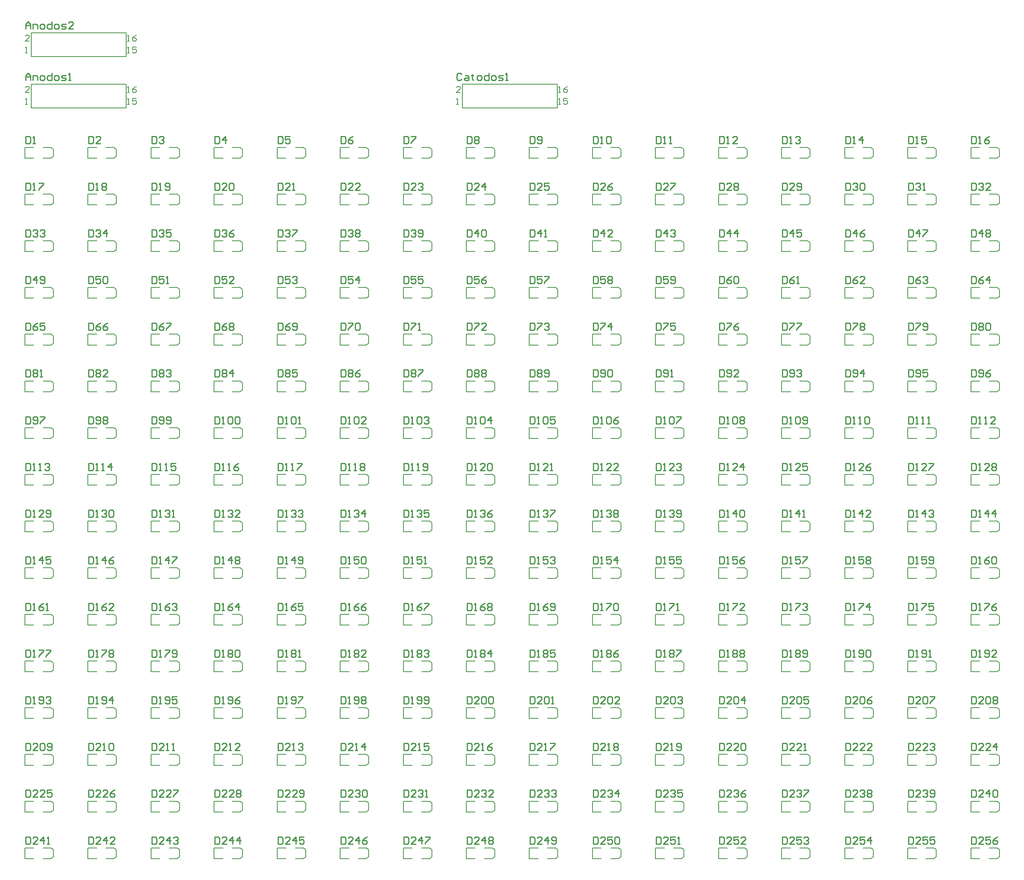
<source format=gbr>
G04 Layer_Color=65535*
%FSLAX45Y45*%
%MOMM*%
%TF.FileFunction,Legend,Top*%
%TF.Part,Single*%
G01*
G75*
%TA.AperFunction,NonConductor*%
%ADD15C,0.20000*%
%ADD16C,0.25400*%
%ADD17C,0.20320*%
D15*
X10771322Y28689001D02*
Y29197000D01*
X8739322Y28689001D02*
Y29197000D01*
Y28689001D02*
X10771322D01*
X8739322Y29197000D02*
X10771322D01*
X14392001Y12740401D02*
X14561998D01*
Y12510399D02*
X14612000Y12550399D01*
X14561998Y12740401D02*
X14612000Y12700401D01*
X14392001Y12510399D02*
X14561998D01*
X14612000Y12550399D02*
Y12700401D01*
X14001999Y12510399D02*
Y12740401D01*
X14192001D01*
X14001999Y12510399D02*
X14192001D01*
X27891998Y11740403D02*
X28062000D01*
Y11510401D02*
X28112000Y11550401D01*
X28062000Y11740403D02*
X28112000Y11700403D01*
X27891998Y11510401D02*
X28062000D01*
X28112000Y11550401D02*
Y11700403D01*
X27501996Y11510401D02*
Y11740403D01*
X27691998D01*
X27501996Y11510401D02*
X27691998D01*
X29241998Y11740398D02*
X29412000D01*
Y11510401D02*
X29462000Y11550401D01*
X29412000Y11740398D02*
X29462000Y11700398D01*
X29241998Y11510401D02*
X29412000D01*
X29462000Y11550401D02*
Y11700398D01*
X28851996Y11510401D02*
Y11740398D01*
X29041998D01*
X28851996Y11510401D02*
X29041998D01*
X19792000Y11740403D02*
X19962003D01*
Y11510401D02*
X20012000Y11550401D01*
X19962003Y11740403D02*
X20012000Y11700403D01*
X19792000Y11510401D02*
X19962003D01*
X20012000Y11550401D02*
Y11700403D01*
X19401997Y11510401D02*
Y11740403D01*
X19592000D01*
X19401997Y11510401D02*
X19592000D01*
X10771318Y27588397D02*
Y28096399D01*
X8739318Y27588397D02*
Y28096399D01*
Y27588397D02*
X10771318D01*
X8739318Y28096399D02*
X10771318D01*
X20003577Y27588397D02*
Y28096399D01*
X17971577Y27588397D02*
Y28096399D01*
Y27588397D02*
X20003577D01*
X17971577Y28096399D02*
X20003577D01*
X29241998Y26740393D02*
X29412000D01*
Y26510397D02*
X29462000Y26550397D01*
X29412000Y26740393D02*
X29462000Y26700394D01*
X29241998Y26510397D02*
X29412000D01*
X29462000Y26550397D02*
Y26700394D01*
X28851996Y26510397D02*
Y26740393D01*
X29041998D01*
X28851996Y26510397D02*
X29041998D01*
X27891995Y26740393D02*
X28061996D01*
Y26510397D02*
X28111993Y26550397D01*
X28061996Y26740393D02*
X28111993Y26700394D01*
X27891995Y26510397D02*
X28061996D01*
X28111993Y26550397D02*
Y26700394D01*
X27501996Y26510397D02*
Y26740393D01*
X27691995D01*
X27501996Y26510397D02*
X27691995D01*
X26541998Y26740393D02*
X26712000D01*
Y26510397D02*
X26762000Y26550397D01*
X26712000Y26740393D02*
X26762000Y26700394D01*
X26541998Y26510397D02*
X26712000D01*
X26762000Y26550397D02*
Y26700394D01*
X26151996Y26510397D02*
Y26740393D01*
X26342001D01*
X26151996Y26510397D02*
X26342001D01*
X25191998Y26740393D02*
X25362003D01*
Y26510397D02*
X25412000Y26550397D01*
X25362003Y26740393D02*
X25412000Y26700394D01*
X25191998Y26510397D02*
X25362003D01*
X25412000Y26550397D02*
Y26700394D01*
X24801997Y26510397D02*
Y26740393D01*
X24992000D01*
X24801997Y26510397D02*
X24992000D01*
X23842000Y26740393D02*
X24012003D01*
Y26510397D02*
X24062000Y26550397D01*
X24012003Y26740393D02*
X24062000Y26700394D01*
X23842000Y26510397D02*
X24012003D01*
X24062000Y26550397D02*
Y26700394D01*
X23451997Y26510397D02*
Y26740393D01*
X23642000D01*
X23451997Y26510397D02*
X23642000D01*
X22491995Y26740393D02*
X22661996D01*
Y26510397D02*
X22711993Y26550397D01*
X22661996Y26740393D02*
X22711993Y26700394D01*
X22491995Y26510397D02*
X22661996D01*
X22711993Y26550397D02*
Y26700394D01*
X22101997Y26510397D02*
Y26740393D01*
X22291995D01*
X22101997Y26510397D02*
X22291995D01*
X21142000Y26740393D02*
X21311996D01*
Y26510397D02*
X21362000Y26550397D01*
X21311996Y26740393D02*
X21362000Y26700394D01*
X21142000Y26510397D02*
X21311996D01*
X21362000Y26550397D02*
Y26700394D01*
X20751997Y26510397D02*
Y26740393D01*
X20942000D01*
X20751997Y26510397D02*
X20942000D01*
X19792000Y26740393D02*
X19961996D01*
Y26510397D02*
X20012000Y26550397D01*
X19961996Y26740393D02*
X20012000Y26700394D01*
X19792000Y26510397D02*
X19961996D01*
X20012000Y26550397D02*
Y26700394D01*
X19401997Y26510397D02*
Y26740393D01*
X19592000D01*
X19401997Y26510397D02*
X19592000D01*
X18442000Y26740393D02*
X18611996D01*
Y26510397D02*
X18662000Y26550397D01*
X18611996Y26740393D02*
X18662000Y26700394D01*
X18442000Y26510397D02*
X18611996D01*
X18662000Y26550397D02*
Y26700394D01*
X18051997Y26510397D02*
Y26740393D01*
X18242001D01*
X18051997Y26510397D02*
X18242001D01*
X17092000Y26740393D02*
X17262003D01*
Y26510397D02*
X17312000Y26550397D01*
X17262003Y26740393D02*
X17312000Y26700394D01*
X17092000Y26510397D02*
X17262003D01*
X17312000Y26550397D02*
Y26700394D01*
X16701999Y26510397D02*
Y26740393D01*
X16892001D01*
X16701999Y26510397D02*
X16892001D01*
X15742001Y26740393D02*
X15912003D01*
Y26510397D02*
X15962000Y26550397D01*
X15912003Y26740393D02*
X15962000Y26700394D01*
X15742001Y26510397D02*
X15912003D01*
X15962000Y26550397D02*
Y26700394D01*
X15351999Y26510397D02*
Y26740393D01*
X15542001D01*
X15351999Y26510397D02*
X15542001D01*
X14392001Y26740393D02*
X14562003D01*
Y26510397D02*
X14612000Y26550397D01*
X14562003Y26740393D02*
X14612000Y26700394D01*
X14392001Y26510397D02*
X14562003D01*
X14612000Y26550397D02*
Y26700394D01*
X14001999Y26510397D02*
Y26740393D01*
X14192001D01*
X14001999Y26510397D02*
X14192001D01*
X13042001Y26740393D02*
X13212003D01*
Y26510397D02*
X13262000Y26550397D01*
X13212003Y26740393D02*
X13262000Y26700394D01*
X13042001Y26510397D02*
X13212003D01*
X13262000Y26550397D02*
Y26700394D01*
X12651999Y26510397D02*
Y26740393D01*
X12842001D01*
X12651999Y26510397D02*
X12842001D01*
X11692001Y26740393D02*
X11862003D01*
Y26510397D02*
X11912001Y26550397D01*
X11862003Y26740393D02*
X11912001Y26700394D01*
X11692001Y26510397D02*
X11862003D01*
X11912001Y26550397D02*
Y26700394D01*
X11301999Y26510397D02*
Y26740393D01*
X11492001D01*
X11301999Y26510397D02*
X11492001D01*
X10342001Y26740393D02*
X10512003D01*
Y26510397D02*
X10562001Y26550397D01*
X10512003Y26740393D02*
X10562001Y26700394D01*
X10342001Y26510397D02*
X10512003D01*
X10562001Y26550397D02*
Y26700394D01*
X9951999Y26510397D02*
Y26740393D01*
X10142002D01*
X9951999Y26510397D02*
X10142002D01*
X8991996Y26740393D02*
X9161998D01*
Y26510397D02*
X9211996Y26550397D01*
X9161998Y26740393D02*
X9211996Y26700394D01*
X8991996Y26510397D02*
X9161998D01*
X9211996Y26550397D02*
Y26700394D01*
X8602000Y26510397D02*
Y26740393D01*
X8791997D01*
X8602000Y26510397D02*
X8791997D01*
X29241998Y25740396D02*
X29412000D01*
Y25510393D02*
X29462000Y25550394D01*
X29412000Y25740396D02*
X29462000Y25700397D01*
X29241998Y25510393D02*
X29412000D01*
X29462000Y25550394D02*
Y25700397D01*
X28851996Y25510393D02*
Y25740396D01*
X29041998D01*
X28851996Y25510393D02*
X29041998D01*
X27891995Y25740396D02*
X28061996D01*
Y25510393D02*
X28111993Y25550394D01*
X28061996Y25740396D02*
X28111993Y25700397D01*
X27891995Y25510393D02*
X28061996D01*
X28111993Y25550394D02*
Y25700397D01*
X27501996Y25510393D02*
Y25740396D01*
X27691995D01*
X27501996Y25510393D02*
X27691995D01*
X26541995Y25740396D02*
X26711996D01*
Y25510393D02*
X26761993Y25550394D01*
X26711996Y25740396D02*
X26761993Y25700397D01*
X26541995Y25510393D02*
X26711996D01*
X26761993Y25550394D02*
Y25700397D01*
X26151996Y25510393D02*
Y25740396D01*
X26341995D01*
X26151996Y25510393D02*
X26341995D01*
X25191994Y25740396D02*
X25361996D01*
Y25510393D02*
X25411993Y25550394D01*
X25361996Y25740396D02*
X25411993Y25700397D01*
X25191994Y25510393D02*
X25361996D01*
X25411993Y25550394D02*
Y25700397D01*
X24801997Y25510393D02*
Y25740396D01*
X24991995D01*
X24801997Y25510393D02*
X24991995D01*
X23842000Y25740396D02*
X24011996D01*
Y25510393D02*
X24062000Y25550394D01*
X24011996Y25740396D02*
X24062000Y25700397D01*
X23842000Y25510393D02*
X24011996D01*
X24062000Y25550394D02*
Y25700397D01*
X23451997Y25510393D02*
Y25740396D01*
X23642000D01*
X23451997Y25510393D02*
X23642000D01*
X22491995Y25740396D02*
X22661996D01*
Y25510393D02*
X22711993Y25550394D01*
X22661996Y25740396D02*
X22711993Y25700397D01*
X22491995Y25510393D02*
X22661996D01*
X22711993Y25550394D02*
Y25700397D01*
X22101997Y25510393D02*
Y25740396D01*
X22291995D01*
X22101997Y25510393D02*
X22291995D01*
X21142000Y25740396D02*
X21312003D01*
Y25510393D02*
X21362000Y25550394D01*
X21312003Y25740396D02*
X21362000Y25700397D01*
X21142000Y25510393D02*
X21312003D01*
X21362000Y25550394D02*
Y25700397D01*
X20751997Y25510393D02*
Y25740396D01*
X20942000D01*
X20751997Y25510393D02*
X20942000D01*
X19792000Y25740396D02*
X19962003D01*
Y25510393D02*
X20012000Y25550394D01*
X19962003Y25740396D02*
X20012000Y25700397D01*
X19792000Y25510393D02*
X19962003D01*
X20012000Y25550394D02*
Y25700397D01*
X19401997Y25510393D02*
Y25740396D01*
X19592000D01*
X19401997Y25510393D02*
X19592000D01*
X18442000Y25740396D02*
X18612003D01*
Y25510393D02*
X18662000Y25550394D01*
X18612003Y25740396D02*
X18662000Y25700397D01*
X18442000Y25510393D02*
X18612003D01*
X18662000Y25550394D02*
Y25700397D01*
X18051997Y25510393D02*
Y25740396D01*
X18242001D01*
X18051997Y25510393D02*
X18242001D01*
X17091995Y25740396D02*
X17261996D01*
Y25510393D02*
X17311995Y25550394D01*
X17261996Y25740396D02*
X17311995Y25700397D01*
X17091995Y25510393D02*
X17261996D01*
X17311995Y25550394D02*
Y25700397D01*
X16701999Y25510393D02*
Y25740396D01*
X16891995D01*
X16701999Y25510393D02*
X16891995D01*
X15741995Y25740396D02*
X15911998D01*
Y25510393D02*
X15961995Y25550394D01*
X15911998Y25740396D02*
X15961995Y25700397D01*
X15741995Y25510393D02*
X15911998D01*
X15961995Y25550394D02*
Y25700397D01*
X15351999Y25510393D02*
Y25740396D01*
X15541995D01*
X15351999Y25510393D02*
X15541995D01*
X14392001Y25740396D02*
X14561998D01*
Y25510393D02*
X14612000Y25550394D01*
X14561998Y25740396D02*
X14612000Y25700397D01*
X14392001Y25510393D02*
X14561998D01*
X14612000Y25550394D02*
Y25700397D01*
X14001999Y25510393D02*
Y25740396D01*
X14192001D01*
X14001999Y25510393D02*
X14192001D01*
X13042001Y25740396D02*
X13212003D01*
Y25510393D02*
X13262000Y25550394D01*
X13212003Y25740396D02*
X13262000Y25700397D01*
X13042001Y25510393D02*
X13212003D01*
X13262000Y25550394D02*
Y25700397D01*
X12651999Y25510393D02*
Y25740396D01*
X12842001D01*
X12651999Y25510393D02*
X12842001D01*
X11692001Y25740396D02*
X11862003D01*
Y25510393D02*
X11912001Y25550394D01*
X11862003Y25740396D02*
X11912001Y25700397D01*
X11692001Y25510393D02*
X11862003D01*
X11912001Y25550394D02*
Y25700397D01*
X11301999Y25510393D02*
Y25740396D01*
X11492001D01*
X11301999Y25510393D02*
X11492001D01*
X10342001Y25740396D02*
X10511998D01*
Y25510393D02*
X10562001Y25550394D01*
X10511998Y25740396D02*
X10562001Y25700397D01*
X10342001Y25510393D02*
X10511998D01*
X10562001Y25550394D02*
Y25700397D01*
X9951999Y25510393D02*
Y25740396D01*
X10142002D01*
X9951999Y25510393D02*
X10142002D01*
X8992001Y25740396D02*
X9162004D01*
Y25510393D02*
X9212001Y25550394D01*
X9162004Y25740396D02*
X9212001Y25700397D01*
X8992001Y25510393D02*
X9162004D01*
X9212001Y25550394D02*
Y25700397D01*
X8602000Y25510393D02*
Y25740396D01*
X8792002D01*
X8602000Y25510393D02*
X8792002D01*
X29241998Y24740398D02*
X29412000D01*
Y24510394D02*
X29462000Y24550395D01*
X29412000Y24740398D02*
X29462000Y24700398D01*
X29241998Y24510394D02*
X29412000D01*
X29462000Y24550395D02*
Y24700398D01*
X28851996Y24510394D02*
Y24740398D01*
X29041998D01*
X28851996Y24510394D02*
X29041998D01*
X27891995Y24740398D02*
X28061996D01*
Y24510394D02*
X28111993Y24550395D01*
X28061996Y24740398D02*
X28111993Y24700398D01*
X27891995Y24510394D02*
X28061996D01*
X28111993Y24550395D02*
Y24700398D01*
X27501996Y24510394D02*
Y24740398D01*
X27691995D01*
X27501996Y24510394D02*
X27691995D01*
X26541995Y24740398D02*
X26711996D01*
Y24510394D02*
X26761993Y24550395D01*
X26711996Y24740398D02*
X26761993Y24700398D01*
X26541995Y24510394D02*
X26711996D01*
X26761993Y24550395D02*
Y24700398D01*
X26151996Y24510394D02*
Y24740398D01*
X26341995D01*
X26151996Y24510394D02*
X26341995D01*
X25191994Y24740398D02*
X25361996D01*
Y24510394D02*
X25411993Y24550395D01*
X25361996Y24740398D02*
X25411993Y24700398D01*
X25191994Y24510394D02*
X25361996D01*
X25411993Y24550395D02*
Y24700398D01*
X24801997Y24510394D02*
Y24740398D01*
X24991995D01*
X24801997Y24510394D02*
X24991995D01*
X23841994Y24740398D02*
X24011996D01*
Y24510394D02*
X24061993Y24550395D01*
X24011996Y24740398D02*
X24061993Y24700398D01*
X23841994Y24510394D02*
X24011996D01*
X24061993Y24550395D02*
Y24700398D01*
X23451997Y24510394D02*
Y24740398D01*
X23641995D01*
X23451997Y24510394D02*
X23641995D01*
X22492000Y24740398D02*
X22662003D01*
Y24510394D02*
X22712000Y24550395D01*
X22662003Y24740398D02*
X22712000Y24700398D01*
X22492000Y24510394D02*
X22662003D01*
X22712000Y24550395D02*
Y24700398D01*
X22101997Y24510394D02*
Y24740398D01*
X22292000D01*
X22101997Y24510394D02*
X22292000D01*
X21141995Y24740398D02*
X21311996D01*
Y24510394D02*
X21361993Y24550395D01*
X21311996Y24740398D02*
X21361993Y24700398D01*
X21141995Y24510394D02*
X21311996D01*
X21361993Y24550395D02*
Y24700398D01*
X20751997Y24510394D02*
Y24740398D01*
X20941995D01*
X20751997Y24510394D02*
X20941995D01*
X19792000Y24740398D02*
X19962003D01*
Y24510394D02*
X20012000Y24550395D01*
X19962003Y24740398D02*
X20012000Y24700398D01*
X19792000Y24510394D02*
X19962003D01*
X20012000Y24550395D02*
Y24700398D01*
X19401997Y24510394D02*
Y24740398D01*
X19592000D01*
X19401997Y24510394D02*
X19592000D01*
X18441995Y24740398D02*
X18611996D01*
Y24510394D02*
X18661995Y24550395D01*
X18611996Y24740398D02*
X18661995Y24700398D01*
X18441995Y24510394D02*
X18611996D01*
X18661995Y24550395D02*
Y24700398D01*
X18051997Y24510394D02*
Y24740398D01*
X18241995D01*
X18051997Y24510394D02*
X18241995D01*
X17091995Y24740398D02*
X17261996D01*
Y24510394D02*
X17311995Y24550395D01*
X17261996Y24740398D02*
X17311995Y24700398D01*
X17091995Y24510394D02*
X17261996D01*
X17311995Y24550395D02*
Y24700398D01*
X16701999Y24510394D02*
Y24740398D01*
X16891995D01*
X16701999Y24510394D02*
X16891995D01*
X15741995Y24740398D02*
X15911998D01*
Y24510394D02*
X15961995Y24550395D01*
X15911998Y24740398D02*
X15961995Y24700398D01*
X15741995Y24510394D02*
X15911998D01*
X15961995Y24550395D02*
Y24700398D01*
X15351999Y24510394D02*
Y24740398D01*
X15541995D01*
X15351999Y24510394D02*
X15541995D01*
X14392001Y24740398D02*
X14562003D01*
Y24510394D02*
X14612000Y24550395D01*
X14562003Y24740398D02*
X14612000Y24700398D01*
X14392001Y24510394D02*
X14562003D01*
X14612000Y24550395D02*
Y24700398D01*
X14001999Y24510394D02*
Y24740398D01*
X14192001D01*
X14001999Y24510394D02*
X14192001D01*
X13042001Y24740398D02*
X13211998D01*
Y24510394D02*
X13262000Y24550395D01*
X13211998Y24740398D02*
X13262000Y24700398D01*
X13042001Y24510394D02*
X13211998D01*
X13262000Y24550395D02*
Y24700398D01*
X12651999Y24510394D02*
Y24740398D01*
X12842001D01*
X12651999Y24510394D02*
X12842001D01*
X11692001Y24740398D02*
X11861998D01*
Y24510394D02*
X11912001Y24550395D01*
X11861998Y24740398D02*
X11912001Y24700398D01*
X11692001Y24510394D02*
X11861998D01*
X11912001Y24550395D02*
Y24700398D01*
X11301999Y24510394D02*
Y24740398D01*
X11492001D01*
X11301999Y24510394D02*
X11492001D01*
X10342001Y24740398D02*
X10512003D01*
Y24510394D02*
X10562001Y24550395D01*
X10512003Y24740398D02*
X10562001Y24700398D01*
X10342001Y24510394D02*
X10512003D01*
X10562001Y24550395D02*
Y24700398D01*
X9951999Y24510394D02*
Y24740398D01*
X10142002D01*
X9951999Y24510394D02*
X10142002D01*
X8991996Y24740398D02*
X9161998D01*
Y24510394D02*
X9211996Y24550395D01*
X9161998Y24740398D02*
X9211996Y24700398D01*
X8991996Y24510394D02*
X9161998D01*
X9211996Y24550395D02*
Y24700398D01*
X8602000Y24510394D02*
Y24740398D01*
X8791997D01*
X8602000Y24510394D02*
X8791997D01*
X29241998Y23740395D02*
X29412000D01*
Y23510397D02*
X29462000Y23550397D01*
X29412000Y23740395D02*
X29462000Y23700395D01*
X29241998Y23510397D02*
X29412000D01*
X29462000Y23550397D02*
Y23700395D01*
X28851996Y23510397D02*
Y23740395D01*
X29041998D01*
X28851996Y23510397D02*
X29041998D01*
X27891998Y23740395D02*
X28062000D01*
Y23510393D02*
X28112000Y23550392D01*
X28062000Y23740395D02*
X28112000Y23700395D01*
X27891998Y23510393D02*
X28062000D01*
X28112000Y23550392D02*
Y23700395D01*
X27501996Y23510393D02*
Y23740395D01*
X27691998D01*
X27501996Y23510393D02*
X27691998D01*
X26541998Y23740395D02*
X26712000D01*
Y23510393D02*
X26762000Y23550392D01*
X26712000Y23740395D02*
X26762000Y23700395D01*
X26541998Y23510393D02*
X26712000D01*
X26762000Y23550392D02*
Y23700395D01*
X26151996Y23510393D02*
Y23740395D01*
X26342001D01*
X26151996Y23510393D02*
X26342001D01*
X25191998Y23740395D02*
X25361996D01*
Y23510393D02*
X25412000Y23550392D01*
X25361996Y23740395D02*
X25412000Y23700395D01*
X25191998Y23510393D02*
X25361996D01*
X25412000Y23550392D02*
Y23700395D01*
X24801997Y23510393D02*
Y23740395D01*
X24992000D01*
X24801997Y23510393D02*
X24992000D01*
X23842000Y23740395D02*
X24011996D01*
Y23510393D02*
X24062000Y23550392D01*
X24011996Y23740395D02*
X24062000Y23700395D01*
X23842000Y23510393D02*
X24011996D01*
X24062000Y23550392D02*
Y23700395D01*
X23451997Y23510393D02*
Y23740395D01*
X23642000D01*
X23451997Y23510393D02*
X23642000D01*
X22491995Y23740395D02*
X22661996D01*
Y23510393D02*
X22711993Y23550392D01*
X22661996Y23740395D02*
X22711993Y23700395D01*
X22491995Y23510393D02*
X22661996D01*
X22711993Y23550392D02*
Y23700395D01*
X22101997Y23510393D02*
Y23740395D01*
X22291995D01*
X22101997Y23510393D02*
X22291995D01*
X21141995Y23740395D02*
X21311996D01*
Y23510393D02*
X21361993Y23550392D01*
X21311996Y23740395D02*
X21361993Y23700395D01*
X21141995Y23510393D02*
X21311996D01*
X21361993Y23550392D02*
Y23700395D01*
X20751997Y23510393D02*
Y23740395D01*
X20941995D01*
X20751997Y23510393D02*
X20941995D01*
X19791995Y23740395D02*
X19961996D01*
Y23510393D02*
X20011995Y23550392D01*
X19961996Y23740395D02*
X20011995Y23700395D01*
X19791995Y23510393D02*
X19961996D01*
X20011995Y23550392D02*
Y23700395D01*
X19401997Y23510393D02*
Y23740395D01*
X19591995D01*
X19401997Y23510393D02*
X19591995D01*
X18442000Y23740395D02*
X18611996D01*
Y23510393D02*
X18662000Y23550392D01*
X18611996Y23740395D02*
X18662000Y23700395D01*
X18442000Y23510393D02*
X18611996D01*
X18662000Y23550392D02*
Y23700395D01*
X18051997Y23510393D02*
Y23740395D01*
X18242001D01*
X18051997Y23510393D02*
X18242001D01*
X17091995Y23740395D02*
X17261996D01*
Y23510393D02*
X17311995Y23550392D01*
X17261996Y23740395D02*
X17311995Y23700395D01*
X17091995Y23510393D02*
X17261996D01*
X17311995Y23550392D02*
Y23700395D01*
X16701999Y23510393D02*
Y23740395D01*
X16891995D01*
X16701999Y23510393D02*
X16891995D01*
X15741995Y23740395D02*
X15911998D01*
Y23510393D02*
X15961995Y23550392D01*
X15911998Y23740395D02*
X15961995Y23700395D01*
X15741995Y23510393D02*
X15911998D01*
X15961995Y23550392D02*
Y23700395D01*
X15351999Y23510393D02*
Y23740395D01*
X15541995D01*
X15351999Y23510393D02*
X15541995D01*
X14391995Y23740395D02*
X14561998D01*
Y23510393D02*
X14611995Y23550392D01*
X14561998Y23740395D02*
X14611995Y23700395D01*
X14391995Y23510393D02*
X14561998D01*
X14611995Y23550392D02*
Y23700395D01*
X14001999Y23510393D02*
Y23740395D01*
X14191995D01*
X14001999Y23510393D02*
X14191995D01*
X13042001Y23740395D02*
X13211998D01*
Y23510393D02*
X13262000Y23550392D01*
X13211998Y23740395D02*
X13262000Y23700395D01*
X13042001Y23510393D02*
X13211998D01*
X13262000Y23550392D02*
Y23700395D01*
X12651999Y23510393D02*
Y23740395D01*
X12842001D01*
X12651999Y23510393D02*
X12842001D01*
X11691996Y23740395D02*
X11861998D01*
Y23510393D02*
X11911995Y23550392D01*
X11861998Y23740395D02*
X11911995Y23700395D01*
X11691996Y23510393D02*
X11861998D01*
X11911995Y23550392D02*
Y23700395D01*
X11301999Y23510393D02*
Y23740395D01*
X11491996D01*
X11301999Y23510393D02*
X11491996D01*
X10342001Y23740395D02*
X10511998D01*
Y23510393D02*
X10562001Y23550392D01*
X10511998Y23740395D02*
X10562001Y23700395D01*
X10342001Y23510393D02*
X10511998D01*
X10562001Y23550392D02*
Y23700395D01*
X9951999Y23510393D02*
Y23740395D01*
X10142002D01*
X9951999Y23510393D02*
X10142002D01*
X8992001Y23740395D02*
X9161998D01*
Y23510393D02*
X9212001Y23550392D01*
X9161998Y23740395D02*
X9212001Y23700395D01*
X8992001Y23510393D02*
X9161998D01*
X9212001Y23550392D02*
Y23700395D01*
X8602000Y23510393D02*
Y23740395D01*
X8792002D01*
X8602000Y23510393D02*
X8792002D01*
X29241998Y22740396D02*
X29412000D01*
Y22510394D02*
X29462000Y22550394D01*
X29412000Y22740396D02*
X29462000Y22700397D01*
X29241998Y22510394D02*
X29412000D01*
X29462000Y22550394D02*
Y22700397D01*
X28851996Y22510394D02*
Y22740396D01*
X29041998D01*
X28851996Y22510394D02*
X29041998D01*
X27891998Y22740396D02*
X28061996D01*
Y22510394D02*
X28112000Y22550394D01*
X28061996Y22740396D02*
X28112000Y22700397D01*
X27891998Y22510394D02*
X28061996D01*
X28112000Y22550394D02*
Y22700397D01*
X27501996Y22510394D02*
Y22740396D01*
X27691998D01*
X27501996Y22510394D02*
X27691998D01*
X26541998Y22740396D02*
X26711996D01*
Y22510394D02*
X26762000Y22550394D01*
X26711996Y22740396D02*
X26762000Y22700397D01*
X26541998Y22510394D02*
X26711996D01*
X26762000Y22550394D02*
Y22700397D01*
X26151996Y22510394D02*
Y22740396D01*
X26342001D01*
X26151996Y22510394D02*
X26342001D01*
X25191998Y22740396D02*
X25361996D01*
Y22510394D02*
X25412000Y22550394D01*
X25361996Y22740396D02*
X25412000Y22700397D01*
X25191998Y22510394D02*
X25361996D01*
X25412000Y22550394D02*
Y22700397D01*
X24801997Y22510394D02*
Y22740396D01*
X24992000D01*
X24801997Y22510394D02*
X24992000D01*
X23842000Y22740396D02*
X24011996D01*
Y22510394D02*
X24062000Y22550394D01*
X24011996Y22740396D02*
X24062000Y22700397D01*
X23842000Y22510394D02*
X24011996D01*
X24062000Y22550394D02*
Y22700397D01*
X23451997Y22510394D02*
Y22740396D01*
X23642000D01*
X23451997Y22510394D02*
X23642000D01*
X22491995Y22740396D02*
X22661996D01*
Y22510394D02*
X22711993Y22550394D01*
X22661996Y22740396D02*
X22711993Y22700397D01*
X22491995Y22510394D02*
X22661996D01*
X22711993Y22550394D02*
Y22700397D01*
X22101997Y22510394D02*
Y22740396D01*
X22291995D01*
X22101997Y22510394D02*
X22291995D01*
X21141995Y22740396D02*
X21311996D01*
Y22510394D02*
X21361993Y22550394D01*
X21311996Y22740396D02*
X21361993Y22700397D01*
X21141995Y22510394D02*
X21311996D01*
X21361993Y22550394D02*
Y22700397D01*
X20751997Y22510394D02*
Y22740396D01*
X20941995D01*
X20751997Y22510394D02*
X20941995D01*
X19792000Y22740396D02*
X19961996D01*
Y22510394D02*
X20012000Y22550394D01*
X19961996Y22740396D02*
X20012000Y22700397D01*
X19792000Y22510394D02*
X19961996D01*
X20012000Y22550394D02*
Y22700397D01*
X19401997Y22510394D02*
Y22740396D01*
X19592000D01*
X19401997Y22510394D02*
X19592000D01*
X18441995Y22740396D02*
X18611996D01*
Y22510394D02*
X18661995Y22550394D01*
X18611996Y22740396D02*
X18661995Y22700397D01*
X18441995Y22510394D02*
X18611996D01*
X18661995Y22550394D02*
Y22700397D01*
X18051997Y22510394D02*
Y22740396D01*
X18241995D01*
X18051997Y22510394D02*
X18241995D01*
X17092000Y22740396D02*
X17262003D01*
Y22510394D02*
X17312000Y22550394D01*
X17262003Y22740396D02*
X17312000Y22700397D01*
X17092000Y22510394D02*
X17262003D01*
X17312000Y22550394D02*
Y22700397D01*
X16701999Y22510394D02*
Y22740396D01*
X16892001D01*
X16701999Y22510394D02*
X16892001D01*
X15742001Y22740396D02*
X15911998D01*
Y22510394D02*
X15962000Y22550394D01*
X15911998Y22740396D02*
X15962000Y22700397D01*
X15742001Y22510394D02*
X15911998D01*
X15962000Y22550394D02*
Y22700397D01*
X15351999Y22510394D02*
Y22740396D01*
X15542001D01*
X15351999Y22510394D02*
X15542001D01*
X14392001Y22740396D02*
X14562003D01*
Y22510394D02*
X14612000Y22550394D01*
X14562003Y22740396D02*
X14612000Y22700397D01*
X14392001Y22510394D02*
X14562003D01*
X14612000Y22550394D02*
Y22700397D01*
X14001999Y22510394D02*
Y22740396D01*
X14192001D01*
X14001999Y22510394D02*
X14192001D01*
X13042001Y22740396D02*
X13211998D01*
Y22510394D02*
X13262000Y22550394D01*
X13211998Y22740396D02*
X13262000Y22700397D01*
X13042001Y22510394D02*
X13211998D01*
X13262000Y22550394D02*
Y22700397D01*
X12651999Y22510394D02*
Y22740396D01*
X12842001D01*
X12651999Y22510394D02*
X12842001D01*
X11692001Y22740396D02*
X11862003D01*
Y22510394D02*
X11912001Y22550394D01*
X11862003Y22740396D02*
X11912001Y22700397D01*
X11692001Y22510394D02*
X11862003D01*
X11912001Y22550394D02*
Y22700397D01*
X11301999Y22510394D02*
Y22740396D01*
X11492001D01*
X11301999Y22510394D02*
X11492001D01*
X10342001Y22740396D02*
X10512003D01*
Y22510394D02*
X10562001Y22550394D01*
X10512003Y22740396D02*
X10562001Y22700397D01*
X10342001Y22510394D02*
X10512003D01*
X10562001Y22550394D02*
Y22700397D01*
X9951999Y22510394D02*
Y22740396D01*
X10142002D01*
X9951999Y22510394D02*
X10142002D01*
X8992001Y22740396D02*
X9161998D01*
Y22510394D02*
X9212001Y22550394D01*
X9161998Y22740396D02*
X9212001Y22700397D01*
X8992001Y22510394D02*
X9161998D01*
X9212001Y22550394D02*
Y22700397D01*
X8602000Y22510394D02*
Y22740396D01*
X8792002D01*
X8602000Y22510394D02*
X8792002D01*
X29241998Y21740398D02*
X29412000D01*
Y21510396D02*
X29462000Y21550397D01*
X29412000Y21740398D02*
X29462000Y21700398D01*
X29241998Y21510396D02*
X29412000D01*
X29462000Y21550397D02*
Y21700398D01*
X28851996Y21510396D02*
Y21740398D01*
X29041998D01*
X28851996Y21510396D02*
X29041998D01*
X27891995Y21740398D02*
X28061996D01*
Y21510396D02*
X28111993Y21550397D01*
X28061996Y21740398D02*
X28111993Y21700398D01*
X27891995Y21510396D02*
X28061996D01*
X28111993Y21550397D02*
Y21700398D01*
X27501996Y21510396D02*
Y21740398D01*
X27691995D01*
X27501996Y21510396D02*
X27691995D01*
X26541995Y21740398D02*
X26711996D01*
Y21510396D02*
X26761993Y21550397D01*
X26711996Y21740398D02*
X26761993Y21700398D01*
X26541995Y21510396D02*
X26711996D01*
X26761993Y21550397D02*
Y21700398D01*
X26151996Y21510396D02*
Y21740398D01*
X26341995D01*
X26151996Y21510396D02*
X26341995D01*
X25191994Y21740398D02*
X25361996D01*
Y21510396D02*
X25411993Y21550397D01*
X25361996Y21740398D02*
X25411993Y21700398D01*
X25191994Y21510396D02*
X25361996D01*
X25411993Y21550397D02*
Y21700398D01*
X24801997Y21510396D02*
Y21740398D01*
X24991995D01*
X24801997Y21510396D02*
X24991995D01*
X23841994Y21740398D02*
X24011996D01*
Y21510396D02*
X24061993Y21550397D01*
X24011996Y21740398D02*
X24061993Y21700398D01*
X23841994Y21510396D02*
X24011996D01*
X24061993Y21550397D02*
Y21700398D01*
X23451997Y21510396D02*
Y21740398D01*
X23641995D01*
X23451997Y21510396D02*
X23641995D01*
X22491995Y21740398D02*
X22661996D01*
Y21510396D02*
X22711993Y21550397D01*
X22661996Y21740398D02*
X22711993Y21700398D01*
X22491995Y21510396D02*
X22661996D01*
X22711993Y21550397D02*
Y21700398D01*
X22101997Y21510396D02*
Y21740398D01*
X22291995D01*
X22101997Y21510396D02*
X22291995D01*
X21142000Y21740398D02*
X21311996D01*
Y21510396D02*
X21362000Y21550397D01*
X21311996Y21740398D02*
X21362000Y21700398D01*
X21142000Y21510396D02*
X21311996D01*
X21362000Y21550397D02*
Y21700398D01*
X20751997Y21510396D02*
Y21740398D01*
X20942000D01*
X20751997Y21510396D02*
X20942000D01*
X19791995Y21740398D02*
X19961996D01*
Y21510396D02*
X20011995Y21550397D01*
X19961996Y21740398D02*
X20011995Y21700398D01*
X19791995Y21510396D02*
X19961996D01*
X20011995Y21550397D02*
Y21700398D01*
X19401997Y21510396D02*
Y21740398D01*
X19591995D01*
X19401997Y21510396D02*
X19591995D01*
X18441995Y21740398D02*
X18611996D01*
Y21510396D02*
X18661995Y21550397D01*
X18611996Y21740398D02*
X18661995Y21700398D01*
X18441995Y21510396D02*
X18611996D01*
X18661995Y21550397D02*
Y21700398D01*
X18051997Y21510396D02*
Y21740398D01*
X18241995D01*
X18051997Y21510396D02*
X18241995D01*
X17091995Y21740398D02*
X17261996D01*
Y21510396D02*
X17311995Y21550397D01*
X17261996Y21740398D02*
X17311995Y21700398D01*
X17091995Y21510396D02*
X17261996D01*
X17311995Y21550397D02*
Y21700398D01*
X16701999Y21510396D02*
Y21740398D01*
X16891995D01*
X16701999Y21510396D02*
X16891995D01*
X15741995Y21740398D02*
X15911998D01*
Y21510396D02*
X15961995Y21550397D01*
X15911998Y21740398D02*
X15961995Y21700398D01*
X15741995Y21510396D02*
X15911998D01*
X15961995Y21550397D02*
Y21700398D01*
X15351999Y21510396D02*
Y21740398D01*
X15541995D01*
X15351999Y21510396D02*
X15541995D01*
X14392001Y21740398D02*
X14561998D01*
Y21510396D02*
X14612000Y21550397D01*
X14561998Y21740398D02*
X14612000Y21700398D01*
X14392001Y21510396D02*
X14561998D01*
X14612000Y21550397D02*
Y21700398D01*
X14001999Y21510396D02*
Y21740398D01*
X14192001D01*
X14001999Y21510396D02*
X14192001D01*
X13042001Y21740398D02*
X13211998D01*
Y21510396D02*
X13262000Y21550397D01*
X13211998Y21740398D02*
X13262000Y21700398D01*
X13042001Y21510396D02*
X13211998D01*
X13262000Y21550397D02*
Y21700398D01*
X12651999Y21510396D02*
Y21740398D01*
X12842001D01*
X12651999Y21510396D02*
X12842001D01*
X11691996Y21740398D02*
X11861998D01*
Y21510396D02*
X11911995Y21550397D01*
X11861998Y21740398D02*
X11911995Y21700398D01*
X11691996Y21510396D02*
X11861998D01*
X11911995Y21550397D02*
Y21700398D01*
X11301999Y21510396D02*
Y21740398D01*
X11491996D01*
X11301999Y21510396D02*
X11491996D01*
X10342001Y21740398D02*
X10511998D01*
Y21510396D02*
X10562001Y21550397D01*
X10511998Y21740398D02*
X10562001Y21700398D01*
X10342001Y21510396D02*
X10511998D01*
X10562001Y21550397D02*
Y21700398D01*
X9951999Y21510396D02*
Y21740398D01*
X10142002D01*
X9951999Y21510396D02*
X10142002D01*
X8992001Y21740398D02*
X9161998D01*
Y21510396D02*
X9212001Y21550397D01*
X9161998Y21740398D02*
X9212001Y21700398D01*
X8992001Y21510396D02*
X9161998D01*
X9212001Y21550397D02*
Y21700398D01*
X8602000Y21510396D02*
Y21740398D01*
X8792002D01*
X8602000Y21510396D02*
X8792002D01*
X29241998Y20740395D02*
X29412000D01*
Y20510397D02*
X29462000Y20550398D01*
X29412000Y20740395D02*
X29462000Y20700395D01*
X29241998Y20510397D02*
X29412000D01*
X29462000Y20550398D02*
Y20700395D01*
X28851996Y20510397D02*
Y20740395D01*
X29041998D01*
X28851996Y20510397D02*
X29041998D01*
X27891995Y20740395D02*
X28061996D01*
Y20510393D02*
X28111993Y20550394D01*
X28061996Y20740395D02*
X28111993Y20700395D01*
X27891995Y20510393D02*
X28061996D01*
X28111993Y20550394D02*
Y20700395D01*
X27501996Y20510393D02*
Y20740395D01*
X27691995D01*
X27501996Y20510393D02*
X27691995D01*
X26541995Y20740395D02*
X26711996D01*
Y20510393D02*
X26761993Y20550394D01*
X26711996Y20740395D02*
X26761993Y20700395D01*
X26541995Y20510393D02*
X26711996D01*
X26761993Y20550394D02*
Y20700395D01*
X26151996Y20510393D02*
Y20740395D01*
X26341995D01*
X26151996Y20510393D02*
X26341995D01*
X25191994Y20740395D02*
X25361996D01*
Y20510393D02*
X25411993Y20550394D01*
X25361996Y20740395D02*
X25411993Y20700395D01*
X25191994Y20510393D02*
X25361996D01*
X25411993Y20550394D02*
Y20700395D01*
X24801997Y20510393D02*
Y20740395D01*
X24991995D01*
X24801997Y20510393D02*
X24991995D01*
X23841994Y20740395D02*
X24011996D01*
Y20510393D02*
X24061993Y20550394D01*
X24011996Y20740395D02*
X24061993Y20700395D01*
X23841994Y20510393D02*
X24011996D01*
X24061993Y20550394D02*
Y20700395D01*
X23451997Y20510393D02*
Y20740395D01*
X23641995D01*
X23451997Y20510393D02*
X23641995D01*
X22491995Y20740395D02*
X22661996D01*
Y20510393D02*
X22711993Y20550394D01*
X22661996Y20740395D02*
X22711993Y20700395D01*
X22491995Y20510393D02*
X22661996D01*
X22711993Y20550394D02*
Y20700395D01*
X22101997Y20510393D02*
Y20740395D01*
X22291995D01*
X22101997Y20510393D02*
X22291995D01*
X21141995Y20740395D02*
X21311996D01*
Y20510393D02*
X21361993Y20550394D01*
X21311996Y20740395D02*
X21361993Y20700395D01*
X21141995Y20510393D02*
X21311996D01*
X21361993Y20550394D02*
Y20700395D01*
X20751997Y20510393D02*
Y20740395D01*
X20941995D01*
X20751997Y20510393D02*
X20941995D01*
X19791995Y20740395D02*
X19961996D01*
Y20510393D02*
X20011995Y20550394D01*
X19961996Y20740395D02*
X20011995Y20700395D01*
X19791995Y20510393D02*
X19961996D01*
X20011995Y20550394D02*
Y20700395D01*
X19401997Y20510393D02*
Y20740395D01*
X19591995D01*
X19401997Y20510393D02*
X19591995D01*
X18441995Y20740395D02*
X18611996D01*
Y20510393D02*
X18661995Y20550394D01*
X18611996Y20740395D02*
X18661995Y20700395D01*
X18441995Y20510393D02*
X18611996D01*
X18661995Y20550394D02*
Y20700395D01*
X18051997Y20510393D02*
Y20740395D01*
X18241995D01*
X18051997Y20510393D02*
X18241995D01*
X17091995Y20740395D02*
X17261996D01*
Y20510393D02*
X17311995Y20550394D01*
X17261996Y20740395D02*
X17311995Y20700395D01*
X17091995Y20510393D02*
X17261996D01*
X17311995Y20550394D02*
Y20700395D01*
X16701999Y20510393D02*
Y20740395D01*
X16891995D01*
X16701999Y20510393D02*
X16891995D01*
X15741995Y20740395D02*
X15911998D01*
Y20510393D02*
X15961995Y20550394D01*
X15911998Y20740395D02*
X15961995Y20700395D01*
X15741995Y20510393D02*
X15911998D01*
X15961995Y20550394D02*
Y20700395D01*
X15351999Y20510393D02*
Y20740395D01*
X15541995D01*
X15351999Y20510393D02*
X15541995D01*
X14392001Y20740395D02*
X14561998D01*
Y20510393D02*
X14612000Y20550394D01*
X14561998Y20740395D02*
X14612000Y20700395D01*
X14392001Y20510393D02*
X14561998D01*
X14612000Y20550394D02*
Y20700395D01*
X14001999Y20510393D02*
Y20740395D01*
X14192001D01*
X14001999Y20510393D02*
X14192001D01*
X13041995Y20740395D02*
X13211998D01*
Y20510393D02*
X13261995Y20550394D01*
X13211998Y20740395D02*
X13261995Y20700395D01*
X13041995Y20510393D02*
X13211998D01*
X13261995Y20550394D02*
Y20700395D01*
X12651999Y20510393D02*
Y20740395D01*
X12841995D01*
X12651999Y20510393D02*
X12841995D01*
X11691996Y20740395D02*
X11861998D01*
Y20510393D02*
X11911995Y20550394D01*
X11861998Y20740395D02*
X11911995Y20700395D01*
X11691996Y20510393D02*
X11861998D01*
X11911995Y20550394D02*
Y20700395D01*
X11301999Y20510393D02*
Y20740395D01*
X11491996D01*
X11301999Y20510393D02*
X11491996D01*
X10341996Y20740395D02*
X10511998D01*
Y20510393D02*
X10561996Y20550394D01*
X10511998Y20740395D02*
X10561996Y20700395D01*
X10341996Y20510393D02*
X10511998D01*
X10561996Y20550394D02*
Y20700395D01*
X9951999Y20510393D02*
Y20740395D01*
X10141996D01*
X9951999Y20510393D02*
X10141996D01*
X8991996Y20740395D02*
X9161998D01*
Y20510393D02*
X9211996Y20550394D01*
X9161998Y20740395D02*
X9211996Y20700395D01*
X8991996Y20510393D02*
X9161998D01*
X9211996Y20550394D02*
Y20700395D01*
X8602000Y20510393D02*
Y20740395D01*
X8791997D01*
X8602000Y20510393D02*
X8791997D01*
X29241998Y19740398D02*
X29412000D01*
Y19510394D02*
X29462000Y19550395D01*
X29412000Y19740398D02*
X29462000Y19700397D01*
X29241998Y19510394D02*
X29412000D01*
X29462000Y19550395D02*
Y19700397D01*
X28851996Y19510394D02*
Y19740398D01*
X29041998D01*
X28851996Y19510394D02*
X29041998D01*
X27891995Y19740398D02*
X28061996D01*
Y19510394D02*
X28111993Y19550395D01*
X28061996Y19740398D02*
X28111993Y19700397D01*
X27891995Y19510394D02*
X28061996D01*
X28111993Y19550395D02*
Y19700397D01*
X27501996Y19510394D02*
Y19740398D01*
X27691995D01*
X27501996Y19510394D02*
X27691995D01*
X26541995Y19740398D02*
X26711996D01*
Y19510394D02*
X26761993Y19550395D01*
X26711996Y19740398D02*
X26761993Y19700397D01*
X26541995Y19510394D02*
X26711996D01*
X26761993Y19550395D02*
Y19700397D01*
X26151996Y19510394D02*
Y19740398D01*
X26341995D01*
X26151996Y19510394D02*
X26341995D01*
X25191994Y19740398D02*
X25361996D01*
Y19510394D02*
X25411993Y19550395D01*
X25361996Y19740398D02*
X25411993Y19700397D01*
X25191994Y19510394D02*
X25361996D01*
X25411993Y19550395D02*
Y19700397D01*
X24801997Y19510394D02*
Y19740398D01*
X24991995D01*
X24801997Y19510394D02*
X24991995D01*
X23841994Y19740398D02*
X24011996D01*
Y19510394D02*
X24061993Y19550395D01*
X24011996Y19740398D02*
X24061993Y19700397D01*
X23841994Y19510394D02*
X24011996D01*
X24061993Y19550395D02*
Y19700397D01*
X23451997Y19510394D02*
Y19740398D01*
X23641995D01*
X23451997Y19510394D02*
X23641995D01*
X22492000Y19740398D02*
X22661996D01*
Y19510394D02*
X22712000Y19550395D01*
X22661996Y19740398D02*
X22712000Y19700397D01*
X22492000Y19510394D02*
X22661996D01*
X22712000Y19550395D02*
Y19700397D01*
X22101997Y19510394D02*
Y19740398D01*
X22292000D01*
X22101997Y19510394D02*
X22292000D01*
X21142000Y19740398D02*
X21311996D01*
Y19510394D02*
X21362000Y19550395D01*
X21311996Y19740398D02*
X21362000Y19700397D01*
X21142000Y19510394D02*
X21311996D01*
X21362000Y19550395D02*
Y19700397D01*
X20751997Y19510394D02*
Y19740398D01*
X20942000D01*
X20751997Y19510394D02*
X20942000D01*
X19792000Y19740398D02*
X19961996D01*
Y19510394D02*
X20012000Y19550395D01*
X19961996Y19740398D02*
X20012000Y19700397D01*
X19792000Y19510394D02*
X19961996D01*
X20012000Y19550395D02*
Y19700397D01*
X19401997Y19510394D02*
Y19740398D01*
X19592000D01*
X19401997Y19510394D02*
X19592000D01*
X18441995Y19740398D02*
X18611996D01*
Y19510394D02*
X18661995Y19550395D01*
X18611996Y19740398D02*
X18661995Y19700397D01*
X18441995Y19510394D02*
X18611996D01*
X18661995Y19550395D02*
Y19700397D01*
X18051997Y19510394D02*
Y19740398D01*
X18241995D01*
X18051997Y19510394D02*
X18241995D01*
X17091995Y19740398D02*
X17261996D01*
Y19510394D02*
X17311995Y19550395D01*
X17261996Y19740398D02*
X17311995Y19700397D01*
X17091995Y19510394D02*
X17261996D01*
X17311995Y19550395D02*
Y19700397D01*
X16701999Y19510394D02*
Y19740398D01*
X16891995D01*
X16701999Y19510394D02*
X16891995D01*
X15741995Y19740398D02*
X15911998D01*
Y19510394D02*
X15961995Y19550395D01*
X15911998Y19740398D02*
X15961995Y19700397D01*
X15741995Y19510394D02*
X15911998D01*
X15961995Y19550395D02*
Y19700397D01*
X15351999Y19510394D02*
Y19740398D01*
X15541995D01*
X15351999Y19510394D02*
X15541995D01*
X14391995Y19740398D02*
X14561998D01*
Y19510394D02*
X14611995Y19550395D01*
X14561998Y19740398D02*
X14611995Y19700397D01*
X14391995Y19510394D02*
X14561998D01*
X14611995Y19550395D02*
Y19700397D01*
X14001999Y19510394D02*
Y19740398D01*
X14191995D01*
X14001999Y19510394D02*
X14191995D01*
X13042001Y19740398D02*
X13211998D01*
Y19510394D02*
X13262000Y19550395D01*
X13211998Y19740398D02*
X13262000Y19700397D01*
X13042001Y19510394D02*
X13211998D01*
X13262000Y19550395D02*
Y19700397D01*
X12651999Y19510394D02*
Y19740398D01*
X12842001D01*
X12651999Y19510394D02*
X12842001D01*
X11691996Y19740398D02*
X11861998D01*
Y19510394D02*
X11911995Y19550395D01*
X11861998Y19740398D02*
X11911995Y19700397D01*
X11691996Y19510394D02*
X11861998D01*
X11911995Y19550395D02*
Y19700397D01*
X11301999Y19510394D02*
Y19740398D01*
X11491996D01*
X11301999Y19510394D02*
X11491996D01*
X10341996Y19740398D02*
X10511998D01*
Y19510394D02*
X10561996Y19550395D01*
X10511998Y19740398D02*
X10561996Y19700397D01*
X10341996Y19510394D02*
X10511998D01*
X10561996Y19550395D02*
Y19700397D01*
X9951999Y19510394D02*
Y19740398D01*
X10141996D01*
X9951999Y19510394D02*
X10141996D01*
X8991996Y19740398D02*
X9161998D01*
Y19510394D02*
X9211996Y19550395D01*
X9161998Y19740398D02*
X9211996Y19700397D01*
X8991996Y19510394D02*
X9161998D01*
X9211996Y19550395D02*
Y19700397D01*
X8602000Y19510394D02*
Y19740398D01*
X8791997D01*
X8602000Y19510394D02*
X8791997D01*
X29241998Y18740399D02*
X29412000D01*
Y18510397D02*
X29462000Y18550397D01*
X29412000Y18740399D02*
X29462000Y18700398D01*
X29241998Y18510397D02*
X29412000D01*
X29462000Y18550397D02*
Y18700398D01*
X28851996Y18510397D02*
Y18740399D01*
X29041998D01*
X28851996Y18510397D02*
X29041998D01*
X27891995Y18740399D02*
X28061996D01*
Y18510397D02*
X28111993Y18550397D01*
X28061996Y18740399D02*
X28111993Y18700398D01*
X27891995Y18510397D02*
X28061996D01*
X28111993Y18550397D02*
Y18700398D01*
X27501996Y18510397D02*
Y18740399D01*
X27691995D01*
X27501996Y18510397D02*
X27691995D01*
X26541995Y18740399D02*
X26711996D01*
Y18510397D02*
X26761993Y18550397D01*
X26711996Y18740399D02*
X26761993Y18700398D01*
X26541995Y18510397D02*
X26711996D01*
X26761993Y18550397D02*
Y18700398D01*
X26151996Y18510397D02*
Y18740399D01*
X26341995D01*
X26151996Y18510397D02*
X26341995D01*
X25191994Y18740399D02*
X25361996D01*
Y18510397D02*
X25411993Y18550397D01*
X25361996Y18740399D02*
X25411993Y18700398D01*
X25191994Y18510397D02*
X25361996D01*
X25411993Y18550397D02*
Y18700398D01*
X24801997Y18510397D02*
Y18740399D01*
X24991995D01*
X24801997Y18510397D02*
X24991995D01*
X23841994Y18740399D02*
X24011996D01*
Y18510397D02*
X24061993Y18550397D01*
X24011996Y18740399D02*
X24061993Y18700398D01*
X23841994Y18510397D02*
X24011996D01*
X24061993Y18550397D02*
Y18700398D01*
X23451997Y18510397D02*
Y18740399D01*
X23641995D01*
X23451997Y18510397D02*
X23641995D01*
X22491995Y18740399D02*
X22661996D01*
Y18510397D02*
X22711993Y18550397D01*
X22661996Y18740399D02*
X22711993Y18700398D01*
X22491995Y18510397D02*
X22661996D01*
X22711993Y18550397D02*
Y18700398D01*
X22101997Y18510397D02*
Y18740399D01*
X22291995D01*
X22101997Y18510397D02*
X22291995D01*
X21141995Y18740399D02*
X21311996D01*
Y18510397D02*
X21361993Y18550397D01*
X21311996Y18740399D02*
X21361993Y18700398D01*
X21141995Y18510397D02*
X21311996D01*
X21361993Y18550397D02*
Y18700398D01*
X20751997Y18510397D02*
Y18740399D01*
X20941995D01*
X20751997Y18510397D02*
X20941995D01*
X19791995Y18740399D02*
X19961996D01*
Y18510397D02*
X20011995Y18550397D01*
X19961996Y18740399D02*
X20011995Y18700398D01*
X19791995Y18510397D02*
X19961996D01*
X20011995Y18550397D02*
Y18700398D01*
X19401997Y18510397D02*
Y18740399D01*
X19591995D01*
X19401997Y18510397D02*
X19591995D01*
X18441995Y18740399D02*
X18611996D01*
Y18510397D02*
X18661995Y18550397D01*
X18611996Y18740399D02*
X18661995Y18700398D01*
X18441995Y18510397D02*
X18611996D01*
X18661995Y18550397D02*
Y18700398D01*
X18051997Y18510397D02*
Y18740399D01*
X18241995D01*
X18051997Y18510397D02*
X18241995D01*
X17092000Y18740399D02*
X17261996D01*
Y18510397D02*
X17312000Y18550397D01*
X17261996Y18740399D02*
X17312000Y18700398D01*
X17092000Y18510397D02*
X17261996D01*
X17312000Y18550397D02*
Y18700398D01*
X16701999Y18510397D02*
Y18740399D01*
X16892001D01*
X16701999Y18510397D02*
X16892001D01*
X15741995Y18740399D02*
X15911998D01*
Y18510397D02*
X15961995Y18550397D01*
X15911998Y18740399D02*
X15961995Y18700398D01*
X15741995Y18510397D02*
X15911998D01*
X15961995Y18550397D02*
Y18700398D01*
X15351999Y18510397D02*
Y18740399D01*
X15541995D01*
X15351999Y18510397D02*
X15541995D01*
X14391995Y18740399D02*
X14561998D01*
Y18510397D02*
X14611995Y18550397D01*
X14561998Y18740399D02*
X14611995Y18700398D01*
X14391995Y18510397D02*
X14561998D01*
X14611995Y18550397D02*
Y18700398D01*
X14001999Y18510397D02*
Y18740399D01*
X14191995D01*
X14001999Y18510397D02*
X14191995D01*
X13041995Y18740399D02*
X13211998D01*
Y18510397D02*
X13261995Y18550397D01*
X13211998Y18740399D02*
X13261995Y18700398D01*
X13041995Y18510397D02*
X13211998D01*
X13261995Y18550397D02*
Y18700398D01*
X12651999Y18510397D02*
Y18740399D01*
X12841995D01*
X12651999Y18510397D02*
X12841995D01*
X11691996Y18740399D02*
X11861998D01*
Y18510397D02*
X11911995Y18550397D01*
X11861998Y18740399D02*
X11911995Y18700398D01*
X11691996Y18510397D02*
X11861998D01*
X11911995Y18550397D02*
Y18700398D01*
X11301999Y18510397D02*
Y18740399D01*
X11491996D01*
X11301999Y18510397D02*
X11491996D01*
X10341996Y18740399D02*
X10511998D01*
Y18510397D02*
X10561996Y18550397D01*
X10511998Y18740399D02*
X10561996Y18700398D01*
X10341996Y18510397D02*
X10511998D01*
X10561996Y18550397D02*
Y18700398D01*
X9951999Y18510397D02*
Y18740399D01*
X10141996D01*
X9951999Y18510397D02*
X10141996D01*
X8991996Y18740399D02*
X9161998D01*
Y18510397D02*
X9211996Y18550397D01*
X9161998Y18740399D02*
X9211996Y18700398D01*
X8991996Y18510397D02*
X9161998D01*
X9211996Y18550397D02*
Y18700398D01*
X8602000Y18510397D02*
Y18740399D01*
X8791997D01*
X8602000Y18510397D02*
X8791997D01*
X29241998Y17740396D02*
X29412000D01*
Y17510399D02*
X29462000Y17550398D01*
X29412000Y17740396D02*
X29462000Y17700397D01*
X29241998Y17510399D02*
X29412000D01*
X29462000Y17550398D02*
Y17700397D01*
X28851996Y17510399D02*
Y17740396D01*
X29041998D01*
X28851996Y17510399D02*
X29041998D01*
X27891998Y17740396D02*
X28062000D01*
Y17510394D02*
X28112000Y17550394D01*
X28062000Y17740396D02*
X28112000Y17700397D01*
X27891998Y17510394D02*
X28062000D01*
X28112000Y17550394D02*
Y17700397D01*
X27501996Y17510394D02*
Y17740396D01*
X27691998D01*
X27501996Y17510394D02*
X27691998D01*
X26541998Y17740396D02*
X26711996D01*
Y17510394D02*
X26762000Y17550394D01*
X26711996Y17740396D02*
X26762000Y17700397D01*
X26541998Y17510394D02*
X26711996D01*
X26762000Y17550394D02*
Y17700397D01*
X26151996Y17510394D02*
Y17740396D01*
X26342001D01*
X26151996Y17510394D02*
X26342001D01*
X25191998Y17740396D02*
X25362003D01*
Y17510394D02*
X25412000Y17550394D01*
X25362003Y17740396D02*
X25412000Y17700397D01*
X25191998Y17510394D02*
X25362003D01*
X25412000Y17550394D02*
Y17700397D01*
X24801997Y17510394D02*
Y17740396D01*
X24992000D01*
X24801997Y17510394D02*
X24992000D01*
X23842000Y17740396D02*
X24012003D01*
Y17510394D02*
X24062000Y17550394D01*
X24012003Y17740396D02*
X24062000Y17700397D01*
X23842000Y17510394D02*
X24012003D01*
X24062000Y17550394D02*
Y17700397D01*
X23451997Y17510394D02*
Y17740396D01*
X23642000D01*
X23451997Y17510394D02*
X23642000D01*
X22492000Y17740396D02*
X22661996D01*
Y17510394D02*
X22712000Y17550394D01*
X22661996Y17740396D02*
X22712000Y17700397D01*
X22492000Y17510394D02*
X22661996D01*
X22712000Y17550394D02*
Y17700397D01*
X22101997Y17510394D02*
Y17740396D01*
X22292000D01*
X22101997Y17510394D02*
X22292000D01*
X21142000Y17740396D02*
X21311996D01*
Y17510394D02*
X21362000Y17550394D01*
X21311996Y17740396D02*
X21362000Y17700397D01*
X21142000Y17510394D02*
X21311996D01*
X21362000Y17550394D02*
Y17700397D01*
X20751997Y17510394D02*
Y17740396D01*
X20942000D01*
X20751997Y17510394D02*
X20942000D01*
X19792000Y17740396D02*
X19961996D01*
Y17510394D02*
X20012000Y17550394D01*
X19961996Y17740396D02*
X20012000Y17700397D01*
X19792000Y17510394D02*
X19961996D01*
X20012000Y17550394D02*
Y17700397D01*
X19401997Y17510394D02*
Y17740396D01*
X19592000D01*
X19401997Y17510394D02*
X19592000D01*
X18442000Y17740396D02*
X18612003D01*
Y17510394D02*
X18662000Y17550394D01*
X18612003Y17740396D02*
X18662000Y17700397D01*
X18442000Y17510394D02*
X18612003D01*
X18662000Y17550394D02*
Y17700397D01*
X18051997Y17510394D02*
Y17740396D01*
X18242001D01*
X18051997Y17510394D02*
X18242001D01*
X17092000Y17740396D02*
X17261996D01*
Y17510394D02*
X17312000Y17550394D01*
X17261996Y17740396D02*
X17312000Y17700397D01*
X17092000Y17510394D02*
X17261996D01*
X17312000Y17550394D02*
Y17700397D01*
X16701999Y17510394D02*
Y17740396D01*
X16892001D01*
X16701999Y17510394D02*
X16892001D01*
X15742001Y17740396D02*
X15911998D01*
Y17510394D02*
X15962000Y17550394D01*
X15911998Y17740396D02*
X15962000Y17700397D01*
X15742001Y17510394D02*
X15911998D01*
X15962000Y17550394D02*
Y17700397D01*
X15351999Y17510394D02*
Y17740396D01*
X15542001D01*
X15351999Y17510394D02*
X15542001D01*
X14392001Y17740396D02*
X14561998D01*
Y17510394D02*
X14612000Y17550394D01*
X14561998Y17740396D02*
X14612000Y17700397D01*
X14392001Y17510394D02*
X14561998D01*
X14612000Y17550394D02*
Y17700397D01*
X14001999Y17510394D02*
Y17740396D01*
X14192001D01*
X14001999Y17510394D02*
X14192001D01*
X13042001Y17740396D02*
X13211998D01*
Y17510394D02*
X13262000Y17550394D01*
X13211998Y17740396D02*
X13262000Y17700397D01*
X13042001Y17510394D02*
X13211998D01*
X13262000Y17550394D02*
Y17700397D01*
X12651999Y17510394D02*
Y17740396D01*
X12842001D01*
X12651999Y17510394D02*
X12842001D01*
X11692001Y17740396D02*
X11861998D01*
Y17510394D02*
X11912001Y17550394D01*
X11861998Y17740396D02*
X11912001Y17700397D01*
X11692001Y17510394D02*
X11861998D01*
X11912001Y17550394D02*
Y17700397D01*
X11301999Y17510394D02*
Y17740396D01*
X11492001D01*
X11301999Y17510394D02*
X11492001D01*
X10342001Y17740396D02*
X10511998D01*
Y17510394D02*
X10562001Y17550394D01*
X10511998Y17740396D02*
X10562001Y17700397D01*
X10342001Y17510394D02*
X10511998D01*
X10562001Y17550394D02*
Y17700397D01*
X9951999Y17510394D02*
Y17740396D01*
X10142002D01*
X9951999Y17510394D02*
X10142002D01*
X8992001Y17740396D02*
X9161998D01*
Y17510394D02*
X9212001Y17550394D01*
X9161998Y17740396D02*
X9212001Y17700397D01*
X8992001Y17510394D02*
X9161998D01*
X9212001Y17550394D02*
Y17700397D01*
X8602000Y17510394D02*
Y17740396D01*
X8792002D01*
X8602000Y17510394D02*
X8792002D01*
X29241998Y16740398D02*
X29412000D01*
Y16510396D02*
X29462000Y16550397D01*
X29412000Y16740398D02*
X29462000Y16700398D01*
X29241998Y16510396D02*
X29412000D01*
X29462000Y16550397D02*
Y16700398D01*
X28851996Y16510396D02*
Y16740398D01*
X29041998D01*
X28851996Y16510396D02*
X29041998D01*
X27891998Y16740398D02*
X28062000D01*
Y16510396D02*
X28112000Y16550397D01*
X28062000Y16740398D02*
X28112000Y16700398D01*
X27891998Y16510396D02*
X28062000D01*
X28112000Y16550397D02*
Y16700398D01*
X27501996Y16510396D02*
Y16740398D01*
X27691998D01*
X27501996Y16510396D02*
X27691998D01*
X26541998Y16740398D02*
X26711996D01*
Y16510396D02*
X26762000Y16550397D01*
X26711996Y16740398D02*
X26762000Y16700398D01*
X26541998Y16510396D02*
X26711996D01*
X26762000Y16550397D02*
Y16700398D01*
X26151996Y16510396D02*
Y16740398D01*
X26342001D01*
X26151996Y16510396D02*
X26342001D01*
X25191998Y16740398D02*
X25361996D01*
Y16510396D02*
X25412000Y16550397D01*
X25361996Y16740398D02*
X25412000Y16700398D01*
X25191998Y16510396D02*
X25361996D01*
X25412000Y16550397D02*
Y16700398D01*
X24801997Y16510396D02*
Y16740398D01*
X24992000D01*
X24801997Y16510396D02*
X24992000D01*
X23842000Y16740398D02*
X24011996D01*
Y16510396D02*
X24062000Y16550397D01*
X24011996Y16740398D02*
X24062000Y16700398D01*
X23842000Y16510396D02*
X24011996D01*
X24062000Y16550397D02*
Y16700398D01*
X23451997Y16510396D02*
Y16740398D01*
X23642000D01*
X23451997Y16510396D02*
X23642000D01*
X22492000Y16740398D02*
X22661996D01*
Y16510396D02*
X22712000Y16550397D01*
X22661996Y16740398D02*
X22712000Y16700398D01*
X22492000Y16510396D02*
X22661996D01*
X22712000Y16550397D02*
Y16700398D01*
X22101997Y16510396D02*
Y16740398D01*
X22292000D01*
X22101997Y16510396D02*
X22292000D01*
X21141995Y16740398D02*
X21311996D01*
Y16510396D02*
X21361993Y16550397D01*
X21311996Y16740398D02*
X21361993Y16700398D01*
X21141995Y16510396D02*
X21311996D01*
X21361993Y16550397D02*
Y16700398D01*
X20751997Y16510396D02*
Y16740398D01*
X20941995D01*
X20751997Y16510396D02*
X20941995D01*
X19792000Y16740398D02*
X19961996D01*
Y16510396D02*
X20012000Y16550397D01*
X19961996Y16740398D02*
X20012000Y16700398D01*
X19792000Y16510396D02*
X19961996D01*
X20012000Y16550397D02*
Y16700398D01*
X19401997Y16510396D02*
Y16740398D01*
X19592000D01*
X19401997Y16510396D02*
X19592000D01*
X18442000Y16740398D02*
X18611996D01*
Y16510396D02*
X18662000Y16550397D01*
X18611996Y16740398D02*
X18662000Y16700398D01*
X18442000Y16510396D02*
X18611996D01*
X18662000Y16550397D02*
Y16700398D01*
X18051997Y16510396D02*
Y16740398D01*
X18242001D01*
X18051997Y16510396D02*
X18242001D01*
X17091995Y16740398D02*
X17261996D01*
Y16510396D02*
X17311995Y16550397D01*
X17261996Y16740398D02*
X17311995Y16700398D01*
X17091995Y16510396D02*
X17261996D01*
X17311995Y16550397D02*
Y16700398D01*
X16701999Y16510396D02*
Y16740398D01*
X16891995D01*
X16701999Y16510396D02*
X16891995D01*
X15741995Y16740398D02*
X15911998D01*
Y16510396D02*
X15961995Y16550397D01*
X15911998Y16740398D02*
X15961995Y16700398D01*
X15741995Y16510396D02*
X15911998D01*
X15961995Y16550397D02*
Y16700398D01*
X15351999Y16510396D02*
Y16740398D01*
X15541995D01*
X15351999Y16510396D02*
X15541995D01*
X14391995Y16740398D02*
X14561998D01*
Y16510396D02*
X14611995Y16550397D01*
X14561998Y16740398D02*
X14611995Y16700398D01*
X14391995Y16510396D02*
X14561998D01*
X14611995Y16550397D02*
Y16700398D01*
X14001999Y16510396D02*
Y16740398D01*
X14191995D01*
X14001999Y16510396D02*
X14191995D01*
X13041995Y16740398D02*
X13211998D01*
Y16510396D02*
X13261995Y16550397D01*
X13211998Y16740398D02*
X13261995Y16700398D01*
X13041995Y16510396D02*
X13211998D01*
X13261995Y16550397D02*
Y16700398D01*
X12651999Y16510396D02*
Y16740398D01*
X12841995D01*
X12651999Y16510396D02*
X12841995D01*
X11691996Y16740398D02*
X11861998D01*
Y16510396D02*
X11911995Y16550397D01*
X11861998Y16740398D02*
X11911995Y16700398D01*
X11691996Y16510396D02*
X11861998D01*
X11911995Y16550397D02*
Y16700398D01*
X11301999Y16510396D02*
Y16740398D01*
X11491996D01*
X11301999Y16510396D02*
X11491996D01*
X10341996Y16740398D02*
X10511998D01*
Y16510396D02*
X10561996Y16550397D01*
X10511998Y16740398D02*
X10561996Y16700398D01*
X10341996Y16510396D02*
X10511998D01*
X10561996Y16550397D02*
Y16700398D01*
X9951999Y16510396D02*
Y16740398D01*
X10141996D01*
X9951999Y16510396D02*
X10141996D01*
X8991996Y16740398D02*
X9161998D01*
Y16510396D02*
X9211996Y16550397D01*
X9161998Y16740398D02*
X9211996Y16700398D01*
X8991996Y16510396D02*
X9161998D01*
X9211996Y16550397D02*
Y16700398D01*
X8602000Y16510396D02*
Y16740398D01*
X8791997D01*
X8602000Y16510396D02*
X8791997D01*
X29241998Y15740401D02*
X29412000D01*
Y15510397D02*
X29462000Y15550398D01*
X29412000Y15740401D02*
X29462000Y15700400D01*
X29241998Y15510397D02*
X29412000D01*
X29462000Y15550398D02*
Y15700400D01*
X28851996Y15510397D02*
Y15740401D01*
X29041998D01*
X28851996Y15510397D02*
X29041998D01*
X27891998Y15740401D02*
X28061996D01*
Y15510397D02*
X28112000Y15550398D01*
X28061996Y15740401D02*
X28112000Y15700400D01*
X27891998Y15510397D02*
X28061996D01*
X28112000Y15550398D02*
Y15700400D01*
X27501996Y15510397D02*
Y15740401D01*
X27691998D01*
X27501996Y15510397D02*
X27691998D01*
X26541998Y15740401D02*
X26711996D01*
Y15510397D02*
X26762000Y15550398D01*
X26711996Y15740401D02*
X26762000Y15700400D01*
X26541998Y15510397D02*
X26711996D01*
X26762000Y15550398D02*
Y15700400D01*
X26151996Y15510397D02*
Y15740401D01*
X26342001D01*
X26151996Y15510397D02*
X26342001D01*
X25191998Y15740401D02*
X25361996D01*
Y15510397D02*
X25412000Y15550398D01*
X25361996Y15740401D02*
X25412000Y15700400D01*
X25191998Y15510397D02*
X25361996D01*
X25412000Y15550398D02*
Y15700400D01*
X24801997Y15510397D02*
Y15740401D01*
X24992000D01*
X24801997Y15510397D02*
X24992000D01*
X23841994Y15740401D02*
X24011996D01*
Y15510397D02*
X24061993Y15550398D01*
X24011996Y15740401D02*
X24061993Y15700400D01*
X23841994Y15510397D02*
X24011996D01*
X24061993Y15550398D02*
Y15700400D01*
X23451997Y15510397D02*
Y15740401D01*
X23641995D01*
X23451997Y15510397D02*
X23641995D01*
X22491995Y15740401D02*
X22661996D01*
Y15510397D02*
X22711993Y15550398D01*
X22661996Y15740401D02*
X22711993Y15700400D01*
X22491995Y15510397D02*
X22661996D01*
X22711993Y15550398D02*
Y15700400D01*
X22101997Y15510397D02*
Y15740401D01*
X22291995D01*
X22101997Y15510397D02*
X22291995D01*
X21142000Y15740401D02*
X21311996D01*
Y15510397D02*
X21362000Y15550398D01*
X21311996Y15740401D02*
X21362000Y15700400D01*
X21142000Y15510397D02*
X21311996D01*
X21362000Y15550398D02*
Y15700400D01*
X20751997Y15510397D02*
Y15740401D01*
X20942000D01*
X20751997Y15510397D02*
X20942000D01*
X19792000Y15740401D02*
X19961996D01*
Y15510397D02*
X20012000Y15550398D01*
X19961996Y15740401D02*
X20012000Y15700400D01*
X19792000Y15510397D02*
X19961996D01*
X20012000Y15550398D02*
Y15700400D01*
X19401997Y15510397D02*
Y15740401D01*
X19592000D01*
X19401997Y15510397D02*
X19592000D01*
X18441995Y15740401D02*
X18611996D01*
Y15510397D02*
X18661995Y15550398D01*
X18611996Y15740401D02*
X18661995Y15700400D01*
X18441995Y15510397D02*
X18611996D01*
X18661995Y15550398D02*
Y15700400D01*
X18051997Y15510397D02*
Y15740401D01*
X18241995D01*
X18051997Y15510397D02*
X18241995D01*
X17091995Y15740401D02*
X17261996D01*
Y15510397D02*
X17311995Y15550398D01*
X17261996Y15740401D02*
X17311995Y15700400D01*
X17091995Y15510397D02*
X17261996D01*
X17311995Y15550398D02*
Y15700400D01*
X16701999Y15510397D02*
Y15740401D01*
X16891995D01*
X16701999Y15510397D02*
X16891995D01*
X15741995Y15740401D02*
X15911998D01*
Y15510397D02*
X15961995Y15550398D01*
X15911998Y15740401D02*
X15961995Y15700400D01*
X15741995Y15510397D02*
X15911998D01*
X15961995Y15550398D02*
Y15700400D01*
X15351999Y15510397D02*
Y15740401D01*
X15541995D01*
X15351999Y15510397D02*
X15541995D01*
X14391995Y15740401D02*
X14561998D01*
Y15510397D02*
X14611995Y15550398D01*
X14561998Y15740401D02*
X14611995Y15700400D01*
X14391995Y15510397D02*
X14561998D01*
X14611995Y15550398D02*
Y15700400D01*
X14001999Y15510397D02*
Y15740401D01*
X14191995D01*
X14001999Y15510397D02*
X14191995D01*
X13042001Y15740401D02*
X13211998D01*
Y15510397D02*
X13262000Y15550398D01*
X13211998Y15740401D02*
X13262000Y15700400D01*
X13042001Y15510397D02*
X13211998D01*
X13262000Y15550398D02*
Y15700400D01*
X12651999Y15510397D02*
Y15740401D01*
X12842001D01*
X12651999Y15510397D02*
X12842001D01*
X11692001Y15740401D02*
X11861998D01*
Y15510397D02*
X11912001Y15550398D01*
X11861998Y15740401D02*
X11912001Y15700400D01*
X11692001Y15510397D02*
X11861998D01*
X11912001Y15550398D02*
Y15700400D01*
X11301999Y15510397D02*
Y15740401D01*
X11492001D01*
X11301999Y15510397D02*
X11492001D01*
X10342001Y15740401D02*
X10511998D01*
Y15510397D02*
X10562001Y15550398D01*
X10511998Y15740401D02*
X10562001Y15700400D01*
X10342001Y15510397D02*
X10511998D01*
X10562001Y15550398D02*
Y15700400D01*
X9951999Y15510397D02*
Y15740401D01*
X10142002D01*
X9951999Y15510397D02*
X10142002D01*
X8992001Y15740401D02*
X9161998D01*
Y15510397D02*
X9212001Y15550398D01*
X9161998Y15740401D02*
X9212001Y15700400D01*
X8992001Y15510397D02*
X9161998D01*
X9212001Y15550398D02*
Y15700400D01*
X8602000Y15510397D02*
Y15740401D01*
X8792002D01*
X8602000Y15510397D02*
X8792002D01*
X29241998Y14740398D02*
X29412000D01*
Y14510400D02*
X29462000Y14550400D01*
X29412000Y14740398D02*
X29462000Y14700397D01*
X29241998Y14510400D02*
X29412000D01*
X29462000Y14550400D02*
Y14700397D01*
X28851996Y14510400D02*
Y14740398D01*
X29041998D01*
X28851996Y14510400D02*
X29041998D01*
X27891998Y14740402D02*
X28062000D01*
Y14510400D02*
X28112000Y14550400D01*
X28062000Y14740402D02*
X28112000Y14700401D01*
X27891998Y14510400D02*
X28062000D01*
X28112000Y14550400D02*
Y14700401D01*
X27501996Y14510400D02*
Y14740402D01*
X27691998D01*
X27501996Y14510400D02*
X27691998D01*
X26541995Y14740402D02*
X26711996D01*
Y14510400D02*
X26761993Y14550400D01*
X26711996Y14740402D02*
X26761993Y14700401D01*
X26541995Y14510400D02*
X26711996D01*
X26761993Y14550400D02*
Y14700401D01*
X26151996Y14510400D02*
Y14740402D01*
X26341995D01*
X26151996Y14510400D02*
X26341995D01*
X25191994Y14740402D02*
X25361996D01*
Y14510400D02*
X25411993Y14550400D01*
X25361996Y14740402D02*
X25411993Y14700401D01*
X25191994Y14510400D02*
X25361996D01*
X25411993Y14550400D02*
Y14700401D01*
X24801997Y14510400D02*
Y14740402D01*
X24991995D01*
X24801997Y14510400D02*
X24991995D01*
X23841994Y14740402D02*
X24011996D01*
Y14510400D02*
X24061993Y14550400D01*
X24011996Y14740402D02*
X24061993Y14700401D01*
X23841994Y14510400D02*
X24011996D01*
X24061993Y14550400D02*
Y14700401D01*
X23451997Y14510400D02*
Y14740402D01*
X23641995D01*
X23451997Y14510400D02*
X23641995D01*
X22491995Y14740402D02*
X22661996D01*
Y14510400D02*
X22711993Y14550400D01*
X22661996Y14740402D02*
X22711993Y14700401D01*
X22491995Y14510400D02*
X22661996D01*
X22711993Y14550400D02*
Y14700401D01*
X22101997Y14510400D02*
Y14740402D01*
X22291995D01*
X22101997Y14510400D02*
X22291995D01*
X21141995Y14740402D02*
X21311996D01*
Y14510400D02*
X21361993Y14550400D01*
X21311996Y14740402D02*
X21361993Y14700401D01*
X21141995Y14510400D02*
X21311996D01*
X21361993Y14550400D02*
Y14700401D01*
X20751997Y14510400D02*
Y14740402D01*
X20941995D01*
X20751997Y14510400D02*
X20941995D01*
X19791995Y14740402D02*
X19961996D01*
Y14510400D02*
X20011995Y14550400D01*
X19961996Y14740402D02*
X20011995Y14700401D01*
X19791995Y14510400D02*
X19961996D01*
X20011995Y14550400D02*
Y14700401D01*
X19401997Y14510400D02*
Y14740402D01*
X19591995D01*
X19401997Y14510400D02*
X19591995D01*
X18441995Y14740402D02*
X18611996D01*
Y14510400D02*
X18661995Y14550400D01*
X18611996Y14740402D02*
X18661995Y14700401D01*
X18441995Y14510400D02*
X18611996D01*
X18661995Y14550400D02*
Y14700401D01*
X18051997Y14510400D02*
Y14740402D01*
X18241995D01*
X18051997Y14510400D02*
X18241995D01*
X17091995Y14740402D02*
X17261996D01*
Y14510400D02*
X17311995Y14550400D01*
X17261996Y14740402D02*
X17311995Y14700401D01*
X17091995Y14510400D02*
X17261996D01*
X17311995Y14550400D02*
Y14700401D01*
X16701999Y14510400D02*
Y14740402D01*
X16891995D01*
X16701999Y14510400D02*
X16891995D01*
X15741995Y14740402D02*
X15911998D01*
Y14510400D02*
X15961995Y14550400D01*
X15911998Y14740402D02*
X15961995Y14700401D01*
X15741995Y14510400D02*
X15911998D01*
X15961995Y14550400D02*
Y14700401D01*
X15351999Y14510400D02*
Y14740402D01*
X15541995D01*
X15351999Y14510400D02*
X15541995D01*
X14392001Y14740402D02*
X14561998D01*
Y14510400D02*
X14612000Y14550400D01*
X14561998Y14740402D02*
X14612000Y14700401D01*
X14392001Y14510400D02*
X14561998D01*
X14612000Y14550400D02*
Y14700401D01*
X14001999Y14510400D02*
Y14740402D01*
X14192001D01*
X14001999Y14510400D02*
X14192001D01*
X13042001Y14740402D02*
X13211998D01*
Y14510400D02*
X13262000Y14550400D01*
X13211998Y14740402D02*
X13262000Y14700401D01*
X13042001Y14510400D02*
X13211998D01*
X13262000Y14550400D02*
Y14700401D01*
X12651999Y14510400D02*
Y14740402D01*
X12842001D01*
X12651999Y14510400D02*
X12842001D01*
X11692001Y14740402D02*
X11861998D01*
Y14510400D02*
X11912001Y14550400D01*
X11861998Y14740402D02*
X11912001Y14700401D01*
X11692001Y14510400D02*
X11861998D01*
X11912001Y14550400D02*
Y14700401D01*
X11301999Y14510400D02*
Y14740402D01*
X11492001D01*
X11301999Y14510400D02*
X11492001D01*
X10342001Y14740402D02*
X10511998D01*
Y14510400D02*
X10562001Y14550400D01*
X10511998Y14740402D02*
X10562001Y14700401D01*
X10342001Y14510400D02*
X10511998D01*
X10562001Y14550400D02*
Y14700401D01*
X9951999Y14510400D02*
Y14740402D01*
X10142002D01*
X9951999Y14510400D02*
X10142002D01*
X8992001Y14740402D02*
X9161998D01*
Y14510400D02*
X9212001Y14550400D01*
X9161998Y14740402D02*
X9212001Y14700401D01*
X8992001Y14510400D02*
X9161998D01*
X9212001Y14550400D02*
Y14700401D01*
X8602000Y14510400D02*
Y14740402D01*
X8792002D01*
X8602000Y14510400D02*
X8792002D01*
X29241998Y13740399D02*
X29412000D01*
Y13510397D02*
X29462000Y13550397D01*
X29412000Y13740399D02*
X29462000Y13700398D01*
X29241998Y13510397D02*
X29412000D01*
X29462000Y13550397D02*
Y13700398D01*
X28851996Y13510397D02*
Y13740399D01*
X29041998D01*
X28851996Y13510397D02*
X29041998D01*
X27891998Y13740399D02*
X28062000D01*
Y13510397D02*
X28112000Y13550397D01*
X28062000Y13740399D02*
X28112000Y13700398D01*
X27891998Y13510397D02*
X28062000D01*
X28112000Y13550397D02*
Y13700398D01*
X27501996Y13510397D02*
Y13740399D01*
X27691998D01*
X27501996Y13510397D02*
X27691998D01*
X26541998Y13740399D02*
X26712000D01*
Y13510397D02*
X26762000Y13550397D01*
X26712000Y13740399D02*
X26762000Y13700398D01*
X26541998Y13510397D02*
X26712000D01*
X26762000Y13550397D02*
Y13700398D01*
X26151996Y13510397D02*
Y13740399D01*
X26342001D01*
X26151996Y13510397D02*
X26342001D01*
X25191998Y13740399D02*
X25361996D01*
Y13510397D02*
X25412000Y13550397D01*
X25361996Y13740399D02*
X25412000Y13700398D01*
X25191998Y13510397D02*
X25361996D01*
X25412000Y13550397D02*
Y13700398D01*
X24801997Y13510397D02*
Y13740399D01*
X24992000D01*
X24801997Y13510397D02*
X24992000D01*
X23842000Y13740399D02*
X24012003D01*
Y13510397D02*
X24062000Y13550397D01*
X24012003Y13740399D02*
X24062000Y13700398D01*
X23842000Y13510397D02*
X24012003D01*
X24062000Y13550397D02*
Y13700398D01*
X23451997Y13510397D02*
Y13740399D01*
X23642000D01*
X23451997Y13510397D02*
X23642000D01*
X22492000Y13740399D02*
X22662003D01*
Y13510397D02*
X22712000Y13550397D01*
X22662003Y13740399D02*
X22712000Y13700398D01*
X22492000Y13510397D02*
X22662003D01*
X22712000Y13550397D02*
Y13700398D01*
X22101997Y13510397D02*
Y13740399D01*
X22292000D01*
X22101997Y13510397D02*
X22292000D01*
X21142000Y13740399D02*
X21312003D01*
Y13510397D02*
X21362000Y13550397D01*
X21312003Y13740399D02*
X21362000Y13700398D01*
X21142000Y13510397D02*
X21312003D01*
X21362000Y13550397D02*
Y13700398D01*
X20751997Y13510397D02*
Y13740399D01*
X20942000D01*
X20751997Y13510397D02*
X20942000D01*
X19792000Y13740399D02*
X19962003D01*
Y13510397D02*
X20012000Y13550397D01*
X19962003Y13740399D02*
X20012000Y13700398D01*
X19792000Y13510397D02*
X19962003D01*
X20012000Y13550397D02*
Y13700398D01*
X19401997Y13510397D02*
Y13740399D01*
X19592000D01*
X19401997Y13510397D02*
X19592000D01*
X18441995Y13740399D02*
X18611996D01*
Y13510397D02*
X18661995Y13550397D01*
X18611996Y13740399D02*
X18661995Y13700398D01*
X18441995Y13510397D02*
X18611996D01*
X18661995Y13550397D02*
Y13700398D01*
X18051997Y13510397D02*
Y13740399D01*
X18241995D01*
X18051997Y13510397D02*
X18241995D01*
X17092000Y13740399D02*
X17262003D01*
Y13510397D02*
X17312000Y13550397D01*
X17262003Y13740399D02*
X17312000Y13700398D01*
X17092000Y13510397D02*
X17262003D01*
X17312000Y13550397D02*
Y13700398D01*
X16701999Y13510397D02*
Y13740399D01*
X16892001D01*
X16701999Y13510397D02*
X16892001D01*
X15742001Y13740399D02*
X15911998D01*
Y13510397D02*
X15962000Y13550397D01*
X15911998Y13740399D02*
X15962000Y13700398D01*
X15742001Y13510397D02*
X15911998D01*
X15962000Y13550397D02*
Y13700398D01*
X15351999Y13510397D02*
Y13740399D01*
X15542001D01*
X15351999Y13510397D02*
X15542001D01*
X14391995Y13740399D02*
X14561998D01*
Y13510397D02*
X14611995Y13550397D01*
X14561998Y13740399D02*
X14611995Y13700398D01*
X14391995Y13510397D02*
X14561998D01*
X14611995Y13550397D02*
Y13700398D01*
X14001999Y13510397D02*
Y13740399D01*
X14191995D01*
X14001999Y13510397D02*
X14191995D01*
X13041995Y13740399D02*
X13211998D01*
Y13510397D02*
X13261995Y13550397D01*
X13211998Y13740399D02*
X13261995Y13700398D01*
X13041995Y13510397D02*
X13211998D01*
X13261995Y13550397D02*
Y13700398D01*
X12651999Y13510397D02*
Y13740399D01*
X12841995D01*
X12651999Y13510397D02*
X12841995D01*
X11692001Y13740399D02*
X11862003D01*
Y13510397D02*
X11912001Y13550397D01*
X11862003Y13740399D02*
X11912001Y13700398D01*
X11692001Y13510397D02*
X11862003D01*
X11912001Y13550397D02*
Y13700398D01*
X11301999Y13510397D02*
Y13740399D01*
X11492001D01*
X11301999Y13510397D02*
X11492001D01*
X10341996Y13740399D02*
X10511998D01*
Y13510397D02*
X10561996Y13550397D01*
X10511998Y13740399D02*
X10561996Y13700398D01*
X10341996Y13510397D02*
X10511998D01*
X10561996Y13550397D02*
Y13700398D01*
X9951999Y13510397D02*
Y13740399D01*
X10141996D01*
X9951999Y13510397D02*
X10141996D01*
X8991996Y13740399D02*
X9161998D01*
Y13510397D02*
X9211996Y13550397D01*
X9161998Y13740399D02*
X9211996Y13700398D01*
X8991996Y13510397D02*
X9161998D01*
X9211996Y13550397D02*
Y13700398D01*
X8602000Y13510397D02*
Y13740399D01*
X8791997D01*
X8602000Y13510397D02*
X8791997D01*
X29241998Y12740401D02*
X29412000D01*
Y12510399D02*
X29462000Y12550399D01*
X29412000Y12740401D02*
X29462000Y12700401D01*
X29241998Y12510399D02*
X29412000D01*
X29462000Y12550399D02*
Y12700401D01*
X28851996Y12510399D02*
Y12740401D01*
X29041998D01*
X28851996Y12510399D02*
X29041998D01*
X27891995Y12740401D02*
X28061996D01*
Y12510399D02*
X28111993Y12550399D01*
X28061996Y12740401D02*
X28111993Y12700401D01*
X27891995Y12510399D02*
X28061996D01*
X28111993Y12550399D02*
Y12700401D01*
X27501996Y12510399D02*
Y12740401D01*
X27691995D01*
X27501996Y12510399D02*
X27691995D01*
X26541995Y12740401D02*
X26711996D01*
Y12510399D02*
X26761993Y12550399D01*
X26711996Y12740401D02*
X26761993Y12700401D01*
X26541995Y12510399D02*
X26711996D01*
X26761993Y12550399D02*
Y12700401D01*
X26151996Y12510399D02*
Y12740401D01*
X26341995D01*
X26151996Y12510399D02*
X26341995D01*
X25191998Y12740401D02*
X25362003D01*
Y12510399D02*
X25412000Y12550399D01*
X25362003Y12740401D02*
X25412000Y12700401D01*
X25191998Y12510399D02*
X25362003D01*
X25412000Y12550399D02*
Y12700401D01*
X24801997Y12510399D02*
Y12740401D01*
X24992000D01*
X24801997Y12510399D02*
X24992000D01*
X23841994Y12740401D02*
X24011996D01*
Y12510399D02*
X24061993Y12550399D01*
X24011996Y12740401D02*
X24061993Y12700401D01*
X23841994Y12510399D02*
X24011996D01*
X24061993Y12550399D02*
Y12700401D01*
X23451997Y12510399D02*
Y12740401D01*
X23641995D01*
X23451997Y12510399D02*
X23641995D01*
X22492000Y12740401D02*
X22662003D01*
Y12510399D02*
X22712000Y12550399D01*
X22662003Y12740401D02*
X22712000Y12700401D01*
X22492000Y12510399D02*
X22662003D01*
X22712000Y12550399D02*
Y12700401D01*
X22101997Y12510399D02*
Y12740401D01*
X22292000D01*
X22101997Y12510399D02*
X22292000D01*
X21142000Y12740401D02*
X21311996D01*
Y12510399D02*
X21362000Y12550399D01*
X21311996Y12740401D02*
X21362000Y12700401D01*
X21142000Y12510399D02*
X21311996D01*
X21362000Y12550399D02*
Y12700401D01*
X20751997Y12510399D02*
Y12740401D01*
X20942000D01*
X20751997Y12510399D02*
X20942000D01*
X19792000Y12740401D02*
X19961996D01*
Y12510399D02*
X20012000Y12550399D01*
X19961996Y12740401D02*
X20012000Y12700401D01*
X19792000Y12510399D02*
X19961996D01*
X20012000Y12550399D02*
Y12700401D01*
X19401997Y12510399D02*
Y12740401D01*
X19592000D01*
X19401997Y12510399D02*
X19592000D01*
X18441995Y12740401D02*
X18611996D01*
Y12510399D02*
X18661995Y12550399D01*
X18611996Y12740401D02*
X18661995Y12700401D01*
X18441995Y12510399D02*
X18611996D01*
X18661995Y12550399D02*
Y12700401D01*
X18051997Y12510399D02*
Y12740401D01*
X18241995D01*
X18051997Y12510399D02*
X18241995D01*
X17091995Y12740401D02*
X17261996D01*
Y12510399D02*
X17311995Y12550399D01*
X17261996Y12740401D02*
X17311995Y12700401D01*
X17091995Y12510399D02*
X17261996D01*
X17311995Y12550399D02*
Y12700401D01*
X16701999Y12510399D02*
Y12740401D01*
X16891995D01*
X16701999Y12510399D02*
X16891995D01*
X15741995Y12740401D02*
X15911998D01*
Y12510399D02*
X15961995Y12550399D01*
X15911998Y12740401D02*
X15961995Y12700401D01*
X15741995Y12510399D02*
X15911998D01*
X15961995Y12550399D02*
Y12700401D01*
X15351999Y12510399D02*
Y12740401D01*
X15541995D01*
X15351999Y12510399D02*
X15541995D01*
X13042001Y12740401D02*
X13211998D01*
Y12510399D02*
X13262000Y12550399D01*
X13211998Y12740401D02*
X13262000Y12700401D01*
X13042001Y12510399D02*
X13211998D01*
X13262000Y12550399D02*
Y12700401D01*
X12651999Y12510399D02*
Y12740401D01*
X12842001D01*
X12651999Y12510399D02*
X12842001D01*
X11692001Y12740401D02*
X11861998D01*
Y12510399D02*
X11912001Y12550399D01*
X11861998Y12740401D02*
X11912001Y12700401D01*
X11692001Y12510399D02*
X11861998D01*
X11912001Y12550399D02*
Y12700401D01*
X11301999Y12510399D02*
Y12740401D01*
X11492001D01*
X11301999Y12510399D02*
X11492001D01*
X10342001Y12740401D02*
X10511998D01*
Y12510399D02*
X10562001Y12550399D01*
X10511998Y12740401D02*
X10562001Y12700401D01*
X10342001Y12510399D02*
X10511998D01*
X10562001Y12550399D02*
Y12700401D01*
X9951999Y12510399D02*
Y12740401D01*
X10142002D01*
X9951999Y12510399D02*
X10142002D01*
X8992001Y12740401D02*
X9162004D01*
Y12510399D02*
X9212001Y12550399D01*
X9162004Y12740401D02*
X9212001Y12700401D01*
X8992001Y12510399D02*
X9162004D01*
X9212001Y12550399D02*
Y12700401D01*
X8602000Y12510399D02*
Y12740401D01*
X8792002D01*
X8602000Y12510399D02*
X8792002D01*
X26541995Y11740403D02*
X26711996D01*
Y11510401D02*
X26761993Y11550401D01*
X26711996Y11740403D02*
X26761993Y11700403D01*
X26541995Y11510401D02*
X26711996D01*
X26761993Y11550401D02*
Y11700403D01*
X26151996Y11510401D02*
Y11740403D01*
X26341995D01*
X26151996Y11510401D02*
X26341995D01*
X25191998Y11740403D02*
X25361996D01*
Y11510401D02*
X25412000Y11550401D01*
X25361996Y11740403D02*
X25412000Y11700403D01*
X25191998Y11510401D02*
X25361996D01*
X25412000Y11550401D02*
Y11700403D01*
X24801997Y11510401D02*
Y11740403D01*
X24992000D01*
X24801997Y11510401D02*
X24992000D01*
X23842000Y11740403D02*
X24012003D01*
Y11510401D02*
X24062000Y11550401D01*
X24012003Y11740403D02*
X24062000Y11700403D01*
X23842000Y11510401D02*
X24012003D01*
X24062000Y11550401D02*
Y11700403D01*
X23451997Y11510401D02*
Y11740403D01*
X23642000D01*
X23451997Y11510401D02*
X23642000D01*
X22491995Y11740403D02*
X22661996D01*
Y11510401D02*
X22711993Y11550401D01*
X22661996Y11740403D02*
X22711993Y11700403D01*
X22491995Y11510401D02*
X22661996D01*
X22711993Y11550401D02*
Y11700403D01*
X22101997Y11510401D02*
Y11740403D01*
X22291995D01*
X22101997Y11510401D02*
X22291995D01*
X21142000Y11740403D02*
X21311996D01*
Y11510401D02*
X21362000Y11550401D01*
X21311996Y11740403D02*
X21362000Y11700403D01*
X21142000Y11510401D02*
X21311996D01*
X21362000Y11550401D02*
Y11700403D01*
X20751997Y11510401D02*
Y11740403D01*
X20942000D01*
X20751997Y11510401D02*
X20942000D01*
X18441995Y11740403D02*
X18611996D01*
Y11510401D02*
X18662000Y11550401D01*
X18611996Y11740403D02*
X18662000Y11700403D01*
X18441995Y11510401D02*
X18611996D01*
X18662000Y11550401D02*
Y11700403D01*
X18051997Y11510401D02*
Y11740403D01*
X18241995D01*
X18051997Y11510401D02*
X18241995D01*
X17092000Y11740403D02*
X17261996D01*
Y11510401D02*
X17312000Y11550401D01*
X17261996Y11740403D02*
X17312000Y11700403D01*
X17092000Y11510401D02*
X17261996D01*
X17312000Y11550401D02*
Y11700403D01*
X16701999Y11510401D02*
Y11740403D01*
X16892001D01*
X16701999Y11510401D02*
X16892001D01*
X15742001Y11740403D02*
X15912003D01*
Y11510401D02*
X15962000Y11550401D01*
X15912003Y11740403D02*
X15962000Y11700403D01*
X15742001Y11510401D02*
X15912003D01*
X15962000Y11550401D02*
Y11700403D01*
X15351999Y11510401D02*
Y11740403D01*
X15542001D01*
X15351999Y11510401D02*
X15542001D01*
X14391995Y11740403D02*
X14561998D01*
Y11510401D02*
X14612000Y11550401D01*
X14561998Y11740403D02*
X14612000Y11700403D01*
X14391995Y11510401D02*
X14561998D01*
X14612000Y11550401D02*
Y11700403D01*
X14001999Y11510401D02*
Y11740403D01*
X14191995D01*
X14001999Y11510401D02*
X14191995D01*
X13042001Y11740403D02*
X13211998D01*
Y11510401D02*
X13262000Y11550401D01*
X13211998Y11740403D02*
X13262000Y11700403D01*
X13042001Y11510401D02*
X13211998D01*
X13262000Y11550401D02*
Y11700403D01*
X12651999Y11510401D02*
Y11740403D01*
X12842001D01*
X12651999Y11510401D02*
X12842001D01*
X11691996Y11740403D02*
X11861998D01*
Y11510401D02*
X11911995Y11550401D01*
X11861998Y11740403D02*
X11911995Y11700403D01*
X11691996Y11510401D02*
X11861998D01*
X11911995Y11550401D02*
Y11700403D01*
X11301999Y11510401D02*
Y11740403D01*
X11491996D01*
X11301999Y11510401D02*
X11491996D01*
X10342001Y11740403D02*
X10511998D01*
Y11510401D02*
X10562001Y11550401D01*
X10511998Y11740403D02*
X10562001Y11700403D01*
X10342001Y11510401D02*
X10511998D01*
X10562001Y11550401D02*
Y11700403D01*
X9951999Y11510401D02*
Y11740403D01*
X10141996D01*
X9951999Y11510401D02*
X10141996D01*
X8992001Y11740403D02*
X9161998D01*
Y11510401D02*
X9212001Y11550401D01*
X9161998Y11740403D02*
X9212001Y11700403D01*
X8992001Y11510401D02*
X9161998D01*
X9212001Y11550401D02*
Y11700403D01*
X8602000Y11510401D02*
Y11740403D01*
X8792002D01*
X8602000Y11510401D02*
X8792002D01*
D16*
X8617660Y29283359D02*
Y29384927D01*
X8668443Y29435709D01*
X8719227Y29384927D01*
Y29283359D01*
Y29359534D01*
X8617660D01*
X8770010Y29283359D02*
Y29384927D01*
X8846186D01*
X8871578Y29359534D01*
Y29283359D01*
X8947753D02*
X8998536D01*
X9023928Y29308752D01*
Y29359534D01*
X8998536Y29384927D01*
X8947753D01*
X8922361Y29359534D01*
Y29308752D01*
X8947753Y29283359D01*
X9176279Y29435709D02*
Y29283359D01*
X9100104D01*
X9074712Y29308752D01*
Y29359534D01*
X9100104Y29384927D01*
X9176279D01*
X9252454Y29283359D02*
X9303238D01*
X9328630Y29308752D01*
Y29359534D01*
X9303238Y29384927D01*
X9252454D01*
X9227063Y29359534D01*
Y29308752D01*
X9252454Y29283359D01*
X9379413D02*
X9455589D01*
X9480981Y29308752D01*
X9455589Y29334143D01*
X9404805D01*
X9379413Y29359534D01*
X9404805Y29384927D01*
X9480981D01*
X9633331Y29283359D02*
X9531764D01*
X9633331Y29384927D01*
Y29410318D01*
X9607939Y29435709D01*
X9557156D01*
X9531764Y29410318D01*
X14017940Y12978412D02*
Y12826060D01*
X14094115D01*
X14119507Y12851453D01*
Y12953020D01*
X14094115Y12978412D01*
X14017940D01*
X14271857Y12826060D02*
X14170290D01*
X14271857Y12927628D01*
Y12953020D01*
X14246466Y12978412D01*
X14195682D01*
X14170290Y12953020D01*
X14424208Y12826060D02*
X14322641D01*
X14424208Y12927628D01*
Y12953020D01*
X14398816Y12978412D01*
X14348033D01*
X14322641Y12953020D01*
X14474992Y12851453D02*
X14500383Y12826060D01*
X14551167D01*
X14576559Y12851453D01*
Y12953020D01*
X14551167Y12978412D01*
X14500383D01*
X14474992Y12953020D01*
Y12927628D01*
X14500383Y12902237D01*
X14576559D01*
X27517938Y11978414D02*
Y11826063D01*
X27594113D01*
X27619507Y11851455D01*
Y11953022D01*
X27594113Y11978414D01*
X27517938D01*
X27771857Y11826063D02*
X27670288D01*
X27771857Y11927630D01*
Y11953022D01*
X27746463Y11978414D01*
X27695682D01*
X27670288Y11953022D01*
X27924207Y11978414D02*
X27822641D01*
Y11902239D01*
X27873422Y11927630D01*
X27898816D01*
X27924207Y11902239D01*
Y11851455D01*
X27898816Y11826063D01*
X27848032D01*
X27822641Y11851455D01*
X28076559Y11978414D02*
X27974991D01*
Y11902239D01*
X28025775Y11927630D01*
X28051166D01*
X28076559Y11902239D01*
Y11851455D01*
X28051166Y11826063D01*
X28000381D01*
X27974991Y11851455D01*
X28867938Y11978411D02*
Y11826060D01*
X28944113D01*
X28969504Y11851452D01*
Y11953019D01*
X28944113Y11978411D01*
X28867938D01*
X29121857Y11826060D02*
X29020288D01*
X29121857Y11927627D01*
Y11953019D01*
X29096463Y11978411D01*
X29045682D01*
X29020288Y11953019D01*
X29274207Y11978411D02*
X29172641D01*
Y11902235D01*
X29223422Y11927627D01*
X29248816D01*
X29274207Y11902235D01*
Y11851452D01*
X29248816Y11826060D01*
X29198032D01*
X29172641Y11851452D01*
X29426559Y11978411D02*
X29375775Y11953019D01*
X29324991Y11902235D01*
Y11851452D01*
X29350381Y11826060D01*
X29401166D01*
X29426559Y11851452D01*
Y11876843D01*
X29401166Y11902235D01*
X29324991D01*
X19417940Y11978414D02*
Y11826063D01*
X19494115D01*
X19519507Y11851455D01*
Y11953022D01*
X19494115Y11978414D01*
X19417940D01*
X19671858Y11826063D02*
X19570291D01*
X19671858Y11927630D01*
Y11953022D01*
X19646466Y11978414D01*
X19595682D01*
X19570291Y11953022D01*
X19798817Y11826063D02*
Y11978414D01*
X19722641Y11902239D01*
X19824210D01*
X19874992Y11851455D02*
X19900385Y11826063D01*
X19951167D01*
X19976559Y11851455D01*
Y11953022D01*
X19951167Y11978414D01*
X19900385D01*
X19874992Y11953022D01*
Y11927630D01*
X19900385Y11902239D01*
X19976559D01*
X8618618Y28183099D02*
Y28284665D01*
X8669401Y28335449D01*
X8720185Y28284665D01*
Y28183099D01*
Y28259274D01*
X8618618D01*
X8770968Y28183099D02*
Y28284665D01*
X8847144D01*
X8872535Y28259274D01*
Y28183099D01*
X8948711D02*
X8999494D01*
X9024886Y28208490D01*
Y28259274D01*
X8999494Y28284665D01*
X8948711D01*
X8923319Y28259274D01*
Y28208490D01*
X8948711Y28183099D01*
X9177237Y28335449D02*
Y28183099D01*
X9101062D01*
X9075670Y28208490D01*
Y28259274D01*
X9101062Y28284665D01*
X9177237D01*
X9253412Y28183099D02*
X9304196D01*
X9329588Y28208490D01*
Y28259274D01*
X9304196Y28284665D01*
X9253412D01*
X9228020Y28259274D01*
Y28208490D01*
X9253412Y28183099D01*
X9380371D02*
X9456546D01*
X9481938Y28208490D01*
X9456546Y28233881D01*
X9405763D01*
X9380371Y28259274D01*
X9405763Y28284665D01*
X9481938D01*
X9532722Y28183099D02*
X9583505D01*
X9558114D01*
Y28335449D01*
X9532722Y28310056D01*
X17951488Y28309720D02*
X17926096Y28335110D01*
X17875311D01*
X17849919Y28309720D01*
Y28208151D01*
X17875311Y28182761D01*
X17926096D01*
X17951488Y28208151D01*
X18027663Y28284326D02*
X18078445D01*
X18103838Y28258936D01*
Y28182761D01*
X18027663D01*
X18002271Y28208151D01*
X18027663Y28233542D01*
X18103838D01*
X18180013Y28309720D02*
Y28284326D01*
X18154620D01*
X18205405D01*
X18180013D01*
Y28208151D01*
X18205405Y28182761D01*
X18306972D02*
X18357755D01*
X18383147Y28208151D01*
Y28258936D01*
X18357755Y28284326D01*
X18306972D01*
X18281580Y28258936D01*
Y28208151D01*
X18306972Y28182761D01*
X18535498Y28335110D02*
Y28182761D01*
X18459322D01*
X18433929Y28208151D01*
Y28258936D01*
X18459322Y28284326D01*
X18535498D01*
X18611673Y28182761D02*
X18662456D01*
X18687848Y28208151D01*
Y28258936D01*
X18662456Y28284326D01*
X18611673D01*
X18586281Y28258936D01*
Y28208151D01*
X18611673Y28182761D01*
X18738632D02*
X18814807D01*
X18840199Y28208151D01*
X18814807Y28233542D01*
X18764024D01*
X18738632Y28258936D01*
X18764024Y28284326D01*
X18840199D01*
X18890984Y28182761D02*
X18941766D01*
X18916374D01*
Y28335110D01*
X18890984Y28309720D01*
X28867938Y26978406D02*
Y26826056D01*
X28944113D01*
X28969504Y26851447D01*
Y26953015D01*
X28944113Y26978406D01*
X28867938D01*
X29020288Y26826056D02*
X29071072D01*
X29045682D01*
Y26978406D01*
X29020288Y26953015D01*
X29248816Y26978406D02*
X29198032Y26953015D01*
X29147247Y26902231D01*
Y26851447D01*
X29172641Y26826056D01*
X29223422D01*
X29248816Y26851447D01*
Y26876840D01*
X29223422Y26902231D01*
X29147247D01*
X27517935Y26978406D02*
Y26826056D01*
X27594110D01*
X27619501Y26851447D01*
Y26953015D01*
X27594110Y26978406D01*
X27517935D01*
X27670285Y26826056D02*
X27721069D01*
X27695676D01*
Y26978406D01*
X27670285Y26953015D01*
X27898810Y26978406D02*
X27797244D01*
Y26902231D01*
X27848029Y26927625D01*
X27873419D01*
X27898810Y26902231D01*
Y26851447D01*
X27873419Y26826056D01*
X27822635D01*
X27797244Y26851447D01*
X26167938Y26978406D02*
Y26826056D01*
X26244113D01*
X26269507Y26851447D01*
Y26953015D01*
X26244113Y26978406D01*
X26167938D01*
X26320291Y26826056D02*
X26371072D01*
X26345682D01*
Y26978406D01*
X26320291Y26953015D01*
X26523425Y26826056D02*
Y26978406D01*
X26447250Y26902231D01*
X26548816D01*
X24817940Y26978406D02*
Y26826056D01*
X24894115D01*
X24919505Y26851447D01*
Y26953015D01*
X24894115Y26978406D01*
X24817940D01*
X24970290Y26826056D02*
X25021072D01*
X24995682D01*
Y26978406D01*
X24970290Y26953015D01*
X25097249D02*
X25122641Y26978406D01*
X25173424D01*
X25198816Y26953015D01*
Y26927625D01*
X25173424Y26902231D01*
X25148032D01*
X25173424D01*
X25198816Y26876840D01*
Y26851447D01*
X25173424Y26826056D01*
X25122641D01*
X25097249Y26851447D01*
X23467940Y26978406D02*
Y26826056D01*
X23544115D01*
X23569507Y26851447D01*
Y26953015D01*
X23544115Y26978406D01*
X23467940D01*
X23620290Y26826056D02*
X23671074D01*
X23645682D01*
Y26978406D01*
X23620290Y26953015D01*
X23848816Y26826056D02*
X23747249D01*
X23848816Y26927625D01*
Y26953015D01*
X23823424Y26978406D01*
X23772641D01*
X23747249Y26953015D01*
X22117935Y26978406D02*
Y26826056D01*
X22194112D01*
X22219502Y26851447D01*
Y26953015D01*
X22194112Y26978406D01*
X22117935D01*
X22270287Y26826056D02*
X22321069D01*
X22295679D01*
Y26978406D01*
X22270287Y26953015D01*
X22397244Y26826056D02*
X22448029D01*
X22422636D01*
Y26978406D01*
X22397244Y26953015D01*
X20767940Y26978406D02*
Y26826056D01*
X20844115D01*
X20869505Y26851447D01*
Y26953015D01*
X20844115Y26978406D01*
X20767940D01*
X20920290Y26826056D02*
X20971072D01*
X20945682D01*
Y26978406D01*
X20920290Y26953015D01*
X21047247D02*
X21072639Y26978406D01*
X21123424D01*
X21148814Y26953015D01*
Y26851447D01*
X21123424Y26826056D01*
X21072639D01*
X21047247Y26851447D01*
Y26953015D01*
X19417940Y26978406D02*
Y26826056D01*
X19494115D01*
X19519505Y26851447D01*
Y26953015D01*
X19494115Y26978406D01*
X19417940D01*
X19570290Y26851447D02*
X19595682Y26826056D01*
X19646465D01*
X19671857Y26851447D01*
Y26953015D01*
X19646465Y26978406D01*
X19595682D01*
X19570290Y26953015D01*
Y26927625D01*
X19595682Y26902231D01*
X19671857D01*
X18067940Y26978406D02*
Y26826056D01*
X18144115D01*
X18169505Y26851447D01*
Y26953015D01*
X18144115Y26978406D01*
X18067940D01*
X18220290Y26953015D02*
X18245682Y26978406D01*
X18296465D01*
X18321857Y26953015D01*
Y26927625D01*
X18296465Y26902231D01*
X18321857Y26876840D01*
Y26851447D01*
X18296465Y26826056D01*
X18245682D01*
X18220290Y26851447D01*
Y26876840D01*
X18245682Y26902231D01*
X18220290Y26927625D01*
Y26953015D01*
X18245682Y26902231D02*
X18296465D01*
X16717940Y26978406D02*
Y26826056D01*
X16794116D01*
X16819507Y26851447D01*
Y26953015D01*
X16794116Y26978406D01*
X16717940D01*
X16870291D02*
X16971858D01*
Y26953015D01*
X16870291Y26851447D01*
Y26826056D01*
X15367940Y26978406D02*
Y26826056D01*
X15444116D01*
X15469508Y26851447D01*
Y26953015D01*
X15444116Y26978406D01*
X15367940D01*
X15621858D02*
X15571075Y26953015D01*
X15520291Y26902231D01*
Y26851447D01*
X15545683Y26826056D01*
X15596466D01*
X15621858Y26851447D01*
Y26876840D01*
X15596466Y26902231D01*
X15520291D01*
X14017940Y26978406D02*
Y26826056D01*
X14094116D01*
X14119508Y26851447D01*
Y26953015D01*
X14094116Y26978406D01*
X14017940D01*
X14271858D02*
X14170291D01*
Y26902231D01*
X14221075Y26927625D01*
X14246468D01*
X14271858Y26902231D01*
Y26851447D01*
X14246468Y26826056D01*
X14195683D01*
X14170291Y26851447D01*
X12667941Y26978406D02*
Y26826056D01*
X12744116D01*
X12769508Y26851447D01*
Y26953015D01*
X12744116Y26978406D01*
X12667941D01*
X12896468Y26826056D02*
Y26978406D01*
X12820291Y26902231D01*
X12921860D01*
X11317941Y26978406D02*
Y26826056D01*
X11394116D01*
X11419508Y26851447D01*
Y26953015D01*
X11394116Y26978406D01*
X11317941D01*
X11470292Y26953015D02*
X11495683Y26978406D01*
X11546467D01*
X11571859Y26953015D01*
Y26927625D01*
X11546467Y26902231D01*
X11521075D01*
X11546467D01*
X11571859Y26876840D01*
Y26851447D01*
X11546467Y26826056D01*
X11495683D01*
X11470292Y26851447D01*
X9967941Y26978406D02*
Y26826056D01*
X10044116D01*
X10069508Y26851447D01*
Y26953015D01*
X10044116Y26978406D01*
X9967941D01*
X10221859Y26826056D02*
X10120292D01*
X10221859Y26927625D01*
Y26953015D01*
X10196467Y26978406D01*
X10145684D01*
X10120292Y26953015D01*
X8617937Y26978406D02*
Y26826056D01*
X8694112D01*
X8719504Y26851447D01*
Y26953015D01*
X8694112Y26978406D01*
X8617937D01*
X8770288Y26826056D02*
X8821071D01*
X8795679D01*
Y26978406D01*
X8770288Y26953015D01*
X28867938Y25978409D02*
Y25826056D01*
X28944113D01*
X28969504Y25851450D01*
Y25953015D01*
X28944113Y25978409D01*
X28867938D01*
X29020288Y25953015D02*
X29045682Y25978409D01*
X29096463D01*
X29121857Y25953015D01*
Y25927625D01*
X29096463Y25902231D01*
X29071072D01*
X29096463D01*
X29121857Y25876840D01*
Y25851450D01*
X29096463Y25826056D01*
X29045682D01*
X29020288Y25851450D01*
X29274207Y25826056D02*
X29172641D01*
X29274207Y25927625D01*
Y25953015D01*
X29248816Y25978409D01*
X29198032D01*
X29172641Y25953015D01*
X27517935Y25978409D02*
Y25826056D01*
X27594110D01*
X27619501Y25851450D01*
Y25953015D01*
X27594110Y25978409D01*
X27517935D01*
X27670285Y25953015D02*
X27695676Y25978409D01*
X27746460D01*
X27771854Y25953015D01*
Y25927625D01*
X27746460Y25902231D01*
X27721069D01*
X27746460D01*
X27771854Y25876840D01*
Y25851450D01*
X27746460Y25826056D01*
X27695676D01*
X27670285Y25851450D01*
X27822635Y25826056D02*
X27873419D01*
X27848029D01*
Y25978409D01*
X27822635Y25953015D01*
X26167935Y25978409D02*
Y25826056D01*
X26244110D01*
X26269501Y25851450D01*
Y25953015D01*
X26244110Y25978409D01*
X26167935D01*
X26320285Y25953015D02*
X26345676Y25978409D01*
X26396460D01*
X26421854Y25953015D01*
Y25927625D01*
X26396460Y25902231D01*
X26371069D01*
X26396460D01*
X26421854Y25876840D01*
Y25851450D01*
X26396460Y25826056D01*
X26345676D01*
X26320285Y25851450D01*
X26472635Y25953015D02*
X26498029Y25978409D01*
X26548813D01*
X26574203Y25953015D01*
Y25851450D01*
X26548813Y25826056D01*
X26498029D01*
X26472635Y25851450D01*
Y25953015D01*
X24817935Y25978409D02*
Y25826056D01*
X24894110D01*
X24919502Y25851450D01*
Y25953015D01*
X24894110Y25978409D01*
X24817935D01*
X25071854Y25826056D02*
X24970287D01*
X25071854Y25927625D01*
Y25953015D01*
X25046461Y25978409D01*
X24995677D01*
X24970287Y25953015D01*
X25122636Y25851450D02*
X25148029Y25826056D01*
X25198811D01*
X25224203Y25851450D01*
Y25953015D01*
X25198811Y25978409D01*
X25148029D01*
X25122636Y25953015D01*
Y25927625D01*
X25148029Y25902231D01*
X25224203D01*
X23467938Y25978409D02*
Y25826056D01*
X23544115D01*
X23569505Y25851450D01*
Y25953015D01*
X23544115Y25978409D01*
X23467938D01*
X23721857Y25826056D02*
X23620290D01*
X23721857Y25927625D01*
Y25953015D01*
X23696465Y25978409D01*
X23645682D01*
X23620290Y25953015D01*
X23772639D02*
X23798032Y25978409D01*
X23848814D01*
X23874207Y25953015D01*
Y25927625D01*
X23848814Y25902231D01*
X23874207Y25876840D01*
Y25851450D01*
X23848814Y25826056D01*
X23798032D01*
X23772639Y25851450D01*
Y25876840D01*
X23798032Y25902231D01*
X23772639Y25927625D01*
Y25953015D01*
X23798032Y25902231D02*
X23848814D01*
X22117935Y25978409D02*
Y25826056D01*
X22194112D01*
X22219502Y25851450D01*
Y25953015D01*
X22194112Y25978409D01*
X22117935D01*
X22371854Y25826056D02*
X22270287D01*
X22371854Y25927625D01*
Y25953015D01*
X22346461Y25978409D01*
X22295679D01*
X22270287Y25953015D01*
X22422636Y25978409D02*
X22524203D01*
Y25953015D01*
X22422636Y25851450D01*
Y25826056D01*
X20767940Y25978409D02*
Y25826056D01*
X20844115D01*
X20869507Y25851450D01*
Y25953015D01*
X20844115Y25978409D01*
X20767940D01*
X21021858Y25826056D02*
X20920290D01*
X21021858Y25927625D01*
Y25953015D01*
X20996466Y25978409D01*
X20945682D01*
X20920290Y25953015D01*
X21174208Y25978409D02*
X21123425Y25953015D01*
X21072641Y25902231D01*
Y25851450D01*
X21098033Y25826056D01*
X21148816D01*
X21174208Y25851450D01*
Y25876840D01*
X21148816Y25902231D01*
X21072641D01*
X19417940Y25978409D02*
Y25826056D01*
X19494115D01*
X19519507Y25851450D01*
Y25953015D01*
X19494115Y25978409D01*
X19417940D01*
X19671858Y25826056D02*
X19570291D01*
X19671858Y25927625D01*
Y25953015D01*
X19646466Y25978409D01*
X19595682D01*
X19570291Y25953015D01*
X19824210Y25978409D02*
X19722641D01*
Y25902231D01*
X19773425Y25927625D01*
X19798817D01*
X19824210Y25902231D01*
Y25851450D01*
X19798817Y25826056D01*
X19748033D01*
X19722641Y25851450D01*
X18067940Y25978409D02*
Y25826056D01*
X18144115D01*
X18169507Y25851450D01*
Y25953015D01*
X18144115Y25978409D01*
X18067940D01*
X18321858Y25826056D02*
X18220291D01*
X18321858Y25927625D01*
Y25953015D01*
X18296466Y25978409D01*
X18245683D01*
X18220291Y25953015D01*
X18448817Y25826056D02*
Y25978409D01*
X18372641Y25902231D01*
X18474210D01*
X16717937Y25978409D02*
Y25826056D01*
X16794112D01*
X16819502Y25851450D01*
Y25953015D01*
X16794112Y25978409D01*
X16717937D01*
X16971854Y25826056D02*
X16870287D01*
X16971854Y25927625D01*
Y25953015D01*
X16946461Y25978409D01*
X16895679D01*
X16870287Y25953015D01*
X17022636D02*
X17048029Y25978409D01*
X17098813D01*
X17124205Y25953015D01*
Y25927625D01*
X17098813Y25902231D01*
X17073421D01*
X17098813D01*
X17124205Y25876840D01*
Y25851450D01*
X17098813Y25826056D01*
X17048029D01*
X17022636Y25851450D01*
X15367937Y25978409D02*
Y25826056D01*
X15444112D01*
X15469502Y25851450D01*
Y25953015D01*
X15444112Y25978409D01*
X15367937D01*
X15621854Y25826056D02*
X15520287D01*
X15621854Y25927625D01*
Y25953015D01*
X15596461Y25978409D01*
X15545679D01*
X15520287Y25953015D01*
X15774205Y25826056D02*
X15672636D01*
X15774205Y25927625D01*
Y25953015D01*
X15748813Y25978409D01*
X15698029D01*
X15672636Y25953015D01*
X14017940Y25978409D02*
Y25826056D01*
X14094115D01*
X14119507Y25851450D01*
Y25953015D01*
X14094115Y25978409D01*
X14017940D01*
X14271857Y25826056D02*
X14170290D01*
X14271857Y25927625D01*
Y25953015D01*
X14246466Y25978409D01*
X14195682D01*
X14170290Y25953015D01*
X14322641Y25826056D02*
X14373424D01*
X14348033D01*
Y25978409D01*
X14322641Y25953015D01*
X12667941Y25978409D02*
Y25826056D01*
X12744116D01*
X12769508Y25851450D01*
Y25953015D01*
X12744116Y25978409D01*
X12667941D01*
X12921860Y25826056D02*
X12820291D01*
X12921860Y25927625D01*
Y25953015D01*
X12896468Y25978409D01*
X12845683D01*
X12820291Y25953015D01*
X12972643D02*
X12998035Y25978409D01*
X13048817D01*
X13074210Y25953015D01*
Y25851450D01*
X13048817Y25826056D01*
X12998035D01*
X12972643Y25851450D01*
Y25953015D01*
X11317941Y25978409D02*
Y25826056D01*
X11394116D01*
X11419508Y25851450D01*
Y25953015D01*
X11394116Y25978409D01*
X11317941D01*
X11470292Y25826056D02*
X11521075D01*
X11495683D01*
Y25978409D01*
X11470292Y25953015D01*
X11597250Y25851450D02*
X11622642Y25826056D01*
X11673426D01*
X11698818Y25851450D01*
Y25953015D01*
X11673426Y25978409D01*
X11622642D01*
X11597250Y25953015D01*
Y25927625D01*
X11622642Y25902231D01*
X11698818D01*
X9967940Y25978409D02*
Y25826056D01*
X10044115D01*
X10069507Y25851450D01*
Y25953015D01*
X10044115Y25978409D01*
X9967940D01*
X10120291Y25826056D02*
X10171074D01*
X10145683D01*
Y25978409D01*
X10120291Y25953015D01*
X10247250D02*
X10272641Y25978409D01*
X10323425D01*
X10348817Y25953015D01*
Y25927625D01*
X10323425Y25902231D01*
X10348817Y25876840D01*
Y25851450D01*
X10323425Y25826056D01*
X10272641D01*
X10247250Y25851450D01*
Y25876840D01*
X10272641Y25902231D01*
X10247250Y25927625D01*
Y25953015D01*
X10272641Y25902231D02*
X10323425D01*
X8617941Y25978409D02*
Y25826056D01*
X8694116D01*
X8719508Y25851450D01*
Y25953015D01*
X8694116Y25978409D01*
X8617941D01*
X8770292Y25826056D02*
X8821075D01*
X8795684D01*
Y25978409D01*
X8770292Y25953015D01*
X8897251Y25978409D02*
X8998818D01*
Y25953015D01*
X8897251Y25851450D01*
Y25826056D01*
X28867938Y24978407D02*
Y24826057D01*
X28944113D01*
X28969504Y24851450D01*
Y24953017D01*
X28944113Y24978407D01*
X28867938D01*
X29096463Y24826057D02*
Y24978407D01*
X29020288Y24902232D01*
X29121857D01*
X29172641Y24953017D02*
X29198032Y24978407D01*
X29248816D01*
X29274207Y24953017D01*
Y24927625D01*
X29248816Y24902232D01*
X29274207Y24876842D01*
Y24851450D01*
X29248816Y24826057D01*
X29198032D01*
X29172641Y24851450D01*
Y24876842D01*
X29198032Y24902232D01*
X29172641Y24927625D01*
Y24953017D01*
X29198032Y24902232D02*
X29248816D01*
X27517935Y24978407D02*
Y24826057D01*
X27594110D01*
X27619501Y24851450D01*
Y24953017D01*
X27594110Y24978407D01*
X27517935D01*
X27746460Y24826057D02*
Y24978407D01*
X27670285Y24902232D01*
X27771854D01*
X27822635Y24978407D02*
X27924203D01*
Y24953017D01*
X27822635Y24851450D01*
Y24826057D01*
X26167935Y24978407D02*
Y24826057D01*
X26244110D01*
X26269501Y24851450D01*
Y24953017D01*
X26244110Y24978407D01*
X26167935D01*
X26396460Y24826057D02*
Y24978407D01*
X26320285Y24902232D01*
X26421854D01*
X26574203Y24978407D02*
X26523419Y24953017D01*
X26472635Y24902232D01*
Y24851450D01*
X26498029Y24826057D01*
X26548813D01*
X26574203Y24851450D01*
Y24876842D01*
X26548813Y24902232D01*
X26472635D01*
X24817935Y24978407D02*
Y24826057D01*
X24894110D01*
X24919502Y24851450D01*
Y24953017D01*
X24894110Y24978407D01*
X24817935D01*
X25046461Y24826057D02*
Y24978407D01*
X24970287Y24902232D01*
X25071854D01*
X25224203Y24978407D02*
X25122636D01*
Y24902232D01*
X25173421Y24927625D01*
X25198811D01*
X25224203Y24902232D01*
Y24851450D01*
X25198811Y24826057D01*
X25148029D01*
X25122636Y24851450D01*
X23467935Y24978407D02*
Y24826057D01*
X23544110D01*
X23569502Y24851450D01*
Y24953017D01*
X23544110Y24978407D01*
X23467935D01*
X23696461Y24826057D02*
Y24978407D01*
X23620287Y24902232D01*
X23721854D01*
X23848811Y24826057D02*
Y24978407D01*
X23772636Y24902232D01*
X23874203D01*
X22117940Y24978407D02*
Y24826057D01*
X22194115D01*
X22219507Y24851450D01*
Y24953017D01*
X22194115Y24978407D01*
X22117940D01*
X22346466Y24826057D02*
Y24978407D01*
X22270290Y24902232D01*
X22371857D01*
X22422641Y24953017D02*
X22448033Y24978407D01*
X22498816D01*
X22524208Y24953017D01*
Y24927625D01*
X22498816Y24902232D01*
X22473424D01*
X22498816D01*
X22524208Y24876842D01*
Y24851450D01*
X22498816Y24826057D01*
X22448033D01*
X22422641Y24851450D01*
X20767935Y24978407D02*
Y24826057D01*
X20844112D01*
X20869502Y24851450D01*
Y24953017D01*
X20844112Y24978407D01*
X20767935D01*
X20996461Y24826057D02*
Y24978407D01*
X20920287Y24902232D01*
X21021854D01*
X21174203Y24826057D02*
X21072636D01*
X21174203Y24927625D01*
Y24953017D01*
X21148811Y24978407D01*
X21098029D01*
X21072636Y24953017D01*
X19417940Y24978407D02*
Y24826057D01*
X19494115D01*
X19519507Y24851450D01*
Y24953017D01*
X19494115Y24978407D01*
X19417940D01*
X19646466Y24826057D02*
Y24978407D01*
X19570291Y24902232D01*
X19671858D01*
X19722641Y24826057D02*
X19773425D01*
X19748033D01*
Y24978407D01*
X19722641Y24953017D01*
X18067937Y24978407D02*
Y24826057D01*
X18144112D01*
X18169502Y24851450D01*
Y24953017D01*
X18144112Y24978407D01*
X18067937D01*
X18296461Y24826057D02*
Y24978407D01*
X18220287Y24902232D01*
X18321854D01*
X18372636Y24953017D02*
X18398029Y24978407D01*
X18448811D01*
X18474203Y24953017D01*
Y24851450D01*
X18448811Y24826057D01*
X18398029D01*
X18372636Y24851450D01*
Y24953017D01*
X16717937Y24978407D02*
Y24826057D01*
X16794112D01*
X16819502Y24851450D01*
Y24953017D01*
X16794112Y24978407D01*
X16717937D01*
X16870287Y24953017D02*
X16895679Y24978407D01*
X16946461D01*
X16971854Y24953017D01*
Y24927625D01*
X16946461Y24902232D01*
X16921069D01*
X16946461D01*
X16971854Y24876842D01*
Y24851450D01*
X16946461Y24826057D01*
X16895679D01*
X16870287Y24851450D01*
X17022636D02*
X17048029Y24826057D01*
X17098813D01*
X17124205Y24851450D01*
Y24953017D01*
X17098813Y24978407D01*
X17048029D01*
X17022636Y24953017D01*
Y24927625D01*
X17048029Y24902232D01*
X17124205D01*
X15367937Y24978407D02*
Y24826057D01*
X15444112D01*
X15469502Y24851450D01*
Y24953017D01*
X15444112Y24978407D01*
X15367937D01*
X15520287Y24953017D02*
X15545679Y24978407D01*
X15596461D01*
X15621854Y24953017D01*
Y24927625D01*
X15596461Y24902232D01*
X15571069D01*
X15596461D01*
X15621854Y24876842D01*
Y24851450D01*
X15596461Y24826057D01*
X15545679D01*
X15520287Y24851450D01*
X15672636Y24953017D02*
X15698029Y24978407D01*
X15748813D01*
X15774205Y24953017D01*
Y24927625D01*
X15748813Y24902232D01*
X15774205Y24876842D01*
Y24851450D01*
X15748813Y24826057D01*
X15698029D01*
X15672636Y24851450D01*
Y24876842D01*
X15698029Y24902232D01*
X15672636Y24927625D01*
Y24953017D01*
X15698029Y24902232D02*
X15748813D01*
X14017940Y24978407D02*
Y24826057D01*
X14094116D01*
X14119508Y24851450D01*
Y24953017D01*
X14094116Y24978407D01*
X14017940D01*
X14170291Y24953017D02*
X14195683Y24978407D01*
X14246468D01*
X14271858Y24953017D01*
Y24927625D01*
X14246468Y24902232D01*
X14221075D01*
X14246468D01*
X14271858Y24876842D01*
Y24851450D01*
X14246468Y24826057D01*
X14195683D01*
X14170291Y24851450D01*
X14322643Y24978407D02*
X14424210D01*
Y24953017D01*
X14322643Y24851450D01*
Y24826057D01*
X12667940Y24978407D02*
Y24826057D01*
X12744115D01*
X12769507Y24851450D01*
Y24953017D01*
X12744115Y24978407D01*
X12667940D01*
X12820290Y24953017D02*
X12845682Y24978407D01*
X12896466D01*
X12921858Y24953017D01*
Y24927625D01*
X12896466Y24902232D01*
X12871074D01*
X12896466D01*
X12921858Y24876842D01*
Y24851450D01*
X12896466Y24826057D01*
X12845682D01*
X12820290Y24851450D01*
X13074208Y24978407D02*
X13023425Y24953017D01*
X12972641Y24902232D01*
Y24851450D01*
X12998033Y24826057D01*
X13048816D01*
X13074208Y24851450D01*
Y24876842D01*
X13048816Y24902232D01*
X12972641D01*
X11317940Y24978407D02*
Y24826057D01*
X11394115D01*
X11419507Y24851450D01*
Y24953017D01*
X11394115Y24978407D01*
X11317940D01*
X11470290Y24953017D02*
X11495682Y24978407D01*
X11546466D01*
X11571858Y24953017D01*
Y24927625D01*
X11546466Y24902232D01*
X11521074D01*
X11546466D01*
X11571858Y24876842D01*
Y24851450D01*
X11546466Y24826057D01*
X11495682D01*
X11470290Y24851450D01*
X11724208Y24978407D02*
X11622641D01*
Y24902232D01*
X11673425Y24927625D01*
X11698817D01*
X11724208Y24902232D01*
Y24851450D01*
X11698817Y24826057D01*
X11648033D01*
X11622641Y24851450D01*
X9967941Y24978407D02*
Y24826057D01*
X10044116D01*
X10069508Y24851450D01*
Y24953017D01*
X10044116Y24978407D01*
X9967941D01*
X10120292Y24953017D02*
X10145684Y24978407D01*
X10196467D01*
X10221859Y24953017D01*
Y24927625D01*
X10196467Y24902232D01*
X10171075D01*
X10196467D01*
X10221859Y24876842D01*
Y24851450D01*
X10196467Y24826057D01*
X10145684D01*
X10120292Y24851450D01*
X10348818Y24826057D02*
Y24978407D01*
X10272642Y24902232D01*
X10374210D01*
X8617937Y24978407D02*
Y24826057D01*
X8694112D01*
X8719504Y24851450D01*
Y24953017D01*
X8694112Y24978407D01*
X8617937D01*
X8770288Y24953017D02*
X8795679Y24978407D01*
X8846463D01*
X8871855Y24953017D01*
Y24927625D01*
X8846463Y24902232D01*
X8821071D01*
X8846463D01*
X8871855Y24876842D01*
Y24851450D01*
X8846463Y24826057D01*
X8795679D01*
X8770288Y24851450D01*
X8922638Y24953017D02*
X8948030Y24978407D01*
X8998814D01*
X9024205Y24953017D01*
Y24927625D01*
X8998814Y24902232D01*
X8973422D01*
X8998814D01*
X9024205Y24876842D01*
Y24851450D01*
X8998814Y24826057D01*
X8948030D01*
X8922638Y24851450D01*
X28867938Y23978407D02*
Y23826057D01*
X28944113D01*
X28969504Y23851450D01*
Y23953017D01*
X28944113Y23978407D01*
X28867938D01*
X29121857D02*
X29071072Y23953017D01*
X29020288Y23902232D01*
Y23851450D01*
X29045682Y23826057D01*
X29096463D01*
X29121857Y23851450D01*
Y23876842D01*
X29096463Y23902232D01*
X29020288D01*
X29248816Y23826057D02*
Y23978407D01*
X29172641Y23902232D01*
X29274207D01*
X27517938Y23978406D02*
Y23826054D01*
X27594113D01*
X27619507Y23851447D01*
Y23953014D01*
X27594113Y23978406D01*
X27517938D01*
X27771857D02*
X27721072Y23953014D01*
X27670291Y23902229D01*
Y23851447D01*
X27695682Y23826054D01*
X27746466D01*
X27771857Y23851447D01*
Y23876839D01*
X27746466Y23902229D01*
X27670291D01*
X27822641Y23953014D02*
X27848032Y23978406D01*
X27898816D01*
X27924207Y23953014D01*
Y23927621D01*
X27898816Y23902229D01*
X27873425D01*
X27898816D01*
X27924207Y23876839D01*
Y23851447D01*
X27898816Y23826054D01*
X27848032D01*
X27822641Y23851447D01*
X26167938Y23978406D02*
Y23826054D01*
X26244113D01*
X26269507Y23851447D01*
Y23953014D01*
X26244113Y23978406D01*
X26167938D01*
X26421857D02*
X26371072Y23953014D01*
X26320291Y23902229D01*
Y23851447D01*
X26345682Y23826054D01*
X26396466D01*
X26421857Y23851447D01*
Y23876839D01*
X26396466Y23902229D01*
X26320291D01*
X26574207Y23826054D02*
X26472641D01*
X26574207Y23927621D01*
Y23953014D01*
X26548816Y23978406D01*
X26498032D01*
X26472641Y23953014D01*
X24817938Y23978406D02*
Y23826054D01*
X24894115D01*
X24919505Y23851447D01*
Y23953014D01*
X24894115Y23978406D01*
X24817938D01*
X25071857D02*
X25021072Y23953014D01*
X24970290Y23902229D01*
Y23851447D01*
X24995682Y23826054D01*
X25046465D01*
X25071857Y23851447D01*
Y23876839D01*
X25046465Y23902229D01*
X24970290D01*
X25122639Y23826054D02*
X25173422D01*
X25148032D01*
Y23978406D01*
X25122639Y23953014D01*
X23467938Y23978406D02*
Y23826054D01*
X23544115D01*
X23569505Y23851447D01*
Y23953014D01*
X23544115Y23978406D01*
X23467938D01*
X23721857D02*
X23671072Y23953014D01*
X23620290Y23902229D01*
Y23851447D01*
X23645682Y23826054D01*
X23696465D01*
X23721857Y23851447D01*
Y23876839D01*
X23696465Y23902229D01*
X23620290D01*
X23772639Y23953014D02*
X23798032Y23978406D01*
X23848814D01*
X23874207Y23953014D01*
Y23851447D01*
X23848814Y23826054D01*
X23798032D01*
X23772639Y23851447D01*
Y23953014D01*
X22117935Y23978406D02*
Y23826054D01*
X22194112D01*
X22219502Y23851447D01*
Y23953014D01*
X22194112Y23978406D01*
X22117935D01*
X22371854D02*
X22270287D01*
Y23902229D01*
X22321069Y23927621D01*
X22346461D01*
X22371854Y23902229D01*
Y23851447D01*
X22346461Y23826054D01*
X22295679D01*
X22270287Y23851447D01*
X22422636D02*
X22448029Y23826054D01*
X22498811D01*
X22524203Y23851447D01*
Y23953014D01*
X22498811Y23978406D01*
X22448029D01*
X22422636Y23953014D01*
Y23927621D01*
X22448029Y23902229D01*
X22524203D01*
X20767935Y23978406D02*
Y23826054D01*
X20844112D01*
X20869502Y23851447D01*
Y23953014D01*
X20844112Y23978406D01*
X20767935D01*
X21021854D02*
X20920287D01*
Y23902229D01*
X20971069Y23927621D01*
X20996461D01*
X21021854Y23902229D01*
Y23851447D01*
X20996461Y23826054D01*
X20945679D01*
X20920287Y23851447D01*
X21072636Y23953014D02*
X21098029Y23978406D01*
X21148811D01*
X21174203Y23953014D01*
Y23927621D01*
X21148811Y23902229D01*
X21174203Y23876839D01*
Y23851447D01*
X21148811Y23826054D01*
X21098029D01*
X21072636Y23851447D01*
Y23876839D01*
X21098029Y23902229D01*
X21072636Y23927621D01*
Y23953014D01*
X21098029Y23902229D02*
X21148811D01*
X19417937Y23978406D02*
Y23826054D01*
X19494112D01*
X19519502Y23851447D01*
Y23953014D01*
X19494112Y23978406D01*
X19417937D01*
X19671854D02*
X19570287D01*
Y23902229D01*
X19621069Y23927621D01*
X19646461D01*
X19671854Y23902229D01*
Y23851447D01*
X19646461Y23826054D01*
X19595679D01*
X19570287Y23851447D01*
X19722636Y23978406D02*
X19824203D01*
Y23953014D01*
X19722636Y23851447D01*
Y23826054D01*
X18067940Y23978406D02*
Y23826054D01*
X18144115D01*
X18169505Y23851447D01*
Y23953014D01*
X18144115Y23978406D01*
X18067940D01*
X18321857D02*
X18220290D01*
Y23902229D01*
X18271072Y23927621D01*
X18296465D01*
X18321857Y23902229D01*
Y23851447D01*
X18296465Y23826054D01*
X18245682D01*
X18220290Y23851447D01*
X18474208Y23978406D02*
X18423424Y23953014D01*
X18372639Y23902229D01*
Y23851447D01*
X18398032Y23826054D01*
X18448816D01*
X18474208Y23851447D01*
Y23876839D01*
X18448816Y23902229D01*
X18372639D01*
X16717937Y23978406D02*
Y23826054D01*
X16794112D01*
X16819502Y23851447D01*
Y23953014D01*
X16794112Y23978406D01*
X16717937D01*
X16971854D02*
X16870287D01*
Y23902229D01*
X16921069Y23927621D01*
X16946461D01*
X16971854Y23902229D01*
Y23851447D01*
X16946461Y23826054D01*
X16895679D01*
X16870287Y23851447D01*
X17124205Y23978406D02*
X17022636D01*
Y23902229D01*
X17073421Y23927621D01*
X17098813D01*
X17124205Y23902229D01*
Y23851447D01*
X17098813Y23826054D01*
X17048029D01*
X17022636Y23851447D01*
X15367937Y23978406D02*
Y23826054D01*
X15444112D01*
X15469502Y23851447D01*
Y23953014D01*
X15444112Y23978406D01*
X15367937D01*
X15621854D02*
X15520287D01*
Y23902229D01*
X15571069Y23927621D01*
X15596461D01*
X15621854Y23902229D01*
Y23851447D01*
X15596461Y23826054D01*
X15545679D01*
X15520287Y23851447D01*
X15748813Y23826054D02*
Y23978406D01*
X15672636Y23902229D01*
X15774205D01*
X14017937Y23978406D02*
Y23826054D01*
X14094112D01*
X14119502Y23851447D01*
Y23953014D01*
X14094112Y23978406D01*
X14017937D01*
X14271854D02*
X14170287D01*
Y23902229D01*
X14221069Y23927621D01*
X14246461D01*
X14271854Y23902229D01*
Y23851447D01*
X14246461Y23826054D01*
X14195679D01*
X14170287Y23851447D01*
X14322638Y23953014D02*
X14348029Y23978406D01*
X14398813D01*
X14424205Y23953014D01*
Y23927621D01*
X14398813Y23902229D01*
X14373421D01*
X14398813D01*
X14424205Y23876839D01*
Y23851447D01*
X14398813Y23826054D01*
X14348029D01*
X14322638Y23851447D01*
X12667940Y23978406D02*
Y23826054D01*
X12744115D01*
X12769507Y23851447D01*
Y23953014D01*
X12744115Y23978406D01*
X12667940D01*
X12921858D02*
X12820290D01*
Y23902229D01*
X12871074Y23927621D01*
X12896466D01*
X12921858Y23902229D01*
Y23851447D01*
X12896466Y23826054D01*
X12845682D01*
X12820290Y23851447D01*
X13074208Y23826054D02*
X12972641D01*
X13074208Y23927621D01*
Y23953014D01*
X13048816Y23978406D01*
X12998033D01*
X12972641Y23953014D01*
X11317936Y23978406D02*
Y23826054D01*
X11394112D01*
X11419504Y23851447D01*
Y23953014D01*
X11394112Y23978406D01*
X11317936D01*
X11571854D02*
X11470287D01*
Y23902229D01*
X11521071Y23927621D01*
X11546463D01*
X11571854Y23902229D01*
Y23851447D01*
X11546463Y23826054D01*
X11495679D01*
X11470287Y23851447D01*
X11622638Y23826054D02*
X11673421D01*
X11648030D01*
Y23978406D01*
X11622638Y23953014D01*
X9967940Y23978406D02*
Y23826054D01*
X10044115D01*
X10069507Y23851447D01*
Y23953014D01*
X10044115Y23978406D01*
X9967940D01*
X10221858D02*
X10120291D01*
Y23902229D01*
X10171074Y23927621D01*
X10196466D01*
X10221858Y23902229D01*
Y23851447D01*
X10196466Y23826054D01*
X10145683D01*
X10120291Y23851447D01*
X10272641Y23953014D02*
X10298033Y23978406D01*
X10348817D01*
X10374209Y23953014D01*
Y23851447D01*
X10348817Y23826054D01*
X10298033D01*
X10272641Y23851447D01*
Y23953014D01*
X8617940Y23978406D02*
Y23826054D01*
X8694115D01*
X8719507Y23851447D01*
Y23953014D01*
X8694115Y23978406D01*
X8617940D01*
X8846466Y23826054D02*
Y23978406D01*
X8770291Y23902229D01*
X8871858D01*
X8922642Y23851447D02*
X8948033Y23826054D01*
X8998817D01*
X9024209Y23851447D01*
Y23953014D01*
X8998817Y23978406D01*
X8948033D01*
X8922642Y23953014D01*
Y23927621D01*
X8948033Y23902229D01*
X9024209D01*
X28867938Y22978407D02*
Y22826057D01*
X28944113D01*
X28969504Y22851450D01*
Y22953017D01*
X28944113Y22978407D01*
X28867938D01*
X29020288Y22953017D02*
X29045682Y22978407D01*
X29096463D01*
X29121857Y22953017D01*
Y22927625D01*
X29096463Y22902232D01*
X29121857Y22876842D01*
Y22851450D01*
X29096463Y22826057D01*
X29045682D01*
X29020288Y22851450D01*
Y22876842D01*
X29045682Y22902232D01*
X29020288Y22927625D01*
Y22953017D01*
X29045682Y22902232D02*
X29096463D01*
X29172641Y22953017D02*
X29198032Y22978407D01*
X29248816D01*
X29274207Y22953017D01*
Y22851450D01*
X29248816Y22826057D01*
X29198032D01*
X29172641Y22851450D01*
Y22953017D01*
X27517938Y22978407D02*
Y22826056D01*
X27594113D01*
X27619504Y22851448D01*
Y22953015D01*
X27594113Y22978407D01*
X27517938D01*
X27670288D02*
X27771857D01*
Y22953015D01*
X27670288Y22851448D01*
Y22826056D01*
X27822638Y22851448D02*
X27848032Y22826056D01*
X27898816D01*
X27924207Y22851448D01*
Y22953015D01*
X27898816Y22978407D01*
X27848032D01*
X27822638Y22953015D01*
Y22927625D01*
X27848032Y22902232D01*
X27924207D01*
X26167938Y22978407D02*
Y22826056D01*
X26244113D01*
X26269504Y22851448D01*
Y22953015D01*
X26244113Y22978407D01*
X26167938D01*
X26320288D02*
X26421857D01*
Y22953015D01*
X26320288Y22851448D01*
Y22826056D01*
X26472638Y22953015D02*
X26498032Y22978407D01*
X26548816D01*
X26574207Y22953015D01*
Y22927625D01*
X26548816Y22902232D01*
X26574207Y22876840D01*
Y22851448D01*
X26548816Y22826056D01*
X26498032D01*
X26472638Y22851448D01*
Y22876840D01*
X26498032Y22902232D01*
X26472638Y22927625D01*
Y22953015D01*
X26498032Y22902232D02*
X26548816D01*
X24817938Y22978407D02*
Y22826056D01*
X24894115D01*
X24919505Y22851448D01*
Y22953015D01*
X24894115Y22978407D01*
X24817938D01*
X24970290D02*
X25071857D01*
Y22953015D01*
X24970290Y22851448D01*
Y22826056D01*
X25122639Y22978407D02*
X25224207D01*
Y22953015D01*
X25122639Y22851448D01*
Y22826056D01*
X23467938Y22978407D02*
Y22826056D01*
X23544115D01*
X23569505Y22851448D01*
Y22953015D01*
X23544115Y22978407D01*
X23467938D01*
X23620290D02*
X23721857D01*
Y22953015D01*
X23620290Y22851448D01*
Y22826056D01*
X23874207Y22978407D02*
X23823422Y22953015D01*
X23772639Y22902232D01*
Y22851448D01*
X23798032Y22826056D01*
X23848814D01*
X23874207Y22851448D01*
Y22876840D01*
X23848814Y22902232D01*
X23772639D01*
X22117935Y22978407D02*
Y22826056D01*
X22194112D01*
X22219502Y22851448D01*
Y22953015D01*
X22194112Y22978407D01*
X22117935D01*
X22270287D02*
X22371854D01*
Y22953015D01*
X22270287Y22851448D01*
Y22826056D01*
X22524203Y22978407D02*
X22422636D01*
Y22902232D01*
X22473421Y22927625D01*
X22498811D01*
X22524203Y22902232D01*
Y22851448D01*
X22498811Y22826056D01*
X22448029D01*
X22422636Y22851448D01*
X20767935Y22978407D02*
Y22826056D01*
X20844112D01*
X20869502Y22851448D01*
Y22953015D01*
X20844112Y22978407D01*
X20767935D01*
X20920287D02*
X21021854D01*
Y22953015D01*
X20920287Y22851448D01*
Y22826056D01*
X21148811D02*
Y22978407D01*
X21072636Y22902232D01*
X21174203D01*
X19417940Y22978407D02*
Y22826056D01*
X19494115D01*
X19519505Y22851448D01*
Y22953015D01*
X19494115Y22978407D01*
X19417940D01*
X19570290D02*
X19671857D01*
Y22953015D01*
X19570290Y22851448D01*
Y22826056D01*
X19722639Y22953015D02*
X19748032Y22978407D01*
X19798816D01*
X19824207Y22953015D01*
Y22927625D01*
X19798816Y22902232D01*
X19773424D01*
X19798816D01*
X19824207Y22876840D01*
Y22851448D01*
X19798816Y22826056D01*
X19748032D01*
X19722639Y22851448D01*
X18067937Y22978407D02*
Y22826056D01*
X18144112D01*
X18169502Y22851448D01*
Y22953015D01*
X18144112Y22978407D01*
X18067937D01*
X18220287D02*
X18321854D01*
Y22953015D01*
X18220287Y22851448D01*
Y22826056D01*
X18474203D02*
X18372636D01*
X18474203Y22927625D01*
Y22953015D01*
X18448811Y22978407D01*
X18398029D01*
X18372636Y22953015D01*
X16717940Y22978407D02*
Y22826056D01*
X16794116D01*
X16819507Y22851448D01*
Y22953015D01*
X16794116Y22978407D01*
X16717940D01*
X16870291D02*
X16971858D01*
Y22953015D01*
X16870291Y22851448D01*
Y22826056D01*
X17022643D02*
X17073425D01*
X17048033D01*
Y22978407D01*
X17022643Y22953015D01*
X15367940Y22978407D02*
Y22826056D01*
X15444115D01*
X15469507Y22851448D01*
Y22953015D01*
X15444115Y22978407D01*
X15367940D01*
X15520290D02*
X15621857D01*
Y22953015D01*
X15520290Y22851448D01*
Y22826056D01*
X15672641Y22953015D02*
X15698033Y22978407D01*
X15748816D01*
X15774208Y22953015D01*
Y22851448D01*
X15748816Y22826056D01*
X15698033D01*
X15672641Y22851448D01*
Y22953015D01*
X14017940Y22978407D02*
Y22826056D01*
X14094116D01*
X14119508Y22851448D01*
Y22953015D01*
X14094116Y22978407D01*
X14017940D01*
X14271858D02*
X14221075Y22953015D01*
X14170291Y22902232D01*
Y22851448D01*
X14195683Y22826056D01*
X14246468D01*
X14271858Y22851448D01*
Y22876840D01*
X14246468Y22902232D01*
X14170291D01*
X14322643Y22851448D02*
X14348035Y22826056D01*
X14398817D01*
X14424210Y22851448D01*
Y22953015D01*
X14398817Y22978407D01*
X14348035D01*
X14322643Y22953015D01*
Y22927625D01*
X14348035Y22902232D01*
X14424210D01*
X12667940Y22978407D02*
Y22826056D01*
X12744115D01*
X12769507Y22851448D01*
Y22953015D01*
X12744115Y22978407D01*
X12667940D01*
X12921858D02*
X12871074Y22953015D01*
X12820290Y22902232D01*
Y22851448D01*
X12845682Y22826056D01*
X12896466D01*
X12921858Y22851448D01*
Y22876840D01*
X12896466Y22902232D01*
X12820290D01*
X12972641Y22953015D02*
X12998033Y22978407D01*
X13048816D01*
X13074208Y22953015D01*
Y22927625D01*
X13048816Y22902232D01*
X13074208Y22876840D01*
Y22851448D01*
X13048816Y22826056D01*
X12998033D01*
X12972641Y22851448D01*
Y22876840D01*
X12998033Y22902232D01*
X12972641Y22927625D01*
Y22953015D01*
X12998033Y22902232D02*
X13048816D01*
X11317941Y22978407D02*
Y22826056D01*
X11394116D01*
X11419508Y22851448D01*
Y22953015D01*
X11394116Y22978407D01*
X11317941D01*
X11571859D02*
X11521075Y22953015D01*
X11470292Y22902232D01*
Y22851448D01*
X11495683Y22826056D01*
X11546467D01*
X11571859Y22851448D01*
Y22876840D01*
X11546467Y22902232D01*
X11470292D01*
X11622642Y22978407D02*
X11724209D01*
Y22953015D01*
X11622642Y22851448D01*
Y22826056D01*
X9967941Y22978407D02*
Y22826056D01*
X10044116D01*
X10069508Y22851448D01*
Y22953015D01*
X10044116Y22978407D01*
X9967941D01*
X10221859D02*
X10171075Y22953015D01*
X10120292Y22902232D01*
Y22851448D01*
X10145684Y22826056D01*
X10196467D01*
X10221859Y22851448D01*
Y22876840D01*
X10196467Y22902232D01*
X10120292D01*
X10374210Y22978407D02*
X10323426Y22953015D01*
X10272642Y22902232D01*
Y22851448D01*
X10298034Y22826056D01*
X10348818D01*
X10374210Y22851448D01*
Y22876840D01*
X10348818Y22902232D01*
X10272642D01*
X8617940Y22978407D02*
Y22826056D01*
X8694115D01*
X8719507Y22851448D01*
Y22953015D01*
X8694115Y22978407D01*
X8617940D01*
X8871858D02*
X8821074Y22953015D01*
X8770291Y22902232D01*
Y22851448D01*
X8795683Y22826056D01*
X8846466D01*
X8871858Y22851448D01*
Y22876840D01*
X8846466Y22902232D01*
X8770291D01*
X9024209Y22978407D02*
X8922642D01*
Y22902232D01*
X8973425Y22927625D01*
X8998817D01*
X9024209Y22902232D01*
Y22851448D01*
X8998817Y22826056D01*
X8948033D01*
X8922642Y22851448D01*
X28867938Y21978407D02*
Y21826057D01*
X28944113D01*
X28969504Y21851450D01*
Y21953017D01*
X28944113Y21978407D01*
X28867938D01*
X29020288Y21851450D02*
X29045682Y21826057D01*
X29096463D01*
X29121857Y21851450D01*
Y21953017D01*
X29096463Y21978407D01*
X29045682D01*
X29020288Y21953017D01*
Y21927625D01*
X29045682Y21902232D01*
X29121857D01*
X29274207Y21978407D02*
X29223422Y21953017D01*
X29172641Y21902232D01*
Y21851450D01*
X29198032Y21826057D01*
X29248816D01*
X29274207Y21851450D01*
Y21876842D01*
X29248816Y21902232D01*
X29172641D01*
X27517935Y21978409D02*
Y21826057D01*
X27594110D01*
X27619501Y21851450D01*
Y21953017D01*
X27594110Y21978409D01*
X27517935D01*
X27670285Y21851450D02*
X27695676Y21826057D01*
X27746460D01*
X27771854Y21851450D01*
Y21953017D01*
X27746460Y21978409D01*
X27695676D01*
X27670285Y21953017D01*
Y21927626D01*
X27695676Y21902234D01*
X27771854D01*
X27924203Y21978409D02*
X27822635D01*
Y21902234D01*
X27873419Y21927626D01*
X27898810D01*
X27924203Y21902234D01*
Y21851450D01*
X27898810Y21826057D01*
X27848029D01*
X27822635Y21851450D01*
X26167935Y21978409D02*
Y21826057D01*
X26244110D01*
X26269501Y21851450D01*
Y21953017D01*
X26244110Y21978409D01*
X26167935D01*
X26320285Y21851450D02*
X26345676Y21826057D01*
X26396460D01*
X26421854Y21851450D01*
Y21953017D01*
X26396460Y21978409D01*
X26345676D01*
X26320285Y21953017D01*
Y21927626D01*
X26345676Y21902234D01*
X26421854D01*
X26548813Y21826057D02*
Y21978409D01*
X26472635Y21902234D01*
X26574203D01*
X24817935Y21978409D02*
Y21826057D01*
X24894110D01*
X24919502Y21851450D01*
Y21953017D01*
X24894110Y21978409D01*
X24817935D01*
X24970287Y21851450D02*
X24995677Y21826057D01*
X25046461D01*
X25071854Y21851450D01*
Y21953017D01*
X25046461Y21978409D01*
X24995677D01*
X24970287Y21953017D01*
Y21927626D01*
X24995677Y21902234D01*
X25071854D01*
X25122636Y21953017D02*
X25148029Y21978409D01*
X25198811D01*
X25224203Y21953017D01*
Y21927626D01*
X25198811Y21902234D01*
X25173421D01*
X25198811D01*
X25224203Y21876842D01*
Y21851450D01*
X25198811Y21826057D01*
X25148029D01*
X25122636Y21851450D01*
X23467935Y21978409D02*
Y21826057D01*
X23544110D01*
X23569502Y21851450D01*
Y21953017D01*
X23544110Y21978409D01*
X23467935D01*
X23620287Y21851450D02*
X23645679Y21826057D01*
X23696461D01*
X23721854Y21851450D01*
Y21953017D01*
X23696461Y21978409D01*
X23645679D01*
X23620287Y21953017D01*
Y21927626D01*
X23645679Y21902234D01*
X23721854D01*
X23874203Y21826057D02*
X23772636D01*
X23874203Y21927626D01*
Y21953017D01*
X23848811Y21978409D01*
X23798029D01*
X23772636Y21953017D01*
X22117935Y21978409D02*
Y21826057D01*
X22194112D01*
X22219502Y21851450D01*
Y21953017D01*
X22194112Y21978409D01*
X22117935D01*
X22270287Y21851450D02*
X22295679Y21826057D01*
X22346461D01*
X22371854Y21851450D01*
Y21953017D01*
X22346461Y21978409D01*
X22295679D01*
X22270287Y21953017D01*
Y21927626D01*
X22295679Y21902234D01*
X22371854D01*
X22422636Y21826057D02*
X22473421D01*
X22448029D01*
Y21978409D01*
X22422636Y21953017D01*
X20767940Y21978409D02*
Y21826057D01*
X20844115D01*
X20869505Y21851450D01*
Y21953017D01*
X20844115Y21978409D01*
X20767940D01*
X20920290Y21851450D02*
X20945682Y21826057D01*
X20996465D01*
X21021857Y21851450D01*
Y21953017D01*
X20996465Y21978409D01*
X20945682D01*
X20920290Y21953017D01*
Y21927626D01*
X20945682Y21902234D01*
X21021857D01*
X21072639Y21953017D02*
X21098032Y21978409D01*
X21148814D01*
X21174207Y21953017D01*
Y21851450D01*
X21148814Y21826057D01*
X21098032D01*
X21072639Y21851450D01*
Y21953017D01*
X19417937Y21978409D02*
Y21826057D01*
X19494112D01*
X19519502Y21851450D01*
Y21953017D01*
X19494112Y21978409D01*
X19417937D01*
X19570287Y21953017D02*
X19595679Y21978409D01*
X19646461D01*
X19671854Y21953017D01*
Y21927626D01*
X19646461Y21902234D01*
X19671854Y21876842D01*
Y21851450D01*
X19646461Y21826057D01*
X19595679D01*
X19570287Y21851450D01*
Y21876842D01*
X19595679Y21902234D01*
X19570287Y21927626D01*
Y21953017D01*
X19595679Y21902234D02*
X19646461D01*
X19722636Y21851450D02*
X19748029Y21826057D01*
X19798811D01*
X19824203Y21851450D01*
Y21953017D01*
X19798811Y21978409D01*
X19748029D01*
X19722636Y21953017D01*
Y21927626D01*
X19748029Y21902234D01*
X19824203D01*
X18067937Y21978409D02*
Y21826057D01*
X18144112D01*
X18169502Y21851450D01*
Y21953017D01*
X18144112Y21978409D01*
X18067937D01*
X18220287Y21953017D02*
X18245679Y21978409D01*
X18296461D01*
X18321854Y21953017D01*
Y21927626D01*
X18296461Y21902234D01*
X18321854Y21876842D01*
Y21851450D01*
X18296461Y21826057D01*
X18245679D01*
X18220287Y21851450D01*
Y21876842D01*
X18245679Y21902234D01*
X18220287Y21927626D01*
Y21953017D01*
X18245679Y21902234D02*
X18296461D01*
X18372636Y21953017D02*
X18398029Y21978409D01*
X18448811D01*
X18474203Y21953017D01*
Y21927626D01*
X18448811Y21902234D01*
X18474203Y21876842D01*
Y21851450D01*
X18448811Y21826057D01*
X18398029D01*
X18372636Y21851450D01*
Y21876842D01*
X18398029Y21902234D01*
X18372636Y21927626D01*
Y21953017D01*
X18398029Y21902234D02*
X18448811D01*
X16717937Y21978409D02*
Y21826057D01*
X16794112D01*
X16819502Y21851450D01*
Y21953017D01*
X16794112Y21978409D01*
X16717937D01*
X16870287Y21953017D02*
X16895679Y21978409D01*
X16946461D01*
X16971854Y21953017D01*
Y21927626D01*
X16946461Y21902234D01*
X16971854Y21876842D01*
Y21851450D01*
X16946461Y21826057D01*
X16895679D01*
X16870287Y21851450D01*
Y21876842D01*
X16895679Y21902234D01*
X16870287Y21927626D01*
Y21953017D01*
X16895679Y21902234D02*
X16946461D01*
X17022636Y21978409D02*
X17124205D01*
Y21953017D01*
X17022636Y21851450D01*
Y21826057D01*
X15367937Y21978409D02*
Y21826057D01*
X15444112D01*
X15469502Y21851450D01*
Y21953017D01*
X15444112Y21978409D01*
X15367937D01*
X15520287Y21953017D02*
X15545679Y21978409D01*
X15596461D01*
X15621854Y21953017D01*
Y21927626D01*
X15596461Y21902234D01*
X15621854Y21876842D01*
Y21851450D01*
X15596461Y21826057D01*
X15545679D01*
X15520287Y21851450D01*
Y21876842D01*
X15545679Y21902234D01*
X15520287Y21927626D01*
Y21953017D01*
X15545679Y21902234D02*
X15596461D01*
X15774205Y21978409D02*
X15723421Y21953017D01*
X15672636Y21902234D01*
Y21851450D01*
X15698029Y21826057D01*
X15748813D01*
X15774205Y21851450D01*
Y21876842D01*
X15748813Y21902234D01*
X15672636D01*
X14017940Y21978409D02*
Y21826057D01*
X14094115D01*
X14119507Y21851450D01*
Y21953017D01*
X14094115Y21978409D01*
X14017940D01*
X14170290Y21953017D02*
X14195682Y21978409D01*
X14246466D01*
X14271857Y21953017D01*
Y21927626D01*
X14246466Y21902234D01*
X14271857Y21876842D01*
Y21851450D01*
X14246466Y21826057D01*
X14195682D01*
X14170290Y21851450D01*
Y21876842D01*
X14195682Y21902234D01*
X14170290Y21927626D01*
Y21953017D01*
X14195682Y21902234D02*
X14246466D01*
X14424208Y21978409D02*
X14322641D01*
Y21902234D01*
X14373424Y21927626D01*
X14398816D01*
X14424208Y21902234D01*
Y21851450D01*
X14398816Y21826057D01*
X14348033D01*
X14322641Y21851450D01*
X12667940Y21978409D02*
Y21826057D01*
X12744115D01*
X12769507Y21851450D01*
Y21953017D01*
X12744115Y21978409D01*
X12667940D01*
X12820290Y21953017D02*
X12845682Y21978409D01*
X12896466D01*
X12921858Y21953017D01*
Y21927626D01*
X12896466Y21902234D01*
X12921858Y21876842D01*
Y21851450D01*
X12896466Y21826057D01*
X12845682D01*
X12820290Y21851450D01*
Y21876842D01*
X12845682Y21902234D01*
X12820290Y21927626D01*
Y21953017D01*
X12845682Y21902234D02*
X12896466D01*
X13048816Y21826057D02*
Y21978409D01*
X12972641Y21902234D01*
X13074208D01*
X11317936Y21978409D02*
Y21826057D01*
X11394112D01*
X11419504Y21851450D01*
Y21953017D01*
X11394112Y21978409D01*
X11317936D01*
X11470287Y21953017D02*
X11495679Y21978409D01*
X11546463D01*
X11571854Y21953017D01*
Y21927626D01*
X11546463Y21902234D01*
X11571854Y21876842D01*
Y21851450D01*
X11546463Y21826057D01*
X11495679D01*
X11470287Y21851450D01*
Y21876842D01*
X11495679Y21902234D01*
X11470287Y21927626D01*
Y21953017D01*
X11495679Y21902234D02*
X11546463D01*
X11622638Y21953017D02*
X11648030Y21978409D01*
X11698813D01*
X11724205Y21953017D01*
Y21927626D01*
X11698813Y21902234D01*
X11673421D01*
X11698813D01*
X11724205Y21876842D01*
Y21851450D01*
X11698813Y21826057D01*
X11648030D01*
X11622638Y21851450D01*
X9967940Y21978409D02*
Y21826057D01*
X10044115D01*
X10069507Y21851450D01*
Y21953017D01*
X10044115Y21978409D01*
X9967940D01*
X10120291Y21953017D02*
X10145683Y21978409D01*
X10196466D01*
X10221858Y21953017D01*
Y21927626D01*
X10196466Y21902234D01*
X10221858Y21876842D01*
Y21851450D01*
X10196466Y21826057D01*
X10145683D01*
X10120291Y21851450D01*
Y21876842D01*
X10145683Y21902234D01*
X10120291Y21927626D01*
Y21953017D01*
X10145683Y21902234D02*
X10196466D01*
X10374209Y21826057D02*
X10272641D01*
X10374209Y21927626D01*
Y21953017D01*
X10348817Y21978409D01*
X10298033D01*
X10272641Y21953017D01*
X8617940Y21978409D02*
Y21826057D01*
X8694115D01*
X8719507Y21851450D01*
Y21953017D01*
X8694115Y21978409D01*
X8617940D01*
X8770291Y21953017D02*
X8795683Y21978409D01*
X8846466D01*
X8871858Y21953017D01*
Y21927626D01*
X8846466Y21902234D01*
X8871858Y21876842D01*
Y21851450D01*
X8846466Y21826057D01*
X8795683D01*
X8770291Y21851450D01*
Y21876842D01*
X8795683Y21902234D01*
X8770291Y21927626D01*
Y21953017D01*
X8795683Y21902234D02*
X8846466D01*
X8922642Y21826057D02*
X8973425D01*
X8948033D01*
Y21978409D01*
X8922642Y21953017D01*
X28867938Y20978409D02*
Y20826057D01*
X28944113D01*
X28969504Y20851450D01*
Y20953017D01*
X28944113Y20978409D01*
X28867938D01*
X29020288Y20826057D02*
X29071072D01*
X29045682D01*
Y20978409D01*
X29020288Y20953017D01*
X29147247Y20826057D02*
X29198032D01*
X29172641D01*
Y20978409D01*
X29147247Y20953017D01*
X29375775Y20826057D02*
X29274207D01*
X29375775Y20927625D01*
Y20953017D01*
X29350381Y20978409D01*
X29299597D01*
X29274207Y20953017D01*
X27517935Y20978406D02*
Y20826054D01*
X27594110D01*
X27619501Y20851447D01*
Y20953014D01*
X27594110Y20978406D01*
X27517935D01*
X27670285Y20826054D02*
X27721069D01*
X27695676D01*
Y20978406D01*
X27670285Y20953014D01*
X27797244Y20826054D02*
X27848029D01*
X27822635D01*
Y20978406D01*
X27797244Y20953014D01*
X27924203Y20826054D02*
X27974985D01*
X27949594D01*
Y20978406D01*
X27924203Y20953014D01*
X26167935Y20978406D02*
Y20826054D01*
X26244110D01*
X26269501Y20851447D01*
Y20953014D01*
X26244110Y20978406D01*
X26167935D01*
X26320285Y20826054D02*
X26371069D01*
X26345676D01*
Y20978406D01*
X26320285Y20953014D01*
X26447244Y20826054D02*
X26498029D01*
X26472635D01*
Y20978406D01*
X26447244Y20953014D01*
X26574203D02*
X26599594Y20978406D01*
X26650378D01*
X26675769Y20953014D01*
Y20851447D01*
X26650378Y20826054D01*
X26599594D01*
X26574203Y20851447D01*
Y20953014D01*
X24817935Y20978406D02*
Y20826054D01*
X24894110D01*
X24919502Y20851447D01*
Y20953014D01*
X24894110Y20978406D01*
X24817935D01*
X24970287Y20826054D02*
X25021069D01*
X24995677D01*
Y20978406D01*
X24970287Y20953014D01*
X25097244D02*
X25122636Y20978406D01*
X25173421D01*
X25198811Y20953014D01*
Y20851447D01*
X25173421Y20826054D01*
X25122636D01*
X25097244Y20851447D01*
Y20953014D01*
X25249596Y20851447D02*
X25274986Y20826054D01*
X25325771D01*
X25351163Y20851447D01*
Y20953014D01*
X25325771Y20978406D01*
X25274986D01*
X25249596Y20953014D01*
Y20927623D01*
X25274986Y20902231D01*
X25351163D01*
X23467935Y20978406D02*
Y20826054D01*
X23544110D01*
X23569502Y20851447D01*
Y20953014D01*
X23544110Y20978406D01*
X23467935D01*
X23620287Y20826054D02*
X23671069D01*
X23645679D01*
Y20978406D01*
X23620287Y20953014D01*
X23747244D02*
X23772636Y20978406D01*
X23823421D01*
X23848811Y20953014D01*
Y20851447D01*
X23823421Y20826054D01*
X23772636D01*
X23747244Y20851447D01*
Y20953014D01*
X23899596D02*
X23924986Y20978406D01*
X23975771D01*
X24001163Y20953014D01*
Y20927623D01*
X23975771Y20902231D01*
X24001163Y20876839D01*
Y20851447D01*
X23975771Y20826054D01*
X23924986D01*
X23899596Y20851447D01*
Y20876839D01*
X23924986Y20902231D01*
X23899596Y20927623D01*
Y20953014D01*
X23924986Y20902231D02*
X23975771D01*
X22117935Y20978406D02*
Y20826054D01*
X22194112D01*
X22219502Y20851447D01*
Y20953014D01*
X22194112Y20978406D01*
X22117935D01*
X22270287Y20826054D02*
X22321069D01*
X22295679D01*
Y20978406D01*
X22270287Y20953014D01*
X22397244D02*
X22422636Y20978406D01*
X22473421D01*
X22498811Y20953014D01*
Y20851447D01*
X22473421Y20826054D01*
X22422636D01*
X22397244Y20851447D01*
Y20953014D01*
X22549596Y20978406D02*
X22651163D01*
Y20953014D01*
X22549596Y20851447D01*
Y20826054D01*
X20767935Y20978406D02*
Y20826054D01*
X20844112D01*
X20869502Y20851447D01*
Y20953014D01*
X20844112Y20978406D01*
X20767935D01*
X20920287Y20826054D02*
X20971069D01*
X20945679D01*
Y20978406D01*
X20920287Y20953014D01*
X21047244D02*
X21072636Y20978406D01*
X21123421D01*
X21148811Y20953014D01*
Y20851447D01*
X21123421Y20826054D01*
X21072636D01*
X21047244Y20851447D01*
Y20953014D01*
X21301163Y20978406D02*
X21250378Y20953014D01*
X21199596Y20902231D01*
Y20851447D01*
X21224988Y20826054D01*
X21275771D01*
X21301163Y20851447D01*
Y20876839D01*
X21275771Y20902231D01*
X21199596D01*
X19417937Y20978406D02*
Y20826054D01*
X19494112D01*
X19519502Y20851447D01*
Y20953014D01*
X19494112Y20978406D01*
X19417937D01*
X19570287Y20826054D02*
X19621069D01*
X19595679D01*
Y20978406D01*
X19570287Y20953014D01*
X19697244D02*
X19722636Y20978406D01*
X19773421D01*
X19798811Y20953014D01*
Y20851447D01*
X19773421Y20826054D01*
X19722636D01*
X19697244Y20851447D01*
Y20953014D01*
X19951163Y20978406D02*
X19849596D01*
Y20902231D01*
X19900378Y20927623D01*
X19925771D01*
X19951163Y20902231D01*
Y20851447D01*
X19925771Y20826054D01*
X19874988D01*
X19849596Y20851447D01*
X18067937Y20978406D02*
Y20826054D01*
X18144112D01*
X18169502Y20851447D01*
Y20953014D01*
X18144112Y20978406D01*
X18067937D01*
X18220287Y20826054D02*
X18271069D01*
X18245679D01*
Y20978406D01*
X18220287Y20953014D01*
X18347244D02*
X18372636Y20978406D01*
X18423421D01*
X18448811Y20953014D01*
Y20851447D01*
X18423421Y20826054D01*
X18372636D01*
X18347244Y20851447D01*
Y20953014D01*
X18575771Y20826054D02*
Y20978406D01*
X18499596Y20902231D01*
X18601163D01*
X16717937Y20978406D02*
Y20826054D01*
X16794112D01*
X16819502Y20851447D01*
Y20953014D01*
X16794112Y20978406D01*
X16717937D01*
X16870287Y20826054D02*
X16921069D01*
X16895679D01*
Y20978406D01*
X16870287Y20953014D01*
X16997244D02*
X17022636Y20978406D01*
X17073421D01*
X17098813Y20953014D01*
Y20851447D01*
X17073421Y20826054D01*
X17022636D01*
X16997244Y20851447D01*
Y20953014D01*
X17149596D02*
X17174988Y20978406D01*
X17225771D01*
X17251163Y20953014D01*
Y20927623D01*
X17225771Y20902231D01*
X17200380D01*
X17225771D01*
X17251163Y20876839D01*
Y20851447D01*
X17225771Y20826054D01*
X17174988D01*
X17149596Y20851447D01*
X15367937Y20978406D02*
Y20826054D01*
X15444112D01*
X15469502Y20851447D01*
Y20953014D01*
X15444112Y20978406D01*
X15367937D01*
X15520287Y20826054D02*
X15571069D01*
X15545679D01*
Y20978406D01*
X15520287Y20953014D01*
X15647246D02*
X15672636Y20978406D01*
X15723421D01*
X15748813Y20953014D01*
Y20851447D01*
X15723421Y20826054D01*
X15672636D01*
X15647246Y20851447D01*
Y20953014D01*
X15901164Y20826054D02*
X15799596D01*
X15901164Y20927623D01*
Y20953014D01*
X15875772Y20978406D01*
X15824988D01*
X15799596Y20953014D01*
X14017940Y20978406D02*
Y20826054D01*
X14094115D01*
X14119507Y20851447D01*
Y20953014D01*
X14094115Y20978406D01*
X14017940D01*
X14170290Y20826054D02*
X14221074D01*
X14195682D01*
Y20978406D01*
X14170290Y20953014D01*
X14297249D02*
X14322641Y20978406D01*
X14373424D01*
X14398816Y20953014D01*
Y20851447D01*
X14373424Y20826054D01*
X14322641D01*
X14297249Y20851447D01*
Y20953014D01*
X14449600Y20826054D02*
X14500383D01*
X14474992D01*
Y20978406D01*
X14449600Y20953014D01*
X12667936Y20978406D02*
Y20826054D01*
X12744112D01*
X12769504Y20851447D01*
Y20953014D01*
X12744112Y20978406D01*
X12667936D01*
X12820287Y20826054D02*
X12871071D01*
X12845679D01*
Y20978406D01*
X12820287Y20953014D01*
X12947246D02*
X12972638Y20978406D01*
X13023421D01*
X13048813Y20953014D01*
Y20851447D01*
X13023421Y20826054D01*
X12972638D01*
X12947246Y20851447D01*
Y20953014D01*
X13099597D02*
X13124988Y20978406D01*
X13175772D01*
X13201164Y20953014D01*
Y20851447D01*
X13175772Y20826054D01*
X13124988D01*
X13099597Y20851447D01*
Y20953014D01*
X11317936Y20978406D02*
Y20826054D01*
X11394112D01*
X11419504Y20851447D01*
Y20953014D01*
X11394112Y20978406D01*
X11317936D01*
X11470287Y20851447D02*
X11495679Y20826054D01*
X11546463D01*
X11571854Y20851447D01*
Y20953014D01*
X11546463Y20978406D01*
X11495679D01*
X11470287Y20953014D01*
Y20927623D01*
X11495679Y20902231D01*
X11571854D01*
X11622638Y20851447D02*
X11648030Y20826054D01*
X11698813D01*
X11724205Y20851447D01*
Y20953014D01*
X11698813Y20978406D01*
X11648030D01*
X11622638Y20953014D01*
Y20927623D01*
X11648030Y20902231D01*
X11724205D01*
X9967937Y20978406D02*
Y20826054D01*
X10044112D01*
X10069504Y20851447D01*
Y20953014D01*
X10044112Y20978406D01*
X9967937D01*
X10120287Y20851447D02*
X10145679Y20826054D01*
X10196463D01*
X10221855Y20851447D01*
Y20953014D01*
X10196463Y20978406D01*
X10145679D01*
X10120287Y20953014D01*
Y20927623D01*
X10145679Y20902231D01*
X10221855D01*
X10272638Y20953014D02*
X10298030Y20978406D01*
X10348813D01*
X10374205Y20953014D01*
Y20927623D01*
X10348813Y20902231D01*
X10374205Y20876839D01*
Y20851447D01*
X10348813Y20826054D01*
X10298030D01*
X10272638Y20851447D01*
Y20876839D01*
X10298030Y20902231D01*
X10272638Y20927623D01*
Y20953014D01*
X10298030Y20902231D02*
X10348813D01*
X8617937Y20978406D02*
Y20826054D01*
X8694112D01*
X8719504Y20851447D01*
Y20953014D01*
X8694112Y20978406D01*
X8617937D01*
X8770288Y20851447D02*
X8795679Y20826054D01*
X8846463D01*
X8871855Y20851447D01*
Y20953014D01*
X8846463Y20978406D01*
X8795679D01*
X8770288Y20953014D01*
Y20927623D01*
X8795679Y20902231D01*
X8871855D01*
X8922638Y20978406D02*
X9024205D01*
Y20953014D01*
X8922638Y20851447D01*
Y20826054D01*
X28867938Y19978409D02*
Y19826057D01*
X28944113D01*
X28969504Y19851450D01*
Y19953017D01*
X28944113Y19978409D01*
X28867938D01*
X29020288Y19826057D02*
X29071072D01*
X29045682D01*
Y19978409D01*
X29020288Y19953017D01*
X29248816Y19826057D02*
X29147247D01*
X29248816Y19927625D01*
Y19953017D01*
X29223422Y19978409D01*
X29172641D01*
X29147247Y19953017D01*
X29299597D02*
X29324991Y19978409D01*
X29375775D01*
X29401166Y19953017D01*
Y19927625D01*
X29375775Y19902232D01*
X29401166Y19876842D01*
Y19851450D01*
X29375775Y19826057D01*
X29324991D01*
X29299597Y19851450D01*
Y19876842D01*
X29324991Y19902232D01*
X29299597Y19927625D01*
Y19953017D01*
X29324991Y19902232D02*
X29375775D01*
X27517935Y19978407D02*
Y19826057D01*
X27594110D01*
X27619501Y19851450D01*
Y19953017D01*
X27594110Y19978407D01*
X27517935D01*
X27670285Y19826057D02*
X27721069D01*
X27695676D01*
Y19978407D01*
X27670285Y19953017D01*
X27898810Y19826057D02*
X27797244D01*
X27898810Y19927625D01*
Y19953017D01*
X27873419Y19978407D01*
X27822635D01*
X27797244Y19953017D01*
X27949594Y19978407D02*
X28051163D01*
Y19953017D01*
X27949594Y19851450D01*
Y19826057D01*
X26167935Y19978407D02*
Y19826057D01*
X26244110D01*
X26269501Y19851450D01*
Y19953017D01*
X26244110Y19978407D01*
X26167935D01*
X26320285Y19826057D02*
X26371069D01*
X26345676D01*
Y19978407D01*
X26320285Y19953017D01*
X26548813Y19826057D02*
X26447244D01*
X26548813Y19927625D01*
Y19953017D01*
X26523419Y19978407D01*
X26472635D01*
X26447244Y19953017D01*
X26701163Y19978407D02*
X26650378Y19953017D01*
X26599594Y19902232D01*
Y19851450D01*
X26624988Y19826057D01*
X26675769D01*
X26701163Y19851450D01*
Y19876842D01*
X26675769Y19902232D01*
X26599594D01*
X24817935Y19978407D02*
Y19826057D01*
X24894110D01*
X24919502Y19851450D01*
Y19953017D01*
X24894110Y19978407D01*
X24817935D01*
X24970287Y19826057D02*
X25021069D01*
X24995677D01*
Y19978407D01*
X24970287Y19953017D01*
X25198811Y19826057D02*
X25097244D01*
X25198811Y19927625D01*
Y19953017D01*
X25173421Y19978407D01*
X25122636D01*
X25097244Y19953017D01*
X25351163Y19978407D02*
X25249596D01*
Y19902232D01*
X25300378Y19927625D01*
X25325771D01*
X25351163Y19902232D01*
Y19851450D01*
X25325771Y19826057D01*
X25274986D01*
X25249596Y19851450D01*
X23467935Y19978407D02*
Y19826057D01*
X23544110D01*
X23569502Y19851450D01*
Y19953017D01*
X23544110Y19978407D01*
X23467935D01*
X23620287Y19826057D02*
X23671069D01*
X23645679D01*
Y19978407D01*
X23620287Y19953017D01*
X23848811Y19826057D02*
X23747244D01*
X23848811Y19927625D01*
Y19953017D01*
X23823421Y19978407D01*
X23772636D01*
X23747244Y19953017D01*
X23975771Y19826057D02*
Y19978407D01*
X23899596Y19902232D01*
X24001163D01*
X22117938Y19978407D02*
Y19826057D01*
X22194115D01*
X22219505Y19851450D01*
Y19953017D01*
X22194115Y19978407D01*
X22117938D01*
X22270290Y19826057D02*
X22321072D01*
X22295682D01*
Y19978407D01*
X22270290Y19953017D01*
X22498814Y19826057D02*
X22397247D01*
X22498814Y19927625D01*
Y19953017D01*
X22473422Y19978407D01*
X22422639D01*
X22397247Y19953017D01*
X22549599D02*
X22574991Y19978407D01*
X22625774D01*
X22651166Y19953017D01*
Y19927625D01*
X22625774Y19902232D01*
X22600381D01*
X22625774D01*
X22651166Y19876842D01*
Y19851450D01*
X22625774Y19826057D01*
X22574991D01*
X22549599Y19851450D01*
X20767940Y19978407D02*
Y19826057D01*
X20844115D01*
X20869505Y19851450D01*
Y19953017D01*
X20844115Y19978407D01*
X20767940D01*
X20920290Y19826057D02*
X20971072D01*
X20945682D01*
Y19978407D01*
X20920290Y19953017D01*
X21148814Y19826057D02*
X21047247D01*
X21148814Y19927625D01*
Y19953017D01*
X21123424Y19978407D01*
X21072639D01*
X21047247Y19953017D01*
X21301166Y19826057D02*
X21199599D01*
X21301166Y19927625D01*
Y19953017D01*
X21275774Y19978407D01*
X21224991D01*
X21199599Y19953017D01*
X19417940Y19978407D02*
Y19826057D01*
X19494115D01*
X19519505Y19851450D01*
Y19953017D01*
X19494115Y19978407D01*
X19417940D01*
X19570290Y19826057D02*
X19621072D01*
X19595682D01*
Y19978407D01*
X19570290Y19953017D01*
X19798816Y19826057D02*
X19697247D01*
X19798816Y19927625D01*
Y19953017D01*
X19773424Y19978407D01*
X19722639D01*
X19697247Y19953017D01*
X19849599Y19826057D02*
X19900383D01*
X19874991D01*
Y19978407D01*
X19849599Y19953017D01*
X18067937Y19978407D02*
Y19826057D01*
X18144112D01*
X18169502Y19851450D01*
Y19953017D01*
X18144112Y19978407D01*
X18067937D01*
X18220287Y19826057D02*
X18271069D01*
X18245679D01*
Y19978407D01*
X18220287Y19953017D01*
X18448811Y19826057D02*
X18347244D01*
X18448811Y19927625D01*
Y19953017D01*
X18423421Y19978407D01*
X18372636D01*
X18347244Y19953017D01*
X18499596D02*
X18524988Y19978407D01*
X18575771D01*
X18601163Y19953017D01*
Y19851450D01*
X18575771Y19826057D01*
X18524988D01*
X18499596Y19851450D01*
Y19953017D01*
X16717937Y19978407D02*
Y19826057D01*
X16794112D01*
X16819502Y19851450D01*
Y19953017D01*
X16794112Y19978407D01*
X16717937D01*
X16870287Y19826057D02*
X16921069D01*
X16895679D01*
Y19978407D01*
X16870287Y19953017D01*
X16997244Y19826057D02*
X17048029D01*
X17022636D01*
Y19978407D01*
X16997244Y19953017D01*
X17124203Y19851450D02*
X17149596Y19826057D01*
X17200380D01*
X17225771Y19851450D01*
Y19953017D01*
X17200380Y19978407D01*
X17149596D01*
X17124203Y19953017D01*
Y19927625D01*
X17149596Y19902232D01*
X17225771D01*
X15367937Y19978407D02*
Y19826057D01*
X15444112D01*
X15469502Y19851450D01*
Y19953017D01*
X15444112Y19978407D01*
X15367937D01*
X15520287Y19826057D02*
X15571069D01*
X15545679D01*
Y19978407D01*
X15520287Y19953017D01*
X15647246Y19826057D02*
X15698029D01*
X15672636D01*
Y19978407D01*
X15647246Y19953017D01*
X15774203D02*
X15799596Y19978407D01*
X15850380D01*
X15875772Y19953017D01*
Y19927625D01*
X15850380Y19902232D01*
X15875772Y19876842D01*
Y19851450D01*
X15850380Y19826057D01*
X15799596D01*
X15774203Y19851450D01*
Y19876842D01*
X15799596Y19902232D01*
X15774203Y19927625D01*
Y19953017D01*
X15799596Y19902232D02*
X15850380D01*
X14017937Y19978407D02*
Y19826057D01*
X14094112D01*
X14119502Y19851450D01*
Y19953017D01*
X14094112Y19978407D01*
X14017937D01*
X14170287Y19826057D02*
X14221069D01*
X14195679D01*
Y19978407D01*
X14170287Y19953017D01*
X14297246Y19826057D02*
X14348029D01*
X14322638D01*
Y19978407D01*
X14297246Y19953017D01*
X14424205Y19978407D02*
X14525772D01*
Y19953017D01*
X14424205Y19851450D01*
Y19826057D01*
X12667940Y19978407D02*
Y19826057D01*
X12744115D01*
X12769507Y19851450D01*
Y19953017D01*
X12744115Y19978407D01*
X12667940D01*
X12820290Y19826057D02*
X12871074D01*
X12845682D01*
Y19978407D01*
X12820290Y19953017D01*
X12947249Y19826057D02*
X12998033D01*
X12972641D01*
Y19978407D01*
X12947249Y19953017D01*
X13175775Y19978407D02*
X13124992Y19953017D01*
X13074208Y19902232D01*
Y19851450D01*
X13099600Y19826057D01*
X13150383D01*
X13175775Y19851450D01*
Y19876842D01*
X13150383Y19902232D01*
X13074208D01*
X11317936Y19978407D02*
Y19826057D01*
X11394112D01*
X11419504Y19851450D01*
Y19953017D01*
X11394112Y19978407D01*
X11317936D01*
X11470287Y19826057D02*
X11521071D01*
X11495679D01*
Y19978407D01*
X11470287Y19953017D01*
X11597246Y19826057D02*
X11648030D01*
X11622638D01*
Y19978407D01*
X11597246Y19953017D01*
X11825772Y19978407D02*
X11724205D01*
Y19902232D01*
X11774988Y19927625D01*
X11800380D01*
X11825772Y19902232D01*
Y19851450D01*
X11800380Y19826057D01*
X11749597D01*
X11724205Y19851450D01*
X9967937Y19978407D02*
Y19826057D01*
X10044112D01*
X10069504Y19851450D01*
Y19953017D01*
X10044112Y19978407D01*
X9967937D01*
X10120287Y19826057D02*
X10171071D01*
X10145679D01*
Y19978407D01*
X10120287Y19953017D01*
X10247246Y19826057D02*
X10298030D01*
X10272638D01*
Y19978407D01*
X10247246Y19953017D01*
X10450380Y19826057D02*
Y19978407D01*
X10374205Y19902232D01*
X10475772D01*
X8617937Y19978407D02*
Y19826057D01*
X8694112D01*
X8719504Y19851450D01*
Y19953017D01*
X8694112Y19978407D01*
X8617937D01*
X8770288Y19826057D02*
X8821071D01*
X8795679D01*
Y19978407D01*
X8770288Y19953017D01*
X8897246Y19826057D02*
X8948030D01*
X8922638D01*
Y19978407D01*
X8897246Y19953017D01*
X9024205D02*
X9049597Y19978407D01*
X9100381D01*
X9125772Y19953017D01*
Y19927625D01*
X9100381Y19902232D01*
X9074989D01*
X9100381D01*
X9125772Y19876842D01*
Y19851450D01*
X9100381Y19826057D01*
X9049597D01*
X9024205Y19851450D01*
X28867938Y18978409D02*
Y18826057D01*
X28944113D01*
X28969504Y18851450D01*
Y18953017D01*
X28944113Y18978409D01*
X28867938D01*
X29020288Y18826057D02*
X29071072D01*
X29045682D01*
Y18978409D01*
X29020288Y18953017D01*
X29223422Y18826057D02*
Y18978409D01*
X29147247Y18902234D01*
X29248816D01*
X29375775Y18826057D02*
Y18978409D01*
X29299597Y18902234D01*
X29401166D01*
X27517935Y18978410D02*
Y18826059D01*
X27594110D01*
X27619501Y18851451D01*
Y18953018D01*
X27594110Y18978410D01*
X27517935D01*
X27670285Y18826059D02*
X27721069D01*
X27695676D01*
Y18978410D01*
X27670285Y18953018D01*
X27873419Y18826059D02*
Y18978410D01*
X27797244Y18902235D01*
X27898810D01*
X27949594Y18953018D02*
X27974988Y18978410D01*
X28025769D01*
X28051163Y18953018D01*
Y18927628D01*
X28025769Y18902235D01*
X28000378D01*
X28025769D01*
X28051163Y18876843D01*
Y18851451D01*
X28025769Y18826059D01*
X27974988D01*
X27949594Y18851451D01*
X26167935Y18978410D02*
Y18826059D01*
X26244110D01*
X26269501Y18851451D01*
Y18953018D01*
X26244110Y18978410D01*
X26167935D01*
X26320285Y18826059D02*
X26371069D01*
X26345676D01*
Y18978410D01*
X26320285Y18953018D01*
X26523419Y18826059D02*
Y18978410D01*
X26447244Y18902235D01*
X26548813D01*
X26701163Y18826059D02*
X26599594D01*
X26701163Y18927628D01*
Y18953018D01*
X26675769Y18978410D01*
X26624988D01*
X26599594Y18953018D01*
X24817935Y18978410D02*
Y18826059D01*
X24894110D01*
X24919502Y18851451D01*
Y18953018D01*
X24894110Y18978410D01*
X24817935D01*
X24970287Y18826059D02*
X25021069D01*
X24995677D01*
Y18978410D01*
X24970287Y18953018D01*
X25173421Y18826059D02*
Y18978410D01*
X25097244Y18902235D01*
X25198811D01*
X25249596Y18826059D02*
X25300378D01*
X25274986D01*
Y18978410D01*
X25249596Y18953018D01*
X23467935Y18978410D02*
Y18826059D01*
X23544110D01*
X23569502Y18851451D01*
Y18953018D01*
X23544110Y18978410D01*
X23467935D01*
X23620287Y18826059D02*
X23671069D01*
X23645679D01*
Y18978410D01*
X23620287Y18953018D01*
X23823421Y18826059D02*
Y18978410D01*
X23747244Y18902235D01*
X23848811D01*
X23899596Y18953018D02*
X23924986Y18978410D01*
X23975771D01*
X24001163Y18953018D01*
Y18851451D01*
X23975771Y18826059D01*
X23924986D01*
X23899596Y18851451D01*
Y18953018D01*
X22117935Y18978410D02*
Y18826059D01*
X22194112D01*
X22219502Y18851451D01*
Y18953018D01*
X22194112Y18978410D01*
X22117935D01*
X22270287Y18826059D02*
X22321069D01*
X22295679D01*
Y18978410D01*
X22270287Y18953018D01*
X22397244D02*
X22422636Y18978410D01*
X22473421D01*
X22498811Y18953018D01*
Y18927628D01*
X22473421Y18902235D01*
X22448029D01*
X22473421D01*
X22498811Y18876843D01*
Y18851451D01*
X22473421Y18826059D01*
X22422636D01*
X22397244Y18851451D01*
X22549596D02*
X22574986Y18826059D01*
X22625771D01*
X22651163Y18851451D01*
Y18953018D01*
X22625771Y18978410D01*
X22574986D01*
X22549596Y18953018D01*
Y18927628D01*
X22574986Y18902235D01*
X22651163D01*
X20767935Y18978410D02*
Y18826059D01*
X20844112D01*
X20869502Y18851451D01*
Y18953018D01*
X20844112Y18978410D01*
X20767935D01*
X20920287Y18826059D02*
X20971069D01*
X20945679D01*
Y18978410D01*
X20920287Y18953018D01*
X21047244D02*
X21072636Y18978410D01*
X21123421D01*
X21148811Y18953018D01*
Y18927628D01*
X21123421Y18902235D01*
X21098029D01*
X21123421D01*
X21148811Y18876843D01*
Y18851451D01*
X21123421Y18826059D01*
X21072636D01*
X21047244Y18851451D01*
X21199596Y18953018D02*
X21224988Y18978410D01*
X21275771D01*
X21301163Y18953018D01*
Y18927628D01*
X21275771Y18902235D01*
X21301163Y18876843D01*
Y18851451D01*
X21275771Y18826059D01*
X21224988D01*
X21199596Y18851451D01*
Y18876843D01*
X21224988Y18902235D01*
X21199596Y18927628D01*
Y18953018D01*
X21224988Y18902235D02*
X21275771D01*
X19417937Y18978410D02*
Y18826059D01*
X19494112D01*
X19519502Y18851451D01*
Y18953018D01*
X19494112Y18978410D01*
X19417937D01*
X19570287Y18826059D02*
X19621069D01*
X19595679D01*
Y18978410D01*
X19570287Y18953018D01*
X19697244D02*
X19722636Y18978410D01*
X19773421D01*
X19798811Y18953018D01*
Y18927628D01*
X19773421Y18902235D01*
X19748029D01*
X19773421D01*
X19798811Y18876843D01*
Y18851451D01*
X19773421Y18826059D01*
X19722636D01*
X19697244Y18851451D01*
X19849596Y18978410D02*
X19951163D01*
Y18953018D01*
X19849596Y18851451D01*
Y18826059D01*
X18067937Y18978410D02*
Y18826059D01*
X18144112D01*
X18169502Y18851451D01*
Y18953018D01*
X18144112Y18978410D01*
X18067937D01*
X18220287Y18826059D02*
X18271069D01*
X18245679D01*
Y18978410D01*
X18220287Y18953018D01*
X18347244D02*
X18372636Y18978410D01*
X18423421D01*
X18448811Y18953018D01*
Y18927628D01*
X18423421Y18902235D01*
X18398029D01*
X18423421D01*
X18448811Y18876843D01*
Y18851451D01*
X18423421Y18826059D01*
X18372636D01*
X18347244Y18851451D01*
X18601163Y18978410D02*
X18550378Y18953018D01*
X18499596Y18902235D01*
Y18851451D01*
X18524988Y18826059D01*
X18575771D01*
X18601163Y18851451D01*
Y18876843D01*
X18575771Y18902235D01*
X18499596D01*
X16717940Y18978410D02*
Y18826059D01*
X16794115D01*
X16819505Y18851451D01*
Y18953018D01*
X16794115Y18978410D01*
X16717940D01*
X16870290Y18826059D02*
X16921072D01*
X16895682D01*
Y18978410D01*
X16870290Y18953018D01*
X16997249D02*
X17022641Y18978410D01*
X17073424D01*
X17098816Y18953018D01*
Y18927628D01*
X17073424Y18902235D01*
X17048032D01*
X17073424D01*
X17098816Y18876843D01*
Y18851451D01*
X17073424Y18826059D01*
X17022641D01*
X16997249Y18851451D01*
X17251167Y18978410D02*
X17149599D01*
Y18902235D01*
X17200383Y18927628D01*
X17225775D01*
X17251167Y18902235D01*
Y18851451D01*
X17225775Y18826059D01*
X17174991D01*
X17149599Y18851451D01*
X15367937Y18978410D02*
Y18826059D01*
X15444112D01*
X15469502Y18851451D01*
Y18953018D01*
X15444112Y18978410D01*
X15367937D01*
X15520287Y18826059D02*
X15571069D01*
X15545679D01*
Y18978410D01*
X15520287Y18953018D01*
X15647246D02*
X15672636Y18978410D01*
X15723421D01*
X15748813Y18953018D01*
Y18927628D01*
X15723421Y18902235D01*
X15698029D01*
X15723421D01*
X15748813Y18876843D01*
Y18851451D01*
X15723421Y18826059D01*
X15672636D01*
X15647246Y18851451D01*
X15875772Y18826059D02*
Y18978410D01*
X15799596Y18902235D01*
X15901164D01*
X14017937Y18978410D02*
Y18826059D01*
X14094112D01*
X14119502Y18851451D01*
Y18953018D01*
X14094112Y18978410D01*
X14017937D01*
X14170287Y18826059D02*
X14221069D01*
X14195679D01*
Y18978410D01*
X14170287Y18953018D01*
X14297246D02*
X14322638Y18978410D01*
X14373421D01*
X14398813Y18953018D01*
Y18927628D01*
X14373421Y18902235D01*
X14348029D01*
X14373421D01*
X14398813Y18876843D01*
Y18851451D01*
X14373421Y18826059D01*
X14322638D01*
X14297246Y18851451D01*
X14449596Y18953018D02*
X14474988Y18978410D01*
X14525772D01*
X14551164Y18953018D01*
Y18927628D01*
X14525772Y18902235D01*
X14500380D01*
X14525772D01*
X14551164Y18876843D01*
Y18851451D01*
X14525772Y18826059D01*
X14474988D01*
X14449596Y18851451D01*
X12667936Y18978410D02*
Y18826059D01*
X12744112D01*
X12769504Y18851451D01*
Y18953018D01*
X12744112Y18978410D01*
X12667936D01*
X12820287Y18826059D02*
X12871071D01*
X12845679D01*
Y18978410D01*
X12820287Y18953018D01*
X12947246D02*
X12972638Y18978410D01*
X13023421D01*
X13048813Y18953018D01*
Y18927628D01*
X13023421Y18902235D01*
X12998029D01*
X13023421D01*
X13048813Y18876843D01*
Y18851451D01*
X13023421Y18826059D01*
X12972638D01*
X12947246Y18851451D01*
X13201164Y18826059D02*
X13099597D01*
X13201164Y18927628D01*
Y18953018D01*
X13175772Y18978410D01*
X13124988D01*
X13099597Y18953018D01*
X11317936Y18978410D02*
Y18826059D01*
X11394112D01*
X11419504Y18851451D01*
Y18953018D01*
X11394112Y18978410D01*
X11317936D01*
X11470287Y18826059D02*
X11521071D01*
X11495679D01*
Y18978410D01*
X11470287Y18953018D01*
X11597246D02*
X11622638Y18978410D01*
X11673421D01*
X11698813Y18953018D01*
Y18927628D01*
X11673421Y18902235D01*
X11648030D01*
X11673421D01*
X11698813Y18876843D01*
Y18851451D01*
X11673421Y18826059D01*
X11622638D01*
X11597246Y18851451D01*
X11749597Y18826059D02*
X11800380D01*
X11774989D01*
Y18978410D01*
X11749597Y18953018D01*
X9967937Y18978410D02*
Y18826059D01*
X10044112D01*
X10069504Y18851451D01*
Y18953018D01*
X10044112Y18978410D01*
X9967937D01*
X10120287Y18826059D02*
X10171071D01*
X10145679D01*
Y18978410D01*
X10120287Y18953018D01*
X10247246D02*
X10272638Y18978410D01*
X10323422D01*
X10348813Y18953018D01*
Y18927628D01*
X10323422Y18902235D01*
X10298030D01*
X10323422D01*
X10348813Y18876843D01*
Y18851451D01*
X10323422Y18826059D01*
X10272638D01*
X10247246Y18851451D01*
X10399597Y18953018D02*
X10424989Y18978410D01*
X10475772D01*
X10501164Y18953018D01*
Y18851451D01*
X10475772Y18826059D01*
X10424989D01*
X10399597Y18851451D01*
Y18953018D01*
X8617937Y18978410D02*
Y18826059D01*
X8694112D01*
X8719504Y18851451D01*
Y18953018D01*
X8694112Y18978410D01*
X8617937D01*
X8770288Y18826059D02*
X8821071D01*
X8795679D01*
Y18978410D01*
X8770288Y18953018D01*
X8998814Y18826059D02*
X8897246D01*
X8998814Y18927628D01*
Y18953018D01*
X8973422Y18978410D01*
X8922638D01*
X8897246Y18953018D01*
X9049597Y18851451D02*
X9074989Y18826059D01*
X9125772D01*
X9151164Y18851451D01*
Y18953018D01*
X9125772Y18978410D01*
X9074989D01*
X9049597Y18953018D01*
Y18927628D01*
X9074989Y18902235D01*
X9151164D01*
X28867938Y17978409D02*
Y17826059D01*
X28944113D01*
X28969504Y17851450D01*
Y17953017D01*
X28944113Y17978409D01*
X28867938D01*
X29020288Y17826059D02*
X29071072D01*
X29045682D01*
Y17978409D01*
X29020288Y17953017D01*
X29248816Y17978409D02*
X29198032Y17953017D01*
X29147247Y17902234D01*
Y17851450D01*
X29172641Y17826059D01*
X29223422D01*
X29248816Y17851450D01*
Y17876842D01*
X29223422Y17902234D01*
X29147247D01*
X29299597Y17953017D02*
X29324991Y17978409D01*
X29375775D01*
X29401166Y17953017D01*
Y17851450D01*
X29375775Y17826059D01*
X29324991D01*
X29299597Y17851450D01*
Y17953017D01*
X27517938Y17978407D02*
Y17826056D01*
X27594113D01*
X27619507Y17851448D01*
Y17953015D01*
X27594113Y17978407D01*
X27517938D01*
X27670291Y17826056D02*
X27721072D01*
X27695682D01*
Y17978407D01*
X27670291Y17953015D01*
X27898816Y17978407D02*
X27797247D01*
Y17902232D01*
X27848032Y17927625D01*
X27873425D01*
X27898816Y17902232D01*
Y17851448D01*
X27873425Y17826056D01*
X27822641D01*
X27797247Y17851448D01*
X27949600D02*
X27974991Y17826056D01*
X28025775D01*
X28051166Y17851448D01*
Y17953015D01*
X28025775Y17978407D01*
X27974991D01*
X27949600Y17953015D01*
Y17927625D01*
X27974991Y17902232D01*
X28051166D01*
X26167938Y17978407D02*
Y17826056D01*
X26244113D01*
X26269504Y17851448D01*
Y17953015D01*
X26244113Y17978407D01*
X26167938D01*
X26320288Y17826056D02*
X26371072D01*
X26345682D01*
Y17978407D01*
X26320288Y17953015D01*
X26548816Y17978407D02*
X26447247D01*
Y17902232D01*
X26498032Y17927625D01*
X26523422D01*
X26548816Y17902232D01*
Y17851448D01*
X26523422Y17826056D01*
X26472638D01*
X26447247Y17851448D01*
X26599597Y17953015D02*
X26624991Y17978407D01*
X26675775D01*
X26701166Y17953015D01*
Y17927625D01*
X26675775Y17902232D01*
X26701166Y17876840D01*
Y17851448D01*
X26675775Y17826056D01*
X26624991D01*
X26599597Y17851448D01*
Y17876840D01*
X26624991Y17902232D01*
X26599597Y17927625D01*
Y17953015D01*
X26624991Y17902232D02*
X26675775D01*
X24817940Y17978407D02*
Y17826056D01*
X24894115D01*
X24919505Y17851448D01*
Y17953015D01*
X24894115Y17978407D01*
X24817940D01*
X24970290Y17826056D02*
X25021072D01*
X24995682D01*
Y17978407D01*
X24970290Y17953015D01*
X25198816Y17978407D02*
X25097249D01*
Y17902232D01*
X25148032Y17927625D01*
X25173424D01*
X25198816Y17902232D01*
Y17851448D01*
X25173424Y17826056D01*
X25122641D01*
X25097249Y17851448D01*
X25249599Y17978407D02*
X25351167D01*
Y17953015D01*
X25249599Y17851448D01*
Y17826056D01*
X23467940Y17978407D02*
Y17826056D01*
X23544115D01*
X23569507Y17851448D01*
Y17953015D01*
X23544115Y17978407D01*
X23467940D01*
X23620290Y17826056D02*
X23671074D01*
X23645682D01*
Y17978407D01*
X23620290Y17953015D01*
X23848816Y17978407D02*
X23747249D01*
Y17902232D01*
X23798032Y17927625D01*
X23823424D01*
X23848816Y17902232D01*
Y17851448D01*
X23823424Y17826056D01*
X23772641D01*
X23747249Y17851448D01*
X24001167Y17978407D02*
X23950383Y17953015D01*
X23899600Y17902232D01*
Y17851448D01*
X23924992Y17826056D01*
X23975775D01*
X24001167Y17851448D01*
Y17876840D01*
X23975775Y17902232D01*
X23899600D01*
X22117938Y17978407D02*
Y17826056D01*
X22194115D01*
X22219505Y17851448D01*
Y17953015D01*
X22194115Y17978407D01*
X22117938D01*
X22270290Y17826056D02*
X22321072D01*
X22295682D01*
Y17978407D01*
X22270290Y17953015D01*
X22498814Y17978407D02*
X22397247D01*
Y17902232D01*
X22448032Y17927625D01*
X22473422D01*
X22498814Y17902232D01*
Y17851448D01*
X22473422Y17826056D01*
X22422639D01*
X22397247Y17851448D01*
X22651166Y17978407D02*
X22549599D01*
Y17902232D01*
X22600381Y17927625D01*
X22625774D01*
X22651166Y17902232D01*
Y17851448D01*
X22625774Y17826056D01*
X22574991D01*
X22549599Y17851448D01*
X20767940Y17978407D02*
Y17826056D01*
X20844115D01*
X20869505Y17851448D01*
Y17953015D01*
X20844115Y17978407D01*
X20767940D01*
X20920290Y17826056D02*
X20971072D01*
X20945682D01*
Y17978407D01*
X20920290Y17953015D01*
X21148814Y17978407D02*
X21047247D01*
Y17902232D01*
X21098032Y17927625D01*
X21123424D01*
X21148814Y17902232D01*
Y17851448D01*
X21123424Y17826056D01*
X21072639D01*
X21047247Y17851448D01*
X21275774Y17826056D02*
Y17978407D01*
X21199599Y17902232D01*
X21301166D01*
X19417940Y17978407D02*
Y17826056D01*
X19494115D01*
X19519505Y17851448D01*
Y17953015D01*
X19494115Y17978407D01*
X19417940D01*
X19570290Y17826056D02*
X19621072D01*
X19595682D01*
Y17978407D01*
X19570290Y17953015D01*
X19798816Y17978407D02*
X19697247D01*
Y17902232D01*
X19748032Y17927625D01*
X19773424D01*
X19798816Y17902232D01*
Y17851448D01*
X19773424Y17826056D01*
X19722639D01*
X19697247Y17851448D01*
X19849599Y17953015D02*
X19874991Y17978407D01*
X19925774D01*
X19951166Y17953015D01*
Y17927625D01*
X19925774Y17902232D01*
X19900383D01*
X19925774D01*
X19951166Y17876840D01*
Y17851448D01*
X19925774Y17826056D01*
X19874991D01*
X19849599Y17851448D01*
X18067940Y17978407D02*
Y17826056D01*
X18144115D01*
X18169507Y17851448D01*
Y17953015D01*
X18144115Y17978407D01*
X18067940D01*
X18220291Y17826056D02*
X18271074D01*
X18245683D01*
Y17978407D01*
X18220291Y17953015D01*
X18448817Y17978407D02*
X18347250D01*
Y17902232D01*
X18398033Y17927625D01*
X18423425D01*
X18448817Y17902232D01*
Y17851448D01*
X18423425Y17826056D01*
X18372641D01*
X18347250Y17851448D01*
X18601167Y17826056D02*
X18499600D01*
X18601167Y17927625D01*
Y17953015D01*
X18575777Y17978407D01*
X18524992D01*
X18499600Y17953015D01*
X16717940Y17978407D02*
Y17826056D01*
X16794115D01*
X16819505Y17851448D01*
Y17953015D01*
X16794115Y17978407D01*
X16717940D01*
X16870290Y17826056D02*
X16921072D01*
X16895682D01*
Y17978407D01*
X16870290Y17953015D01*
X17098816Y17978407D02*
X16997249D01*
Y17902232D01*
X17048032Y17927625D01*
X17073424D01*
X17098816Y17902232D01*
Y17851448D01*
X17073424Y17826056D01*
X17022641D01*
X16997249Y17851448D01*
X17149599Y17826056D02*
X17200383D01*
X17174991D01*
Y17978407D01*
X17149599Y17953015D01*
X15367940Y17978407D02*
Y17826056D01*
X15444115D01*
X15469507Y17851448D01*
Y17953015D01*
X15444115Y17978407D01*
X15367940D01*
X15520290Y17826056D02*
X15571074D01*
X15545682D01*
Y17978407D01*
X15520290Y17953015D01*
X15748816Y17978407D02*
X15647249D01*
Y17902232D01*
X15698032Y17927625D01*
X15723424D01*
X15748816Y17902232D01*
Y17851448D01*
X15723424Y17826056D01*
X15672641D01*
X15647249Y17851448D01*
X15799600Y17953015D02*
X15824991Y17978407D01*
X15875775D01*
X15901167Y17953015D01*
Y17851448D01*
X15875775Y17826056D01*
X15824991D01*
X15799600Y17851448D01*
Y17953015D01*
X14017940Y17978407D02*
Y17826056D01*
X14094115D01*
X14119507Y17851448D01*
Y17953015D01*
X14094115Y17978407D01*
X14017940D01*
X14170290Y17826056D02*
X14221074D01*
X14195682D01*
Y17978407D01*
X14170290Y17953015D01*
X14373424Y17826056D02*
Y17978407D01*
X14297249Y17902232D01*
X14398816D01*
X14449600Y17851448D02*
X14474992Y17826056D01*
X14525775D01*
X14551167Y17851448D01*
Y17953015D01*
X14525775Y17978407D01*
X14474992D01*
X14449600Y17953015D01*
Y17927625D01*
X14474992Y17902232D01*
X14551167D01*
X12667940Y17978407D02*
Y17826056D01*
X12744115D01*
X12769507Y17851448D01*
Y17953015D01*
X12744115Y17978407D01*
X12667940D01*
X12820290Y17826056D02*
X12871074D01*
X12845682D01*
Y17978407D01*
X12820290Y17953015D01*
X13023425Y17826056D02*
Y17978407D01*
X12947249Y17902232D01*
X13048816D01*
X13099600Y17953015D02*
X13124992Y17978407D01*
X13175775D01*
X13201167Y17953015D01*
Y17927625D01*
X13175775Y17902232D01*
X13201167Y17876840D01*
Y17851448D01*
X13175775Y17826056D01*
X13124992D01*
X13099600Y17851448D01*
Y17876840D01*
X13124992Y17902232D01*
X13099600Y17927625D01*
Y17953015D01*
X13124992Y17902232D02*
X13175775D01*
X11317940Y17978407D02*
Y17826056D01*
X11394115D01*
X11419507Y17851448D01*
Y17953015D01*
X11394115Y17978407D01*
X11317940D01*
X11470290Y17826056D02*
X11521074D01*
X11495682D01*
Y17978407D01*
X11470290Y17953015D01*
X11673425Y17826056D02*
Y17978407D01*
X11597249Y17902232D01*
X11698817D01*
X11749600Y17978407D02*
X11851167D01*
Y17953015D01*
X11749600Y17851448D01*
Y17826056D01*
X9967940Y17978407D02*
Y17826056D01*
X10044115D01*
X10069507Y17851448D01*
Y17953015D01*
X10044115Y17978407D01*
X9967940D01*
X10120291Y17826056D02*
X10171074D01*
X10145683D01*
Y17978407D01*
X10120291Y17953015D01*
X10323425Y17826056D02*
Y17978407D01*
X10247250Y17902232D01*
X10348817D01*
X10501167Y17978407D02*
X10450384Y17953015D01*
X10399600Y17902232D01*
Y17851448D01*
X10424992Y17826056D01*
X10475776D01*
X10501167Y17851448D01*
Y17876840D01*
X10475776Y17902232D01*
X10399600D01*
X8617940Y17978407D02*
Y17826056D01*
X8694115D01*
X8719507Y17851448D01*
Y17953015D01*
X8694115Y17978407D01*
X8617940D01*
X8770291Y17826056D02*
X8821074D01*
X8795683D01*
Y17978407D01*
X8770291Y17953015D01*
X8973425Y17826056D02*
Y17978407D01*
X8897250Y17902232D01*
X8998817D01*
X9151168Y17978407D02*
X9049600D01*
Y17902232D01*
X9100384Y17927625D01*
X9125776D01*
X9151168Y17902232D01*
Y17851448D01*
X9125776Y17826056D01*
X9074992D01*
X9049600Y17851448D01*
X28867938Y16978410D02*
Y16826059D01*
X28944113D01*
X28969504Y16851451D01*
Y16953018D01*
X28944113Y16978410D01*
X28867938D01*
X29020288Y16826059D02*
X29071072D01*
X29045682D01*
Y16978410D01*
X29020288Y16953018D01*
X29147247Y16978410D02*
X29248816D01*
Y16953018D01*
X29147247Y16851451D01*
Y16826059D01*
X29401166Y16978410D02*
X29350381Y16953018D01*
X29299597Y16902234D01*
Y16851451D01*
X29324991Y16826059D01*
X29375775D01*
X29401166Y16851451D01*
Y16876842D01*
X29375775Y16902234D01*
X29299597D01*
X27517938Y16978409D02*
Y16826057D01*
X27594113D01*
X27619507Y16851450D01*
Y16953017D01*
X27594113Y16978409D01*
X27517938D01*
X27670291Y16826057D02*
X27721072D01*
X27695682D01*
Y16978409D01*
X27670291Y16953017D01*
X27797247Y16978409D02*
X27898816D01*
Y16953017D01*
X27797247Y16851450D01*
Y16826057D01*
X28051166Y16978409D02*
X27949600D01*
Y16902234D01*
X28000385Y16927626D01*
X28025775D01*
X28051166Y16902234D01*
Y16851450D01*
X28025775Y16826057D01*
X27974991D01*
X27949600Y16851450D01*
X26167938Y16978409D02*
Y16826057D01*
X26244113D01*
X26269504Y16851450D01*
Y16953017D01*
X26244113Y16978409D01*
X26167938D01*
X26320288Y16826057D02*
X26371072D01*
X26345682D01*
Y16978409D01*
X26320288Y16953017D01*
X26447247Y16978409D02*
X26548816D01*
Y16953017D01*
X26447247Y16851450D01*
Y16826057D01*
X26675775D02*
Y16978409D01*
X26599597Y16902234D01*
X26701166D01*
X24817938Y16978409D02*
Y16826057D01*
X24894115D01*
X24919505Y16851450D01*
Y16953017D01*
X24894115Y16978409D01*
X24817938D01*
X24970290Y16826057D02*
X25021072D01*
X24995682D01*
Y16978409D01*
X24970290Y16953017D01*
X25097247Y16978409D02*
X25198814D01*
Y16953017D01*
X25097247Y16851450D01*
Y16826057D01*
X25249599Y16953017D02*
X25274989Y16978409D01*
X25325774D01*
X25351166Y16953017D01*
Y16927626D01*
X25325774Y16902234D01*
X25300381D01*
X25325774D01*
X25351166Y16876842D01*
Y16851450D01*
X25325774Y16826057D01*
X25274989D01*
X25249599Y16851450D01*
X23467938Y16978409D02*
Y16826057D01*
X23544115D01*
X23569505Y16851450D01*
Y16953017D01*
X23544115Y16978409D01*
X23467938D01*
X23620290Y16826057D02*
X23671072D01*
X23645682D01*
Y16978409D01*
X23620290Y16953017D01*
X23747247Y16978409D02*
X23848814D01*
Y16953017D01*
X23747247Y16851450D01*
Y16826057D01*
X24001166D02*
X23899599D01*
X24001166Y16927626D01*
Y16953017D01*
X23975774Y16978409D01*
X23924991D01*
X23899599Y16953017D01*
X22117938Y16978409D02*
Y16826057D01*
X22194115D01*
X22219505Y16851450D01*
Y16953017D01*
X22194115Y16978409D01*
X22117938D01*
X22270290Y16826057D02*
X22321072D01*
X22295682D01*
Y16978409D01*
X22270290Y16953017D01*
X22397247Y16978409D02*
X22498814D01*
Y16953017D01*
X22397247Y16851450D01*
Y16826057D01*
X22549599D02*
X22600381D01*
X22574991D01*
Y16978409D01*
X22549599Y16953017D01*
X20767935Y16978409D02*
Y16826057D01*
X20844112D01*
X20869502Y16851450D01*
Y16953017D01*
X20844112Y16978409D01*
X20767935D01*
X20920287Y16826057D02*
X20971069D01*
X20945679D01*
Y16978409D01*
X20920287Y16953017D01*
X21047244Y16978409D02*
X21148811D01*
Y16953017D01*
X21047244Y16851450D01*
Y16826057D01*
X21199596Y16953017D02*
X21224988Y16978409D01*
X21275771D01*
X21301163Y16953017D01*
Y16851450D01*
X21275771Y16826057D01*
X21224988D01*
X21199596Y16851450D01*
Y16953017D01*
X19417940Y16978409D02*
Y16826057D01*
X19494115D01*
X19519505Y16851450D01*
Y16953017D01*
X19494115Y16978409D01*
X19417940D01*
X19570290Y16826057D02*
X19621072D01*
X19595682D01*
Y16978409D01*
X19570290Y16953017D01*
X19798816Y16978409D02*
X19748032Y16953017D01*
X19697247Y16902234D01*
Y16851450D01*
X19722639Y16826057D01*
X19773424D01*
X19798816Y16851450D01*
Y16876842D01*
X19773424Y16902234D01*
X19697247D01*
X19849599Y16851450D02*
X19874991Y16826057D01*
X19925774D01*
X19951166Y16851450D01*
Y16953017D01*
X19925774Y16978409D01*
X19874991D01*
X19849599Y16953017D01*
Y16927626D01*
X19874991Y16902234D01*
X19951166D01*
X18067940Y16978409D02*
Y16826057D01*
X18144115D01*
X18169505Y16851450D01*
Y16953017D01*
X18144115Y16978409D01*
X18067940D01*
X18220290Y16826057D02*
X18271072D01*
X18245682D01*
Y16978409D01*
X18220290Y16953017D01*
X18448816Y16978409D02*
X18398032Y16953017D01*
X18347249Y16902234D01*
Y16851450D01*
X18372639Y16826057D01*
X18423424D01*
X18448816Y16851450D01*
Y16876842D01*
X18423424Y16902234D01*
X18347249D01*
X18499599Y16953017D02*
X18524991Y16978409D01*
X18575775D01*
X18601167Y16953017D01*
Y16927626D01*
X18575775Y16902234D01*
X18601167Y16876842D01*
Y16851450D01*
X18575775Y16826057D01*
X18524991D01*
X18499599Y16851450D01*
Y16876842D01*
X18524991Y16902234D01*
X18499599Y16927626D01*
Y16953017D01*
X18524991Y16902234D02*
X18575775D01*
X16717937Y16978409D02*
Y16826057D01*
X16794112D01*
X16819502Y16851450D01*
Y16953017D01*
X16794112Y16978409D01*
X16717937D01*
X16870287Y16826057D02*
X16921069D01*
X16895679D01*
Y16978409D01*
X16870287Y16953017D01*
X17098813Y16978409D02*
X17048029Y16953017D01*
X16997244Y16902234D01*
Y16851450D01*
X17022636Y16826057D01*
X17073421D01*
X17098813Y16851450D01*
Y16876842D01*
X17073421Y16902234D01*
X16997244D01*
X17149596Y16978409D02*
X17251163D01*
Y16953017D01*
X17149596Y16851450D01*
Y16826057D01*
X15367937Y16978409D02*
Y16826057D01*
X15444112D01*
X15469502Y16851450D01*
Y16953017D01*
X15444112Y16978409D01*
X15367937D01*
X15520287Y16826057D02*
X15571069D01*
X15545679D01*
Y16978409D01*
X15520287Y16953017D01*
X15748813Y16978409D02*
X15698029Y16953017D01*
X15647246Y16902234D01*
Y16851450D01*
X15672636Y16826057D01*
X15723421D01*
X15748813Y16851450D01*
Y16876842D01*
X15723421Y16902234D01*
X15647246D01*
X15901164Y16978409D02*
X15850380Y16953017D01*
X15799596Y16902234D01*
Y16851450D01*
X15824988Y16826057D01*
X15875772D01*
X15901164Y16851450D01*
Y16876842D01*
X15875772Y16902234D01*
X15799596D01*
X14017937Y16978409D02*
Y16826057D01*
X14094112D01*
X14119502Y16851450D01*
Y16953017D01*
X14094112Y16978409D01*
X14017937D01*
X14170287Y16826057D02*
X14221069D01*
X14195679D01*
Y16978409D01*
X14170287Y16953017D01*
X14398813Y16978409D02*
X14348029Y16953017D01*
X14297246Y16902234D01*
Y16851450D01*
X14322638Y16826057D01*
X14373421D01*
X14398813Y16851450D01*
Y16876842D01*
X14373421Y16902234D01*
X14297246D01*
X14551164Y16978409D02*
X14449596D01*
Y16902234D01*
X14500380Y16927626D01*
X14525772D01*
X14551164Y16902234D01*
Y16851450D01*
X14525772Y16826057D01*
X14474988D01*
X14449596Y16851450D01*
X12667936Y16978409D02*
Y16826057D01*
X12744112D01*
X12769504Y16851450D01*
Y16953017D01*
X12744112Y16978409D01*
X12667936D01*
X12820287Y16826057D02*
X12871071D01*
X12845679D01*
Y16978409D01*
X12820287Y16953017D01*
X13048813Y16978409D02*
X12998029Y16953017D01*
X12947246Y16902234D01*
Y16851450D01*
X12972638Y16826057D01*
X13023421D01*
X13048813Y16851450D01*
Y16876842D01*
X13023421Y16902234D01*
X12947246D01*
X13175772Y16826057D02*
Y16978409D01*
X13099597Y16902234D01*
X13201164D01*
X11317936Y16978409D02*
Y16826057D01*
X11394112D01*
X11419504Y16851450D01*
Y16953017D01*
X11394112Y16978409D01*
X11317936D01*
X11470287Y16826057D02*
X11521071D01*
X11495679D01*
Y16978409D01*
X11470287Y16953017D01*
X11698813Y16978409D02*
X11648030Y16953017D01*
X11597246Y16902234D01*
Y16851450D01*
X11622638Y16826057D01*
X11673421D01*
X11698813Y16851450D01*
Y16876842D01*
X11673421Y16902234D01*
X11597246D01*
X11749597Y16953017D02*
X11774989Y16978409D01*
X11825772D01*
X11851164Y16953017D01*
Y16927626D01*
X11825772Y16902234D01*
X11800380D01*
X11825772D01*
X11851164Y16876842D01*
Y16851450D01*
X11825772Y16826057D01*
X11774989D01*
X11749597Y16851450D01*
X9967937Y16978409D02*
Y16826057D01*
X10044112D01*
X10069504Y16851450D01*
Y16953017D01*
X10044112Y16978409D01*
X9967937D01*
X10120287Y16826057D02*
X10171071D01*
X10145679D01*
Y16978409D01*
X10120287Y16953017D01*
X10348813Y16978409D02*
X10298030Y16953017D01*
X10247246Y16902234D01*
Y16851450D01*
X10272638Y16826057D01*
X10323422D01*
X10348813Y16851450D01*
Y16876842D01*
X10323422Y16902234D01*
X10247246D01*
X10501164Y16826057D02*
X10399597D01*
X10501164Y16927626D01*
Y16953017D01*
X10475772Y16978409D01*
X10424989D01*
X10399597Y16953017D01*
X8617937Y16978409D02*
Y16826057D01*
X8694112D01*
X8719504Y16851450D01*
Y16953017D01*
X8694112Y16978409D01*
X8617937D01*
X8770288Y16826057D02*
X8821071D01*
X8795679D01*
Y16978409D01*
X8770288Y16953017D01*
X8998814Y16978409D02*
X8948030Y16953017D01*
X8897246Y16902234D01*
Y16851450D01*
X8922638Y16826057D01*
X8973422D01*
X8998814Y16851450D01*
Y16876842D01*
X8973422Y16902234D01*
X8897246D01*
X9049597Y16826057D02*
X9100381D01*
X9074989D01*
Y16978409D01*
X9049597Y16953017D01*
X28867938Y15978410D02*
Y15826059D01*
X28944113D01*
X28969504Y15851451D01*
Y15953018D01*
X28944113Y15978410D01*
X28867938D01*
X29020288Y15826059D02*
X29071072D01*
X29045682D01*
Y15978410D01*
X29020288Y15953018D01*
X29147247Y15851451D02*
X29172641Y15826059D01*
X29223422D01*
X29248816Y15851451D01*
Y15953018D01*
X29223422Y15978410D01*
X29172641D01*
X29147247Y15953018D01*
Y15927626D01*
X29172641Y15902234D01*
X29248816D01*
X29401166Y15826059D02*
X29299597D01*
X29401166Y15927626D01*
Y15953018D01*
X29375775Y15978410D01*
X29324991D01*
X29299597Y15953018D01*
X27517938Y15978410D02*
Y15826060D01*
X27594113D01*
X27619504Y15851453D01*
Y15953020D01*
X27594113Y15978410D01*
X27517938D01*
X27670288Y15826060D02*
X27721072D01*
X27695679D01*
Y15978410D01*
X27670288Y15953020D01*
X27797247Y15851453D02*
X27822638Y15826060D01*
X27873422D01*
X27898816Y15851453D01*
Y15953020D01*
X27873422Y15978410D01*
X27822638D01*
X27797247Y15953020D01*
Y15927628D01*
X27822638Y15902235D01*
X27898816D01*
X27949597Y15826060D02*
X28000381D01*
X27974991D01*
Y15978410D01*
X27949597Y15953020D01*
X26167938Y15978410D02*
Y15826060D01*
X26244113D01*
X26269504Y15851453D01*
Y15953020D01*
X26244113Y15978410D01*
X26167938D01*
X26320288Y15826060D02*
X26371072D01*
X26345682D01*
Y15978410D01*
X26320288Y15953020D01*
X26447247Y15851453D02*
X26472638Y15826060D01*
X26523422D01*
X26548816Y15851453D01*
Y15953020D01*
X26523422Y15978410D01*
X26472638D01*
X26447247Y15953020D01*
Y15927628D01*
X26472638Y15902235D01*
X26548816D01*
X26599597Y15953020D02*
X26624991Y15978410D01*
X26675775D01*
X26701166Y15953020D01*
Y15851453D01*
X26675775Y15826060D01*
X26624991D01*
X26599597Y15851453D01*
Y15953020D01*
X24817938Y15978410D02*
Y15826060D01*
X24894115D01*
X24919505Y15851453D01*
Y15953020D01*
X24894115Y15978410D01*
X24817938D01*
X24970290Y15826060D02*
X25021072D01*
X24995682D01*
Y15978410D01*
X24970290Y15953020D01*
X25097247D02*
X25122639Y15978410D01*
X25173422D01*
X25198814Y15953020D01*
Y15927628D01*
X25173422Y15902235D01*
X25198814Y15876843D01*
Y15851453D01*
X25173422Y15826060D01*
X25122639D01*
X25097247Y15851453D01*
Y15876843D01*
X25122639Y15902235D01*
X25097247Y15927628D01*
Y15953020D01*
X25122639Y15902235D02*
X25173422D01*
X25249599Y15851453D02*
X25274989Y15826060D01*
X25325774D01*
X25351166Y15851453D01*
Y15953020D01*
X25325774Y15978410D01*
X25274989D01*
X25249599Y15953020D01*
Y15927628D01*
X25274989Y15902235D01*
X25351166D01*
X23467935Y15978410D02*
Y15826060D01*
X23544110D01*
X23569502Y15851453D01*
Y15953020D01*
X23544110Y15978410D01*
X23467935D01*
X23620287Y15826060D02*
X23671069D01*
X23645679D01*
Y15978410D01*
X23620287Y15953020D01*
X23747244D02*
X23772636Y15978410D01*
X23823421D01*
X23848811Y15953020D01*
Y15927628D01*
X23823421Y15902235D01*
X23848811Y15876843D01*
Y15851453D01*
X23823421Y15826060D01*
X23772636D01*
X23747244Y15851453D01*
Y15876843D01*
X23772636Y15902235D01*
X23747244Y15927628D01*
Y15953020D01*
X23772636Y15902235D02*
X23823421D01*
X23899596Y15953020D02*
X23924986Y15978410D01*
X23975771D01*
X24001163Y15953020D01*
Y15927628D01*
X23975771Y15902235D01*
X24001163Y15876843D01*
Y15851453D01*
X23975771Y15826060D01*
X23924986D01*
X23899596Y15851453D01*
Y15876843D01*
X23924986Y15902235D01*
X23899596Y15927628D01*
Y15953020D01*
X23924986Y15902235D02*
X23975771D01*
X22117935Y15978410D02*
Y15826060D01*
X22194112D01*
X22219502Y15851453D01*
Y15953020D01*
X22194112Y15978410D01*
X22117935D01*
X22270287Y15826060D02*
X22321069D01*
X22295679D01*
Y15978410D01*
X22270287Y15953020D01*
X22397244D02*
X22422636Y15978410D01*
X22473421D01*
X22498811Y15953020D01*
Y15927628D01*
X22473421Y15902235D01*
X22498811Y15876843D01*
Y15851453D01*
X22473421Y15826060D01*
X22422636D01*
X22397244Y15851453D01*
Y15876843D01*
X22422636Y15902235D01*
X22397244Y15927628D01*
Y15953020D01*
X22422636Y15902235D02*
X22473421D01*
X22549596Y15978410D02*
X22651163D01*
Y15953020D01*
X22549596Y15851453D01*
Y15826060D01*
X20767940Y15978410D02*
Y15826060D01*
X20844115D01*
X20869505Y15851453D01*
Y15953020D01*
X20844115Y15978410D01*
X20767940D01*
X20920290Y15826060D02*
X20971072D01*
X20945682D01*
Y15978410D01*
X20920290Y15953020D01*
X21047247D02*
X21072639Y15978410D01*
X21123424D01*
X21148814Y15953020D01*
Y15927628D01*
X21123424Y15902235D01*
X21148814Y15876843D01*
Y15851453D01*
X21123424Y15826060D01*
X21072639D01*
X21047247Y15851453D01*
Y15876843D01*
X21072639Y15902235D01*
X21047247Y15927628D01*
Y15953020D01*
X21072639Y15902235D02*
X21123424D01*
X21301166Y15978410D02*
X21250381Y15953020D01*
X21199599Y15902235D01*
Y15851453D01*
X21224991Y15826060D01*
X21275774D01*
X21301166Y15851453D01*
Y15876843D01*
X21275774Y15902235D01*
X21199599D01*
X19417940Y15978410D02*
Y15826060D01*
X19494115D01*
X19519505Y15851453D01*
Y15953020D01*
X19494115Y15978410D01*
X19417940D01*
X19570290Y15826060D02*
X19621072D01*
X19595682D01*
Y15978410D01*
X19570290Y15953020D01*
X19697247D02*
X19722639Y15978410D01*
X19773424D01*
X19798816Y15953020D01*
Y15927628D01*
X19773424Y15902235D01*
X19798816Y15876843D01*
Y15851453D01*
X19773424Y15826060D01*
X19722639D01*
X19697247Y15851453D01*
Y15876843D01*
X19722639Y15902235D01*
X19697247Y15927628D01*
Y15953020D01*
X19722639Y15902235D02*
X19773424D01*
X19951166Y15978410D02*
X19849599D01*
Y15902235D01*
X19900383Y15927628D01*
X19925774D01*
X19951166Y15902235D01*
Y15851453D01*
X19925774Y15826060D01*
X19874991D01*
X19849599Y15851453D01*
X18067937Y15978410D02*
Y15826060D01*
X18144112D01*
X18169502Y15851453D01*
Y15953020D01*
X18144112Y15978410D01*
X18067937D01*
X18220287Y15826060D02*
X18271069D01*
X18245679D01*
Y15978410D01*
X18220287Y15953020D01*
X18347244D02*
X18372636Y15978410D01*
X18423421D01*
X18448811Y15953020D01*
Y15927628D01*
X18423421Y15902235D01*
X18448811Y15876843D01*
Y15851453D01*
X18423421Y15826060D01*
X18372636D01*
X18347244Y15851453D01*
Y15876843D01*
X18372636Y15902235D01*
X18347244Y15927628D01*
Y15953020D01*
X18372636Y15902235D02*
X18423421D01*
X18575771Y15826060D02*
Y15978410D01*
X18499596Y15902235D01*
X18601163D01*
X16717937Y15978410D02*
Y15826060D01*
X16794112D01*
X16819502Y15851453D01*
Y15953020D01*
X16794112Y15978410D01*
X16717937D01*
X16870287Y15826060D02*
X16921069D01*
X16895679D01*
Y15978410D01*
X16870287Y15953020D01*
X16997244D02*
X17022636Y15978410D01*
X17073421D01*
X17098813Y15953020D01*
Y15927628D01*
X17073421Y15902235D01*
X17098813Y15876843D01*
Y15851453D01*
X17073421Y15826060D01*
X17022636D01*
X16997244Y15851453D01*
Y15876843D01*
X17022636Y15902235D01*
X16997244Y15927628D01*
Y15953020D01*
X17022636Y15902235D02*
X17073421D01*
X17149596Y15953020D02*
X17174988Y15978410D01*
X17225771D01*
X17251163Y15953020D01*
Y15927628D01*
X17225771Y15902235D01*
X17200380D01*
X17225771D01*
X17251163Y15876843D01*
Y15851453D01*
X17225771Y15826060D01*
X17174988D01*
X17149596Y15851453D01*
X15367937Y15978410D02*
Y15826060D01*
X15444112D01*
X15469502Y15851453D01*
Y15953020D01*
X15444112Y15978410D01*
X15367937D01*
X15520287Y15826060D02*
X15571069D01*
X15545679D01*
Y15978410D01*
X15520287Y15953020D01*
X15647246D02*
X15672636Y15978410D01*
X15723421D01*
X15748813Y15953020D01*
Y15927628D01*
X15723421Y15902235D01*
X15748813Y15876843D01*
Y15851453D01*
X15723421Y15826060D01*
X15672636D01*
X15647246Y15851453D01*
Y15876843D01*
X15672636Y15902235D01*
X15647246Y15927628D01*
Y15953020D01*
X15672636Y15902235D02*
X15723421D01*
X15901164Y15826060D02*
X15799596D01*
X15901164Y15927628D01*
Y15953020D01*
X15875772Y15978410D01*
X15824988D01*
X15799596Y15953020D01*
X14017937Y15978410D02*
Y15826060D01*
X14094112D01*
X14119502Y15851453D01*
Y15953020D01*
X14094112Y15978410D01*
X14017937D01*
X14170287Y15826060D02*
X14221069D01*
X14195679D01*
Y15978410D01*
X14170287Y15953020D01*
X14297246D02*
X14322638Y15978410D01*
X14373421D01*
X14398813Y15953020D01*
Y15927628D01*
X14373421Y15902235D01*
X14398813Y15876843D01*
Y15851453D01*
X14373421Y15826060D01*
X14322638D01*
X14297246Y15851453D01*
Y15876843D01*
X14322638Y15902235D01*
X14297246Y15927628D01*
Y15953020D01*
X14322638Y15902235D02*
X14373421D01*
X14449596Y15826060D02*
X14500380D01*
X14474988D01*
Y15978410D01*
X14449596Y15953020D01*
X12667940Y15978410D02*
Y15826060D01*
X12744115D01*
X12769507Y15851453D01*
Y15953020D01*
X12744115Y15978410D01*
X12667940D01*
X12820290Y15826060D02*
X12871074D01*
X12845682D01*
Y15978410D01*
X12820290Y15953020D01*
X12947249D02*
X12972641Y15978410D01*
X13023425D01*
X13048816Y15953020D01*
Y15927628D01*
X13023425Y15902235D01*
X13048816Y15876843D01*
Y15851453D01*
X13023425Y15826060D01*
X12972641D01*
X12947249Y15851453D01*
Y15876843D01*
X12972641Y15902235D01*
X12947249Y15927628D01*
Y15953020D01*
X12972641Y15902235D02*
X13023425D01*
X13099600Y15953020D02*
X13124992Y15978410D01*
X13175775D01*
X13201167Y15953020D01*
Y15851453D01*
X13175775Y15826060D01*
X13124992D01*
X13099600Y15851453D01*
Y15953020D01*
X11317940Y15978410D02*
Y15826060D01*
X11394115D01*
X11419507Y15851453D01*
Y15953020D01*
X11394115Y15978410D01*
X11317940D01*
X11470290Y15826060D02*
X11521074D01*
X11495682D01*
Y15978410D01*
X11470290Y15953020D01*
X11597249Y15978410D02*
X11698817D01*
Y15953020D01*
X11597249Y15851453D01*
Y15826060D01*
X11749600Y15851453D02*
X11774992Y15826060D01*
X11825775D01*
X11851167Y15851453D01*
Y15953020D01*
X11825775Y15978410D01*
X11774992D01*
X11749600Y15953020D01*
Y15927628D01*
X11774992Y15902235D01*
X11851167D01*
X9967940Y15978410D02*
Y15826060D01*
X10044115D01*
X10069507Y15851453D01*
Y15953020D01*
X10044115Y15978410D01*
X9967940D01*
X10120291Y15826060D02*
X10171074D01*
X10145683D01*
Y15978410D01*
X10120291Y15953020D01*
X10247250Y15978410D02*
X10348817D01*
Y15953020D01*
X10247250Y15851453D01*
Y15826060D01*
X10399600Y15953020D02*
X10424992Y15978410D01*
X10475776D01*
X10501167Y15953020D01*
Y15927628D01*
X10475776Y15902235D01*
X10501167Y15876843D01*
Y15851453D01*
X10475776Y15826060D01*
X10424992D01*
X10399600Y15851453D01*
Y15876843D01*
X10424992Y15902235D01*
X10399600Y15927628D01*
Y15953020D01*
X10424992Y15902235D02*
X10475776D01*
X8617940Y15978410D02*
Y15826060D01*
X8694115D01*
X8719507Y15851453D01*
Y15953020D01*
X8694115Y15978410D01*
X8617940D01*
X8770291Y15826060D02*
X8821074D01*
X8795683D01*
Y15978410D01*
X8770291Y15953020D01*
X8897250Y15978410D02*
X8998817D01*
Y15953020D01*
X8897250Y15851453D01*
Y15826060D01*
X9049600Y15978410D02*
X9151168D01*
Y15953020D01*
X9049600Y15851453D01*
Y15826060D01*
X28867938Y14978410D02*
Y14826059D01*
X28944113D01*
X28969504Y14851451D01*
Y14953018D01*
X28944113Y14978410D01*
X28867938D01*
X29121857Y14826059D02*
X29020288D01*
X29121857Y14927626D01*
Y14953018D01*
X29096463Y14978410D01*
X29045682D01*
X29020288Y14953018D01*
X29172641D02*
X29198032Y14978410D01*
X29248816D01*
X29274207Y14953018D01*
Y14851451D01*
X29248816Y14826059D01*
X29198032D01*
X29172641Y14851451D01*
Y14953018D01*
X29324991D02*
X29350381Y14978410D01*
X29401166D01*
X29426559Y14953018D01*
Y14927626D01*
X29401166Y14902235D01*
X29426559Y14876843D01*
Y14851451D01*
X29401166Y14826059D01*
X29350381D01*
X29324991Y14851451D01*
Y14876843D01*
X29350381Y14902235D01*
X29324991Y14927626D01*
Y14953018D01*
X29350381Y14902235D02*
X29401166D01*
X27517938Y14978413D02*
Y14826062D01*
X27594113D01*
X27619507Y14851454D01*
Y14953021D01*
X27594113Y14978413D01*
X27517938D01*
X27771857Y14826062D02*
X27670291D01*
X27771857Y14927631D01*
Y14953021D01*
X27746466Y14978413D01*
X27695682D01*
X27670291Y14953021D01*
X27822641D02*
X27848032Y14978413D01*
X27898816D01*
X27924207Y14953021D01*
Y14851454D01*
X27898816Y14826062D01*
X27848032D01*
X27822641Y14851454D01*
Y14953021D01*
X27974991Y14978413D02*
X28076559D01*
Y14953021D01*
X27974991Y14851454D01*
Y14826062D01*
X26167935Y14978413D02*
Y14826062D01*
X26244110D01*
X26269501Y14851454D01*
Y14953021D01*
X26244110Y14978413D01*
X26167935D01*
X26421854Y14826062D02*
X26320285D01*
X26421854Y14927631D01*
Y14953021D01*
X26396460Y14978413D01*
X26345676D01*
X26320285Y14953021D01*
X26472635D02*
X26498029Y14978413D01*
X26548813D01*
X26574203Y14953021D01*
Y14851454D01*
X26548813Y14826062D01*
X26498029D01*
X26472635Y14851454D01*
Y14953021D01*
X26726553Y14978413D02*
X26675769Y14953021D01*
X26624988Y14902238D01*
Y14851454D01*
X26650378Y14826062D01*
X26701163D01*
X26726553Y14851454D01*
Y14876846D01*
X26701163Y14902238D01*
X26624988D01*
X24817935Y14978413D02*
Y14826062D01*
X24894110D01*
X24919502Y14851454D01*
Y14953021D01*
X24894110Y14978413D01*
X24817935D01*
X25071854Y14826062D02*
X24970287D01*
X25071854Y14927631D01*
Y14953021D01*
X25046461Y14978413D01*
X24995677D01*
X24970287Y14953021D01*
X25122636D02*
X25148029Y14978413D01*
X25198811D01*
X25224203Y14953021D01*
Y14851454D01*
X25198811Y14826062D01*
X25148029D01*
X25122636Y14851454D01*
Y14953021D01*
X25376553Y14978413D02*
X25274986D01*
Y14902238D01*
X25325771Y14927631D01*
X25351163D01*
X25376553Y14902238D01*
Y14851454D01*
X25351163Y14826062D01*
X25300378D01*
X25274986Y14851454D01*
X23467935Y14978413D02*
Y14826062D01*
X23544110D01*
X23569502Y14851454D01*
Y14953021D01*
X23544110Y14978413D01*
X23467935D01*
X23721854Y14826062D02*
X23620287D01*
X23721854Y14927631D01*
Y14953021D01*
X23696461Y14978413D01*
X23645679D01*
X23620287Y14953021D01*
X23772636D02*
X23798029Y14978413D01*
X23848811D01*
X23874203Y14953021D01*
Y14851454D01*
X23848811Y14826062D01*
X23798029D01*
X23772636Y14851454D01*
Y14953021D01*
X24001163Y14826062D02*
Y14978413D01*
X23924986Y14902238D01*
X24026553D01*
X22117935Y14978413D02*
Y14826062D01*
X22194112D01*
X22219502Y14851454D01*
Y14953021D01*
X22194112Y14978413D01*
X22117935D01*
X22371854Y14826062D02*
X22270287D01*
X22371854Y14927631D01*
Y14953021D01*
X22346461Y14978413D01*
X22295679D01*
X22270287Y14953021D01*
X22422636D02*
X22448029Y14978413D01*
X22498811D01*
X22524203Y14953021D01*
Y14851454D01*
X22498811Y14826062D01*
X22448029D01*
X22422636Y14851454D01*
Y14953021D01*
X22574986D02*
X22600378Y14978413D01*
X22651163D01*
X22676555Y14953021D01*
Y14927631D01*
X22651163Y14902238D01*
X22625771D01*
X22651163D01*
X22676555Y14876846D01*
Y14851454D01*
X22651163Y14826062D01*
X22600378D01*
X22574986Y14851454D01*
X20767935Y14978413D02*
Y14826062D01*
X20844112D01*
X20869502Y14851454D01*
Y14953021D01*
X20844112Y14978413D01*
X20767935D01*
X21021854Y14826062D02*
X20920287D01*
X21021854Y14927631D01*
Y14953021D01*
X20996461Y14978413D01*
X20945679D01*
X20920287Y14953021D01*
X21072636D02*
X21098029Y14978413D01*
X21148811D01*
X21174203Y14953021D01*
Y14851454D01*
X21148811Y14826062D01*
X21098029D01*
X21072636Y14851454D01*
Y14953021D01*
X21326555Y14826062D02*
X21224988D01*
X21326555Y14927631D01*
Y14953021D01*
X21301163Y14978413D01*
X21250378D01*
X21224988Y14953021D01*
X19417937Y14978413D02*
Y14826062D01*
X19494112D01*
X19519502Y14851454D01*
Y14953021D01*
X19494112Y14978413D01*
X19417937D01*
X19671854Y14826062D02*
X19570287D01*
X19671854Y14927631D01*
Y14953021D01*
X19646461Y14978413D01*
X19595679D01*
X19570287Y14953021D01*
X19722636D02*
X19748029Y14978413D01*
X19798811D01*
X19824203Y14953021D01*
Y14851454D01*
X19798811Y14826062D01*
X19748029D01*
X19722636Y14851454D01*
Y14953021D01*
X19874988Y14826062D02*
X19925771D01*
X19900380D01*
Y14978413D01*
X19874988Y14953021D01*
X18067937Y14978413D02*
Y14826062D01*
X18144112D01*
X18169502Y14851454D01*
Y14953021D01*
X18144112Y14978413D01*
X18067937D01*
X18321854Y14826062D02*
X18220287D01*
X18321854Y14927631D01*
Y14953021D01*
X18296461Y14978413D01*
X18245679D01*
X18220287Y14953021D01*
X18372636D02*
X18398029Y14978413D01*
X18448811D01*
X18474203Y14953021D01*
Y14851454D01*
X18448811Y14826062D01*
X18398029D01*
X18372636Y14851454D01*
Y14953021D01*
X18524988D02*
X18550380Y14978413D01*
X18601163D01*
X18626555Y14953021D01*
Y14851454D01*
X18601163Y14826062D01*
X18550380D01*
X18524988Y14851454D01*
Y14953021D01*
X16717937Y14978413D02*
Y14826062D01*
X16794112D01*
X16819502Y14851454D01*
Y14953021D01*
X16794112Y14978413D01*
X16717937D01*
X16870287Y14826062D02*
X16921069D01*
X16895679D01*
Y14978413D01*
X16870287Y14953021D01*
X16997244Y14851454D02*
X17022636Y14826062D01*
X17073421D01*
X17098813Y14851454D01*
Y14953021D01*
X17073421Y14978413D01*
X17022636D01*
X16997244Y14953021D01*
Y14927631D01*
X17022636Y14902238D01*
X17098813D01*
X17149596Y14851454D02*
X17174988Y14826062D01*
X17225771D01*
X17251163Y14851454D01*
Y14953021D01*
X17225771Y14978413D01*
X17174988D01*
X17149596Y14953021D01*
Y14927631D01*
X17174988Y14902238D01*
X17251163D01*
X15367937Y14978413D02*
Y14826062D01*
X15444112D01*
X15469502Y14851454D01*
Y14953021D01*
X15444112Y14978413D01*
X15367937D01*
X15520287Y14826062D02*
X15571069D01*
X15545679D01*
Y14978413D01*
X15520287Y14953021D01*
X15647246Y14851454D02*
X15672636Y14826062D01*
X15723421D01*
X15748813Y14851454D01*
Y14953021D01*
X15723421Y14978413D01*
X15672636D01*
X15647246Y14953021D01*
Y14927631D01*
X15672636Y14902238D01*
X15748813D01*
X15799596Y14953021D02*
X15824988Y14978413D01*
X15875772D01*
X15901164Y14953021D01*
Y14927631D01*
X15875772Y14902238D01*
X15901164Y14876846D01*
Y14851454D01*
X15875772Y14826062D01*
X15824988D01*
X15799596Y14851454D01*
Y14876846D01*
X15824988Y14902238D01*
X15799596Y14927631D01*
Y14953021D01*
X15824988Y14902238D02*
X15875772D01*
X14017940Y14978413D02*
Y14826062D01*
X14094115D01*
X14119507Y14851454D01*
Y14953021D01*
X14094115Y14978413D01*
X14017940D01*
X14170290Y14826062D02*
X14221074D01*
X14195682D01*
Y14978413D01*
X14170290Y14953021D01*
X14297249Y14851454D02*
X14322641Y14826062D01*
X14373424D01*
X14398816Y14851454D01*
Y14953021D01*
X14373424Y14978413D01*
X14322641D01*
X14297249Y14953021D01*
Y14927631D01*
X14322641Y14902238D01*
X14398816D01*
X14449600Y14978413D02*
X14551167D01*
Y14953021D01*
X14449600Y14851454D01*
Y14826062D01*
X12667940Y14978413D02*
Y14826062D01*
X12744115D01*
X12769507Y14851454D01*
Y14953021D01*
X12744115Y14978413D01*
X12667940D01*
X12820290Y14826062D02*
X12871074D01*
X12845682D01*
Y14978413D01*
X12820290Y14953021D01*
X12947249Y14851454D02*
X12972641Y14826062D01*
X13023425D01*
X13048816Y14851454D01*
Y14953021D01*
X13023425Y14978413D01*
X12972641D01*
X12947249Y14953021D01*
Y14927631D01*
X12972641Y14902238D01*
X13048816D01*
X13201167Y14978413D02*
X13150383Y14953021D01*
X13099600Y14902238D01*
Y14851454D01*
X13124992Y14826062D01*
X13175775D01*
X13201167Y14851454D01*
Y14876846D01*
X13175775Y14902238D01*
X13099600D01*
X11317940Y14978413D02*
Y14826062D01*
X11394115D01*
X11419507Y14851454D01*
Y14953021D01*
X11394115Y14978413D01*
X11317940D01*
X11470290Y14826062D02*
X11521074D01*
X11495682D01*
Y14978413D01*
X11470290Y14953021D01*
X11597249Y14851454D02*
X11622641Y14826062D01*
X11673425D01*
X11698817Y14851454D01*
Y14953021D01*
X11673425Y14978413D01*
X11622641D01*
X11597249Y14953021D01*
Y14927631D01*
X11622641Y14902238D01*
X11698817D01*
X11851167Y14978413D02*
X11749600D01*
Y14902238D01*
X11800384Y14927631D01*
X11825775D01*
X11851167Y14902238D01*
Y14851454D01*
X11825775Y14826062D01*
X11774992D01*
X11749600Y14851454D01*
X9967940Y14978413D02*
Y14826062D01*
X10044115D01*
X10069507Y14851454D01*
Y14953021D01*
X10044115Y14978413D01*
X9967940D01*
X10120291Y14826062D02*
X10171074D01*
X10145683D01*
Y14978413D01*
X10120291Y14953021D01*
X10247250Y14851454D02*
X10272641Y14826062D01*
X10323425D01*
X10348817Y14851454D01*
Y14953021D01*
X10323425Y14978413D01*
X10272641D01*
X10247250Y14953021D01*
Y14927631D01*
X10272641Y14902238D01*
X10348817D01*
X10475776Y14826062D02*
Y14978413D01*
X10399600Y14902238D01*
X10501167D01*
X8617940Y14978413D02*
Y14826062D01*
X8694115D01*
X8719507Y14851454D01*
Y14953021D01*
X8694115Y14978413D01*
X8617940D01*
X8770291Y14826062D02*
X8821074D01*
X8795683D01*
Y14978413D01*
X8770291Y14953021D01*
X8897250Y14851454D02*
X8922642Y14826062D01*
X8973425D01*
X8998817Y14851454D01*
Y14953021D01*
X8973425Y14978413D01*
X8922642D01*
X8897250Y14953021D01*
Y14927631D01*
X8922642Y14902238D01*
X8998817D01*
X9049600Y14953021D02*
X9074992Y14978413D01*
X9125776D01*
X9151168Y14953021D01*
Y14927631D01*
X9125776Y14902238D01*
X9100384D01*
X9125776D01*
X9151168Y14876846D01*
Y14851454D01*
X9125776Y14826062D01*
X9074992D01*
X9049600Y14851454D01*
X28867938Y13978410D02*
Y13826059D01*
X28944113D01*
X28969504Y13851451D01*
Y13953018D01*
X28944113Y13978410D01*
X28867938D01*
X29121857Y13826059D02*
X29020288D01*
X29121857Y13927628D01*
Y13953018D01*
X29096463Y13978410D01*
X29045682D01*
X29020288Y13953018D01*
X29274207Y13826059D02*
X29172641D01*
X29274207Y13927628D01*
Y13953018D01*
X29248816Y13978410D01*
X29198032D01*
X29172641Y13953018D01*
X29401166Y13826059D02*
Y13978410D01*
X29324991Y13902235D01*
X29426559D01*
X27517938Y13978410D02*
Y13826059D01*
X27594113D01*
X27619507Y13851451D01*
Y13953018D01*
X27594113Y13978410D01*
X27517938D01*
X27771857Y13826059D02*
X27670291D01*
X27771857Y13927626D01*
Y13953018D01*
X27746466Y13978410D01*
X27695682D01*
X27670291Y13953018D01*
X27924207Y13826059D02*
X27822641D01*
X27924207Y13927626D01*
Y13953018D01*
X27898816Y13978410D01*
X27848032D01*
X27822641Y13953018D01*
X27974991D02*
X28000385Y13978410D01*
X28051166D01*
X28076559Y13953018D01*
Y13927626D01*
X28051166Y13902235D01*
X28025775D01*
X28051166D01*
X28076559Y13876843D01*
Y13851451D01*
X28051166Y13826059D01*
X28000385D01*
X27974991Y13851451D01*
X26167938Y13978410D02*
Y13826059D01*
X26244113D01*
X26269507Y13851451D01*
Y13953018D01*
X26244113Y13978410D01*
X26167938D01*
X26421857Y13826059D02*
X26320291D01*
X26421857Y13927626D01*
Y13953018D01*
X26396466Y13978410D01*
X26345682D01*
X26320291Y13953018D01*
X26574207Y13826059D02*
X26472641D01*
X26574207Y13927626D01*
Y13953018D01*
X26548816Y13978410D01*
X26498032D01*
X26472641Y13953018D01*
X26726559Y13826059D02*
X26624991D01*
X26726559Y13927626D01*
Y13953018D01*
X26701166Y13978410D01*
X26650385D01*
X26624991Y13953018D01*
X24817938Y13978410D02*
Y13826059D01*
X24894115D01*
X24919505Y13851451D01*
Y13953018D01*
X24894115Y13978410D01*
X24817938D01*
X25071857Y13826059D02*
X24970290D01*
X25071857Y13927626D01*
Y13953018D01*
X25046465Y13978410D01*
X24995682D01*
X24970290Y13953018D01*
X25224207Y13826059D02*
X25122639D01*
X25224207Y13927626D01*
Y13953018D01*
X25198814Y13978410D01*
X25148032D01*
X25122639Y13953018D01*
X25274989Y13826059D02*
X25325774D01*
X25300381D01*
Y13978410D01*
X25274989Y13953018D01*
X23467940Y13978410D02*
Y13826059D01*
X23544115D01*
X23569507Y13851451D01*
Y13953018D01*
X23544115Y13978410D01*
X23467940D01*
X23721857Y13826059D02*
X23620290D01*
X23721857Y13927626D01*
Y13953018D01*
X23696465Y13978410D01*
X23645682D01*
X23620290Y13953018D01*
X23874208Y13826059D02*
X23772641D01*
X23874208Y13927626D01*
Y13953018D01*
X23848816Y13978410D01*
X23798033D01*
X23772641Y13953018D01*
X23924992D02*
X23950383Y13978410D01*
X24001167D01*
X24026559Y13953018D01*
Y13851451D01*
X24001167Y13826059D01*
X23950383D01*
X23924992Y13851451D01*
Y13953018D01*
X22117940Y13978410D02*
Y13826059D01*
X22194115D01*
X22219507Y13851451D01*
Y13953018D01*
X22194115Y13978410D01*
X22117940D01*
X22371857Y13826059D02*
X22270290D01*
X22371857Y13927626D01*
Y13953018D01*
X22346466Y13978410D01*
X22295682D01*
X22270290Y13953018D01*
X22422641Y13826059D02*
X22473424D01*
X22448033D01*
Y13978410D01*
X22422641Y13953018D01*
X22549600Y13851451D02*
X22574992Y13826059D01*
X22625775D01*
X22651167Y13851451D01*
Y13953018D01*
X22625775Y13978410D01*
X22574992D01*
X22549600Y13953018D01*
Y13927626D01*
X22574992Y13902235D01*
X22651167D01*
X20767940Y13978410D02*
Y13826059D01*
X20844115D01*
X20869507Y13851451D01*
Y13953018D01*
X20844115Y13978410D01*
X20767940D01*
X21021858Y13826059D02*
X20920290D01*
X21021858Y13927626D01*
Y13953018D01*
X20996466Y13978410D01*
X20945682D01*
X20920290Y13953018D01*
X21072641Y13826059D02*
X21123425D01*
X21098033D01*
Y13978410D01*
X21072641Y13953018D01*
X21199600D02*
X21224992Y13978410D01*
X21275775D01*
X21301167Y13953018D01*
Y13927626D01*
X21275775Y13902235D01*
X21301167Y13876843D01*
Y13851451D01*
X21275775Y13826059D01*
X21224992D01*
X21199600Y13851451D01*
Y13876843D01*
X21224992Y13902235D01*
X21199600Y13927626D01*
Y13953018D01*
X21224992Y13902235D02*
X21275775D01*
X19417940Y13978410D02*
Y13826059D01*
X19494115D01*
X19519507Y13851451D01*
Y13953018D01*
X19494115Y13978410D01*
X19417940D01*
X19671858Y13826059D02*
X19570291D01*
X19671858Y13927626D01*
Y13953018D01*
X19646466Y13978410D01*
X19595682D01*
X19570291Y13953018D01*
X19722641Y13826059D02*
X19773425D01*
X19748033D01*
Y13978410D01*
X19722641Y13953018D01*
X19849600Y13978410D02*
X19951167D01*
Y13953018D01*
X19849600Y13851451D01*
Y13826059D01*
X18067937Y13978410D02*
Y13826059D01*
X18144112D01*
X18169502Y13851451D01*
Y13953018D01*
X18144112Y13978410D01*
X18067937D01*
X18321854Y13826059D02*
X18220287D01*
X18321854Y13927626D01*
Y13953018D01*
X18296461Y13978410D01*
X18245679D01*
X18220287Y13953018D01*
X18372636Y13826059D02*
X18423421D01*
X18398029D01*
Y13978410D01*
X18372636Y13953018D01*
X18601163Y13978410D02*
X18550378Y13953018D01*
X18499596Y13902235D01*
Y13851451D01*
X18524988Y13826059D01*
X18575771D01*
X18601163Y13851451D01*
Y13876843D01*
X18575771Y13902235D01*
X18499596D01*
X16717940Y13978410D02*
Y13826059D01*
X16794116D01*
X16819507Y13851451D01*
Y13953018D01*
X16794116Y13978410D01*
X16717940D01*
X16971858Y13826059D02*
X16870291D01*
X16971858Y13927626D01*
Y13953018D01*
X16946466Y13978410D01*
X16895683D01*
X16870291Y13953018D01*
X17022643Y13826059D02*
X17073425D01*
X17048033D01*
Y13978410D01*
X17022643Y13953018D01*
X17251167Y13978410D02*
X17149600D01*
Y13902235D01*
X17200385Y13927626D01*
X17225777D01*
X17251167Y13902235D01*
Y13851451D01*
X17225777Y13826059D01*
X17174992D01*
X17149600Y13851451D01*
X15367940Y13978410D02*
Y13826059D01*
X15444115D01*
X15469507Y13851451D01*
Y13953018D01*
X15444115Y13978410D01*
X15367940D01*
X15621857Y13826059D02*
X15520290D01*
X15621857Y13927626D01*
Y13953018D01*
X15596465Y13978410D01*
X15545682D01*
X15520290Y13953018D01*
X15672641Y13826059D02*
X15723424D01*
X15698033D01*
Y13978410D01*
X15672641Y13953018D01*
X15875775Y13826059D02*
Y13978410D01*
X15799600Y13902235D01*
X15901167D01*
X14017937Y13978410D02*
Y13826059D01*
X14094112D01*
X14119502Y13851451D01*
Y13953018D01*
X14094112Y13978410D01*
X14017937D01*
X14271854Y13826059D02*
X14170287D01*
X14271854Y13927626D01*
Y13953018D01*
X14246461Y13978410D01*
X14195679D01*
X14170287Y13953018D01*
X14322638Y13826059D02*
X14373421D01*
X14348029D01*
Y13978410D01*
X14322638Y13953018D01*
X14449596D02*
X14474988Y13978410D01*
X14525772D01*
X14551164Y13953018D01*
Y13927626D01*
X14525772Y13902235D01*
X14500380D01*
X14525772D01*
X14551164Y13876843D01*
Y13851451D01*
X14525772Y13826059D01*
X14474988D01*
X14449596Y13851451D01*
X12667936Y13978410D02*
Y13826059D01*
X12744112D01*
X12769504Y13851451D01*
Y13953018D01*
X12744112Y13978410D01*
X12667936D01*
X12921854Y13826059D02*
X12820287D01*
X12921854Y13927626D01*
Y13953018D01*
X12896461Y13978410D01*
X12845679D01*
X12820287Y13953018D01*
X12972638Y13826059D02*
X13023421D01*
X12998030D01*
Y13978410D01*
X12972638Y13953018D01*
X13201164Y13826059D02*
X13099597D01*
X13201164Y13927626D01*
Y13953018D01*
X13175772Y13978410D01*
X13124988D01*
X13099597Y13953018D01*
X11317941Y13978410D02*
Y13826059D01*
X11394116D01*
X11419508Y13851451D01*
Y13953018D01*
X11394116Y13978410D01*
X11317941D01*
X11571859Y13826059D02*
X11470292D01*
X11571859Y13927626D01*
Y13953018D01*
X11546467Y13978410D01*
X11495683D01*
X11470292Y13953018D01*
X11622642Y13826059D02*
X11673426D01*
X11648034D01*
Y13978410D01*
X11622642Y13953018D01*
X11749601Y13826059D02*
X11800385D01*
X11774993D01*
Y13978410D01*
X11749601Y13953018D01*
X9967937Y13978410D02*
Y13826059D01*
X10044112D01*
X10069504Y13851451D01*
Y13953018D01*
X10044112Y13978410D01*
X9967937D01*
X10221855Y13826059D02*
X10120287D01*
X10221855Y13927626D01*
Y13953018D01*
X10196463Y13978410D01*
X10145679D01*
X10120287Y13953018D01*
X10272638Y13826059D02*
X10323422D01*
X10298030D01*
Y13978410D01*
X10272638Y13953018D01*
X10399597D02*
X10424989Y13978410D01*
X10475772D01*
X10501164Y13953018D01*
Y13851451D01*
X10475772Y13826059D01*
X10424989D01*
X10399597Y13851451D01*
Y13953018D01*
X8617937Y13978410D02*
Y13826059D01*
X8694112D01*
X8719504Y13851451D01*
Y13953018D01*
X8694112Y13978410D01*
X8617937D01*
X8871855Y13826059D02*
X8770288D01*
X8871855Y13927626D01*
Y13953018D01*
X8846463Y13978410D01*
X8795679D01*
X8770288Y13953018D01*
X8922638D02*
X8948030Y13978410D01*
X8998814D01*
X9024205Y13953018D01*
Y13851451D01*
X8998814Y13826059D01*
X8948030D01*
X8922638Y13851451D01*
Y13953018D01*
X9074989Y13851451D02*
X9100381Y13826059D01*
X9151164D01*
X9176556Y13851451D01*
Y13953018D01*
X9151164Y13978410D01*
X9100381D01*
X9074989Y13953018D01*
Y13927626D01*
X9100381Y13902235D01*
X9176556D01*
X28867938Y12978410D02*
Y12826060D01*
X28944113D01*
X28969504Y12851453D01*
Y12953020D01*
X28944113Y12978410D01*
X28867938D01*
X29121857Y12826060D02*
X29020288D01*
X29121857Y12927628D01*
Y12953020D01*
X29096463Y12978410D01*
X29045682D01*
X29020288Y12953020D01*
X29248816Y12826060D02*
Y12978410D01*
X29172641Y12902235D01*
X29274207D01*
X29324991Y12953020D02*
X29350381Y12978410D01*
X29401166D01*
X29426559Y12953020D01*
Y12851453D01*
X29401166Y12826060D01*
X29350381D01*
X29324991Y12851453D01*
Y12953020D01*
X27517935Y12978412D02*
Y12826060D01*
X27594110D01*
X27619501Y12851453D01*
Y12953020D01*
X27594110Y12978412D01*
X27517935D01*
X27771854Y12826060D02*
X27670285D01*
X27771854Y12927628D01*
Y12953020D01*
X27746460Y12978412D01*
X27695676D01*
X27670285Y12953020D01*
X27822635D02*
X27848029Y12978412D01*
X27898810D01*
X27924203Y12953020D01*
Y12927628D01*
X27898810Y12902237D01*
X27873419D01*
X27898810D01*
X27924203Y12876845D01*
Y12851453D01*
X27898810Y12826060D01*
X27848029D01*
X27822635Y12851453D01*
X27974988D02*
X28000378Y12826060D01*
X28051163D01*
X28076553Y12851453D01*
Y12953020D01*
X28051163Y12978412D01*
X28000378D01*
X27974988Y12953020D01*
Y12927628D01*
X28000378Y12902237D01*
X28076553D01*
X26167935Y12978412D02*
Y12826060D01*
X26244110D01*
X26269501Y12851453D01*
Y12953020D01*
X26244110Y12978412D01*
X26167935D01*
X26421854Y12826060D02*
X26320285D01*
X26421854Y12927628D01*
Y12953020D01*
X26396460Y12978412D01*
X26345676D01*
X26320285Y12953020D01*
X26472635D02*
X26498029Y12978412D01*
X26548813D01*
X26574203Y12953020D01*
Y12927628D01*
X26548813Y12902237D01*
X26523419D01*
X26548813D01*
X26574203Y12876845D01*
Y12851453D01*
X26548813Y12826060D01*
X26498029D01*
X26472635Y12851453D01*
X26624988Y12953020D02*
X26650378Y12978412D01*
X26701163D01*
X26726553Y12953020D01*
Y12927628D01*
X26701163Y12902237D01*
X26726553Y12876845D01*
Y12851453D01*
X26701163Y12826060D01*
X26650378D01*
X26624988Y12851453D01*
Y12876845D01*
X26650378Y12902237D01*
X26624988Y12927628D01*
Y12953020D01*
X26650378Y12902237D02*
X26701163D01*
X24817940Y12978412D02*
Y12826060D01*
X24894115D01*
X24919505Y12851453D01*
Y12953020D01*
X24894115Y12978412D01*
X24817940D01*
X25071857Y12826060D02*
X24970290D01*
X25071857Y12927628D01*
Y12953020D01*
X25046465Y12978412D01*
X24995682D01*
X24970290Y12953020D01*
X25122641D02*
X25148033Y12978412D01*
X25198816D01*
X25224208Y12953020D01*
Y12927628D01*
X25198816Y12902237D01*
X25173424D01*
X25198816D01*
X25224208Y12876845D01*
Y12851453D01*
X25198816Y12826060D01*
X25148033D01*
X25122641Y12851453D01*
X25274991Y12978412D02*
X25376559D01*
Y12953020D01*
X25274991Y12851453D01*
Y12826060D01*
X23467935Y12978412D02*
Y12826060D01*
X23544110D01*
X23569502Y12851453D01*
Y12953020D01*
X23544110Y12978412D01*
X23467935D01*
X23721854Y12826060D02*
X23620287D01*
X23721854Y12927628D01*
Y12953020D01*
X23696461Y12978412D01*
X23645679D01*
X23620287Y12953020D01*
X23772636D02*
X23798029Y12978412D01*
X23848811D01*
X23874203Y12953020D01*
Y12927628D01*
X23848811Y12902237D01*
X23823421D01*
X23848811D01*
X23874203Y12876845D01*
Y12851453D01*
X23848811Y12826060D01*
X23798029D01*
X23772636Y12851453D01*
X24026553Y12978412D02*
X23975771Y12953020D01*
X23924986Y12902237D01*
Y12851453D01*
X23950378Y12826060D01*
X24001163D01*
X24026553Y12851453D01*
Y12876845D01*
X24001163Y12902237D01*
X23924986D01*
X22117940Y12978412D02*
Y12826060D01*
X22194115D01*
X22219507Y12851453D01*
Y12953020D01*
X22194115Y12978412D01*
X22117940D01*
X22371857Y12826060D02*
X22270290D01*
X22371857Y12927628D01*
Y12953020D01*
X22346466Y12978412D01*
X22295682D01*
X22270290Y12953020D01*
X22422641D02*
X22448033Y12978412D01*
X22498816D01*
X22524208Y12953020D01*
Y12927628D01*
X22498816Y12902237D01*
X22473424D01*
X22498816D01*
X22524208Y12876845D01*
Y12851453D01*
X22498816Y12826060D01*
X22448033D01*
X22422641Y12851453D01*
X22676559Y12978412D02*
X22574992D01*
Y12902237D01*
X22625775Y12927628D01*
X22651167D01*
X22676559Y12902237D01*
Y12851453D01*
X22651167Y12826060D01*
X22600385D01*
X22574992Y12851453D01*
X20767940Y12978412D02*
Y12826060D01*
X20844115D01*
X20869505Y12851453D01*
Y12953020D01*
X20844115Y12978412D01*
X20767940D01*
X21021857Y12826060D02*
X20920290D01*
X21021857Y12927628D01*
Y12953020D01*
X20996465Y12978412D01*
X20945682D01*
X20920290Y12953020D01*
X21072639D02*
X21098032Y12978412D01*
X21148814D01*
X21174207Y12953020D01*
Y12927628D01*
X21148814Y12902237D01*
X21123424D01*
X21148814D01*
X21174207Y12876845D01*
Y12851453D01*
X21148814Y12826060D01*
X21098032D01*
X21072639Y12851453D01*
X21301166Y12826060D02*
Y12978412D01*
X21224991Y12902237D01*
X21326558D01*
X19417940Y12978412D02*
Y12826060D01*
X19494115D01*
X19519505Y12851453D01*
Y12953020D01*
X19494115Y12978412D01*
X19417940D01*
X19671857Y12826060D02*
X19570290D01*
X19671857Y12927628D01*
Y12953020D01*
X19646465Y12978412D01*
X19595682D01*
X19570290Y12953020D01*
X19722639D02*
X19748032Y12978412D01*
X19798816D01*
X19824207Y12953020D01*
Y12927628D01*
X19798816Y12902237D01*
X19773424D01*
X19798816D01*
X19824207Y12876845D01*
Y12851453D01*
X19798816Y12826060D01*
X19748032D01*
X19722639Y12851453D01*
X19874991Y12953020D02*
X19900383Y12978412D01*
X19951166D01*
X19976558Y12953020D01*
Y12927628D01*
X19951166Y12902237D01*
X19925774D01*
X19951166D01*
X19976558Y12876845D01*
Y12851453D01*
X19951166Y12826060D01*
X19900383D01*
X19874991Y12851453D01*
X18067937Y12978412D02*
Y12826060D01*
X18144112D01*
X18169502Y12851453D01*
Y12953020D01*
X18144112Y12978412D01*
X18067937D01*
X18321854Y12826060D02*
X18220287D01*
X18321854Y12927628D01*
Y12953020D01*
X18296461Y12978412D01*
X18245679D01*
X18220287Y12953020D01*
X18372636D02*
X18398029Y12978412D01*
X18448811D01*
X18474203Y12953020D01*
Y12927628D01*
X18448811Y12902237D01*
X18423421D01*
X18448811D01*
X18474203Y12876845D01*
Y12851453D01*
X18448811Y12826060D01*
X18398029D01*
X18372636Y12851453D01*
X18626555Y12826060D02*
X18524988D01*
X18626555Y12927628D01*
Y12953020D01*
X18601163Y12978412D01*
X18550380D01*
X18524988Y12953020D01*
X16717937Y12978412D02*
Y12826060D01*
X16794112D01*
X16819502Y12851453D01*
Y12953020D01*
X16794112Y12978412D01*
X16717937D01*
X16971854Y12826060D02*
X16870287D01*
X16971854Y12927628D01*
Y12953020D01*
X16946461Y12978412D01*
X16895679D01*
X16870287Y12953020D01*
X17022636D02*
X17048029Y12978412D01*
X17098813D01*
X17124205Y12953020D01*
Y12927628D01*
X17098813Y12902237D01*
X17073421D01*
X17098813D01*
X17124205Y12876845D01*
Y12851453D01*
X17098813Y12826060D01*
X17048029D01*
X17022636Y12851453D01*
X17174988Y12826060D02*
X17225771D01*
X17200380D01*
Y12978412D01*
X17174988Y12953020D01*
X15367937Y12978412D02*
Y12826060D01*
X15444112D01*
X15469502Y12851453D01*
Y12953020D01*
X15444112Y12978412D01*
X15367937D01*
X15621854Y12826060D02*
X15520287D01*
X15621854Y12927628D01*
Y12953020D01*
X15596461Y12978412D01*
X15545679D01*
X15520287Y12953020D01*
X15672636D02*
X15698029Y12978412D01*
X15748813D01*
X15774205Y12953020D01*
Y12927628D01*
X15748813Y12902237D01*
X15723421D01*
X15748813D01*
X15774205Y12876845D01*
Y12851453D01*
X15748813Y12826060D01*
X15698029D01*
X15672636Y12851453D01*
X15824988Y12953020D02*
X15850380Y12978412D01*
X15901164D01*
X15926555Y12953020D01*
Y12851453D01*
X15901164Y12826060D01*
X15850380D01*
X15824988Y12851453D01*
Y12953020D01*
X12667940Y12978412D02*
Y12826060D01*
X12744115D01*
X12769507Y12851453D01*
Y12953020D01*
X12744115Y12978412D01*
X12667940D01*
X12921858Y12826060D02*
X12820290D01*
X12921858Y12927628D01*
Y12953020D01*
X12896466Y12978412D01*
X12845682D01*
X12820290Y12953020D01*
X13074208Y12826060D02*
X12972641D01*
X13074208Y12927628D01*
Y12953020D01*
X13048816Y12978412D01*
X12998033D01*
X12972641Y12953020D01*
X13124992D02*
X13150385Y12978412D01*
X13201167D01*
X13226559Y12953020D01*
Y12927628D01*
X13201167Y12902237D01*
X13226559Y12876845D01*
Y12851453D01*
X13201167Y12826060D01*
X13150385D01*
X13124992Y12851453D01*
Y12876845D01*
X13150385Y12902237D01*
X13124992Y12927628D01*
Y12953020D01*
X13150385Y12902237D02*
X13201167D01*
X11317940Y12978412D02*
Y12826060D01*
X11394115D01*
X11419507Y12851453D01*
Y12953020D01*
X11394115Y12978412D01*
X11317940D01*
X11571858Y12826060D02*
X11470290D01*
X11571858Y12927628D01*
Y12953020D01*
X11546466Y12978412D01*
X11495682D01*
X11470290Y12953020D01*
X11724208Y12826060D02*
X11622641D01*
X11724208Y12927628D01*
Y12953020D01*
X11698817Y12978412D01*
X11648033D01*
X11622641Y12953020D01*
X11774992Y12978412D02*
X11876559D01*
Y12953020D01*
X11774992Y12851453D01*
Y12826060D01*
X9967940Y12978412D02*
Y12826060D01*
X10044115D01*
X10069507Y12851453D01*
Y12953020D01*
X10044115Y12978412D01*
X9967940D01*
X10221858Y12826060D02*
X10120291D01*
X10221858Y12927628D01*
Y12953020D01*
X10196466Y12978412D01*
X10145683D01*
X10120291Y12953020D01*
X10374209Y12826060D02*
X10272641D01*
X10374209Y12927628D01*
Y12953020D01*
X10348817Y12978412D01*
X10298033D01*
X10272641Y12953020D01*
X10526559Y12978412D02*
X10475776Y12953020D01*
X10424992Y12902237D01*
Y12851453D01*
X10450384Y12826060D01*
X10501167D01*
X10526559Y12851453D01*
Y12876845D01*
X10501167Y12902237D01*
X10424992D01*
X8617941Y12978412D02*
Y12826060D01*
X8694116D01*
X8719508Y12851453D01*
Y12953020D01*
X8694116Y12978412D01*
X8617941D01*
X8871859Y12826060D02*
X8770292D01*
X8871859Y12927628
... [9632 chars truncated]
</source>
